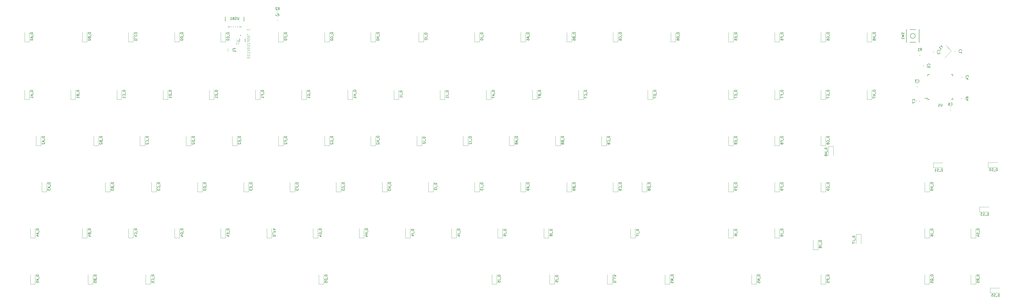
<source format=gbr>
G04 #@! TF.GenerationSoftware,KiCad,Pcbnew,5.1.2*
G04 #@! TF.CreationDate,2019-06-11T16:11:18+02:00*
G04 #@! TF.ProjectId,keyboard_layout_jopr,6b657962-6f61-4726-945f-6c61796f7574,rev?*
G04 #@! TF.SameCoordinates,Original*
G04 #@! TF.FileFunction,Legend,Bot*
G04 #@! TF.FilePolarity,Positive*
%FSLAX46Y46*%
G04 Gerber Fmt 4.6, Leading zero omitted, Abs format (unit mm)*
G04 Created by KiCad (PCBNEW 5.1.2) date 2019-06-11 16:11:18*
%MOMM*%
%LPD*%
G04 APERTURE LIST*
%ADD10C,0.200000*%
%ADD11C,0.127000*%
%ADD12C,0.120000*%
%ADD13C,0.150000*%
%ADD14C,0.050000*%
%ADD15C,1.852000*%
%ADD16R,2.007000X2.007000*%
%ADD17C,2.007000*%
%ADD18C,2.352000*%
%ADD19C,4.089800*%
%ADD20R,0.512000X1.092000*%
%ADD21C,3.150000*%
%ADD22C,0.100000*%
%ADD23C,1.077000*%
%ADD24C,1.302000*%
%ADD25O,1.802000X2.802000*%
%ADD26R,0.602000X2.352000*%
%ADD27R,0.652000X1.602000*%
%ADD28R,1.602000X0.652000*%
%ADD29R,1.202000X1.902000*%
%ADD30C,1.352000*%
%ADD31R,1.002000X1.302000*%
%ADD32R,1.302000X1.002000*%
G04 APERTURE END LIST*
D10*
X121587500Y-26560000D02*
G75*
G03X121587500Y-26560000I-100000J0D01*
G01*
D11*
X123406500Y-29255000D02*
X123406500Y-27895000D01*
X121068500Y-27895000D02*
X121068500Y-29255000D01*
D12*
X401680750Y-53462422D02*
X401680750Y-53979578D01*
X400260750Y-53462422D02*
X400260750Y-53979578D01*
X414822940Y-33026513D02*
X411994513Y-35854940D01*
X412489487Y-30693060D02*
X414822940Y-33026513D01*
D13*
X115212500Y-17589500D02*
X115212500Y-23039500D01*
X122912500Y-17589500D02*
X122912500Y-23039500D01*
X115212500Y-23039500D02*
X122912500Y-23039500D01*
X405066750Y-52479000D02*
X403791750Y-52479000D01*
X415416750Y-53054000D02*
X414741750Y-53054000D01*
X415416750Y-42704000D02*
X414741750Y-42704000D01*
X405066750Y-42704000D02*
X405741750Y-42704000D01*
X405066750Y-53054000D02*
X405741750Y-53054000D01*
X405066750Y-42704000D02*
X405066750Y-43379000D01*
X415416750Y-42704000D02*
X415416750Y-43379000D01*
X415416750Y-53054000D02*
X415416750Y-52379000D01*
X405066750Y-53054000D02*
X405066750Y-52479000D01*
X401507000Y-29365250D02*
X401507000Y-24165250D01*
X401507000Y-24165250D02*
X396307000Y-24165250D01*
X396307000Y-24165250D02*
X396307000Y-29365250D01*
X396307000Y-29365250D02*
X401507000Y-29365250D01*
X399907000Y-26765250D02*
G75*
G03X399907000Y-26765250I-1000000J0D01*
G01*
D12*
X419056750Y-52900078D02*
X419056750Y-52382922D01*
X420476750Y-52900078D02*
X420476750Y-52382922D01*
X137005828Y-20268000D02*
X136488672Y-20268000D01*
X137005828Y-18848000D02*
X136488672Y-18848000D01*
X137005828Y-17950250D02*
X136488672Y-17950250D01*
X137005828Y-16530250D02*
X136488672Y-16530250D01*
X402038078Y-34746000D02*
X401520922Y-34746000D01*
X402038078Y-33326000D02*
X401520922Y-33326000D01*
X116311000Y-33241064D02*
X116311000Y-32036936D01*
X118131000Y-33241064D02*
X118131000Y-32036936D01*
X430820000Y-132826000D02*
X434720000Y-132826000D01*
X430820000Y-130826000D02*
X434720000Y-130826000D01*
X430820000Y-132826000D02*
X430820000Y-130826000D01*
X424862500Y-110200000D02*
X424862500Y-106300000D01*
X422862500Y-110200000D02*
X422862500Y-106300000D01*
X424862500Y-110200000D02*
X422862500Y-110200000D01*
X426375000Y-99425000D02*
X430275000Y-99425000D01*
X426375000Y-97425000D02*
X430275000Y-97425000D01*
X426375000Y-99425000D02*
X426375000Y-97425000D01*
X407325000Y-81168750D02*
X407325000Y-79168750D01*
X407325000Y-79168750D02*
X411225000Y-79168750D01*
X407325000Y-81168750D02*
X411225000Y-81168750D01*
X429931000Y-81010000D02*
X433831000Y-81010000D01*
X429931000Y-79010000D02*
X433831000Y-79010000D01*
X429931000Y-81010000D02*
X429931000Y-79010000D01*
X424862500Y-129250000D02*
X424862500Y-125350000D01*
X422862500Y-129250000D02*
X422862500Y-125350000D01*
X424862500Y-129250000D02*
X422862500Y-129250000D01*
X405812500Y-110200000D02*
X405812500Y-106300000D01*
X403812500Y-110200000D02*
X403812500Y-106300000D01*
X405812500Y-110200000D02*
X403812500Y-110200000D01*
X405812500Y-91150000D02*
X405812500Y-87250000D01*
X403812500Y-91150000D02*
X403812500Y-87250000D01*
X405812500Y-91150000D02*
X403812500Y-91150000D01*
X364125000Y-72362500D02*
X366125000Y-72362500D01*
X366125000Y-72362500D02*
X366125000Y-76262500D01*
X364125000Y-72362500D02*
X364125000Y-76262500D01*
X382000000Y-53050000D02*
X380000000Y-53050000D01*
X380000000Y-53050000D02*
X380000000Y-49150000D01*
X382000000Y-53050000D02*
X382000000Y-49150000D01*
X382000000Y-29237500D02*
X382000000Y-25337500D01*
X380000000Y-29237500D02*
X380000000Y-25337500D01*
X382000000Y-29237500D02*
X380000000Y-29237500D01*
X405812500Y-129250000D02*
X405812500Y-125350000D01*
X403812500Y-129250000D02*
X403812500Y-125350000D01*
X405812500Y-129250000D02*
X403812500Y-129250000D01*
X375555000Y-108621000D02*
X375555000Y-112521000D01*
X377555000Y-108621000D02*
X377555000Y-112521000D01*
X375555000Y-108621000D02*
X377555000Y-108621000D01*
X362950000Y-91150000D02*
X362950000Y-87250000D01*
X360950000Y-91150000D02*
X360950000Y-87250000D01*
X362950000Y-91150000D02*
X360950000Y-91150000D01*
X362950000Y-72100000D02*
X360950000Y-72100000D01*
X360950000Y-72100000D02*
X360950000Y-68200000D01*
X362950000Y-72100000D02*
X362950000Y-68200000D01*
X362950000Y-53050000D02*
X360950000Y-53050000D01*
X360950000Y-53050000D02*
X360950000Y-49150000D01*
X362950000Y-53050000D02*
X362950000Y-49150000D01*
X362950000Y-29237500D02*
X362950000Y-25337500D01*
X360950000Y-29237500D02*
X360950000Y-25337500D01*
X362950000Y-29237500D02*
X360950000Y-29237500D01*
X359775000Y-114962500D02*
X359775000Y-111062500D01*
X357775000Y-114962500D02*
X357775000Y-111062500D01*
X359775000Y-114962500D02*
X357775000Y-114962500D01*
X343900000Y-91150000D02*
X343900000Y-87250000D01*
X341900000Y-91150000D02*
X341900000Y-87250000D01*
X343900000Y-91150000D02*
X341900000Y-91150000D01*
X343900000Y-72100000D02*
X341900000Y-72100000D01*
X341900000Y-72100000D02*
X341900000Y-68200000D01*
X343900000Y-72100000D02*
X343900000Y-68200000D01*
X343900000Y-53050000D02*
X341900000Y-53050000D01*
X341900000Y-53050000D02*
X341900000Y-49150000D01*
X343900000Y-53050000D02*
X343900000Y-49150000D01*
X362950000Y-129250000D02*
X362950000Y-125350000D01*
X360950000Y-129250000D02*
X360950000Y-125350000D01*
X362950000Y-129250000D02*
X360950000Y-129250000D01*
X343900000Y-110200000D02*
X343900000Y-106300000D01*
X341900000Y-110200000D02*
X341900000Y-106300000D01*
X343900000Y-110200000D02*
X341900000Y-110200000D01*
X324850000Y-91150000D02*
X324850000Y-87250000D01*
X322850000Y-91150000D02*
X322850000Y-87250000D01*
X324850000Y-91150000D02*
X322850000Y-91150000D01*
X324850000Y-72100000D02*
X322850000Y-72100000D01*
X322850000Y-72100000D02*
X322850000Y-68200000D01*
X324850000Y-72100000D02*
X324850000Y-68200000D01*
X248650000Y-110200000D02*
X248650000Y-106300000D01*
X246650000Y-110200000D02*
X246650000Y-106300000D01*
X248650000Y-110200000D02*
X246650000Y-110200000D01*
X258175000Y-91150000D02*
X258175000Y-87250000D01*
X256175000Y-91150000D02*
X256175000Y-87250000D01*
X258175000Y-91150000D02*
X256175000Y-91150000D01*
X253412500Y-72100000D02*
X251412500Y-72100000D01*
X251412500Y-72100000D02*
X251412500Y-68200000D01*
X253412500Y-72100000D02*
X253412500Y-68200000D01*
X243887500Y-53050000D02*
X241887500Y-53050000D01*
X241887500Y-53050000D02*
X241887500Y-49150000D01*
X243887500Y-53050000D02*
X243887500Y-49150000D01*
X258175000Y-29237500D02*
X258175000Y-25337500D01*
X256175000Y-29237500D02*
X256175000Y-25337500D01*
X258175000Y-29237500D02*
X256175000Y-29237500D01*
X229600000Y-110200000D02*
X229600000Y-106300000D01*
X227600000Y-110200000D02*
X227600000Y-106300000D01*
X229600000Y-110200000D02*
X227600000Y-110200000D01*
X239125000Y-91150000D02*
X237125000Y-91150000D01*
X237125000Y-91150000D02*
X237125000Y-87250000D01*
X239125000Y-91150000D02*
X239125000Y-87250000D01*
X234362500Y-72100000D02*
X232362500Y-72100000D01*
X232362500Y-72100000D02*
X232362500Y-68200000D01*
X234362500Y-72100000D02*
X234362500Y-68200000D01*
X224837500Y-53050000D02*
X222837500Y-53050000D01*
X222837500Y-53050000D02*
X222837500Y-49150000D01*
X224837500Y-53050000D02*
X224837500Y-49150000D01*
X239125000Y-29237500D02*
X239125000Y-25337500D01*
X237125000Y-29237500D02*
X237125000Y-25337500D01*
X239125000Y-29237500D02*
X237125000Y-29237500D01*
X251031250Y-129250000D02*
X249031250Y-129250000D01*
X249031250Y-129250000D02*
X249031250Y-125350000D01*
X251031250Y-129250000D02*
X251031250Y-125350000D01*
X227218750Y-129250000D02*
X225218750Y-129250000D01*
X225218750Y-129250000D02*
X225218750Y-125350000D01*
X227218750Y-129250000D02*
X227218750Y-125350000D01*
X210550000Y-110200000D02*
X210550000Y-106300000D01*
X208550000Y-110200000D02*
X208550000Y-106300000D01*
X210550000Y-110200000D02*
X208550000Y-110200000D01*
X220075000Y-91150000D02*
X220075000Y-87250000D01*
X218075000Y-91150000D02*
X218075000Y-87250000D01*
X220075000Y-91150000D02*
X218075000Y-91150000D01*
X215312500Y-72100000D02*
X215312500Y-68200000D01*
X213312500Y-72100000D02*
X213312500Y-68200000D01*
X215312500Y-72100000D02*
X213312500Y-72100000D01*
X205787500Y-53050000D02*
X205787500Y-49150000D01*
X203787500Y-53050000D02*
X203787500Y-49150000D01*
X205787500Y-53050000D02*
X203787500Y-53050000D01*
X177212500Y-29237500D02*
X177212500Y-25337500D01*
X175212500Y-29237500D02*
X175212500Y-25337500D01*
X177212500Y-29237500D02*
X175212500Y-29237500D01*
X155781250Y-129250000D02*
X153781250Y-129250000D01*
X153781250Y-129250000D02*
X153781250Y-125350000D01*
X155781250Y-129250000D02*
X155781250Y-125350000D01*
X153400000Y-110200000D02*
X153400000Y-106300000D01*
X151400000Y-110200000D02*
X151400000Y-106300000D01*
X153400000Y-110200000D02*
X151400000Y-110200000D01*
X162925000Y-91150000D02*
X162925000Y-87250000D01*
X160925000Y-91150000D02*
X160925000Y-87250000D01*
X162925000Y-91150000D02*
X160925000Y-91150000D01*
X158162500Y-72100000D02*
X158162500Y-68200000D01*
X156162500Y-72100000D02*
X156162500Y-68200000D01*
X158162500Y-72100000D02*
X156162500Y-72100000D01*
X148637500Y-53050000D02*
X148637500Y-49150000D01*
X146637500Y-53050000D02*
X146637500Y-49150000D01*
X148637500Y-53050000D02*
X146637500Y-53050000D01*
X158162500Y-29237500D02*
X158162500Y-25337500D01*
X156162500Y-29237500D02*
X156162500Y-25337500D01*
X158162500Y-29237500D02*
X156162500Y-29237500D01*
X134350000Y-110200000D02*
X134350000Y-106300000D01*
X132350000Y-110200000D02*
X132350000Y-106300000D01*
X134350000Y-110200000D02*
X132350000Y-110200000D01*
X143875000Y-91150000D02*
X143875000Y-87250000D01*
X141875000Y-91150000D02*
X141875000Y-87250000D01*
X143875000Y-91150000D02*
X141875000Y-91150000D01*
X139112500Y-72100000D02*
X139112500Y-68200000D01*
X137112500Y-72100000D02*
X137112500Y-68200000D01*
X139112500Y-72100000D02*
X137112500Y-72100000D01*
X129587500Y-53050000D02*
X129587500Y-49150000D01*
X127587500Y-53050000D02*
X127587500Y-49150000D01*
X129587500Y-53050000D02*
X127587500Y-53050000D01*
X139112500Y-29237500D02*
X139112500Y-25337500D01*
X137112500Y-29237500D02*
X137112500Y-25337500D01*
X139112500Y-29237500D02*
X137112500Y-29237500D01*
X115300000Y-110200000D02*
X115300000Y-106300000D01*
X113300000Y-110200000D02*
X113300000Y-106300000D01*
X115300000Y-110200000D02*
X113300000Y-110200000D01*
X124825000Y-91150000D02*
X124825000Y-87250000D01*
X122825000Y-91150000D02*
X122825000Y-87250000D01*
X124825000Y-91150000D02*
X122825000Y-91150000D01*
X120062500Y-72100000D02*
X120062500Y-68200000D01*
X118062500Y-72100000D02*
X118062500Y-68200000D01*
X120062500Y-72100000D02*
X118062500Y-72100000D01*
X110537500Y-53050000D02*
X110537500Y-49150000D01*
X108537500Y-53050000D02*
X108537500Y-49150000D01*
X110537500Y-53050000D02*
X108537500Y-53050000D01*
X115300000Y-29237500D02*
X115300000Y-25337500D01*
X113300000Y-29237500D02*
X113300000Y-25337500D01*
X115300000Y-29237500D02*
X113300000Y-29237500D01*
X96250000Y-110200000D02*
X96250000Y-106300000D01*
X94250000Y-110200000D02*
X94250000Y-106300000D01*
X96250000Y-110200000D02*
X94250000Y-110200000D01*
X105775000Y-91150000D02*
X105775000Y-87250000D01*
X103775000Y-91150000D02*
X103775000Y-87250000D01*
X105775000Y-91150000D02*
X103775000Y-91150000D01*
X101012500Y-72100000D02*
X101012500Y-68200000D01*
X99012500Y-72100000D02*
X99012500Y-68200000D01*
X101012500Y-72100000D02*
X99012500Y-72100000D01*
X84343750Y-129250000D02*
X84343750Y-125350000D01*
X82343750Y-129250000D02*
X82343750Y-125350000D01*
X84343750Y-129250000D02*
X82343750Y-129250000D01*
X77200000Y-110200000D02*
X77200000Y-106300000D01*
X75200000Y-110200000D02*
X75200000Y-106300000D01*
X77200000Y-110200000D02*
X75200000Y-110200000D01*
X86725000Y-91150000D02*
X86725000Y-87250000D01*
X84725000Y-91150000D02*
X84725000Y-87250000D01*
X86725000Y-91150000D02*
X84725000Y-91150000D01*
X81962500Y-72100000D02*
X81962500Y-68200000D01*
X79962500Y-72100000D02*
X79962500Y-68200000D01*
X81962500Y-72100000D02*
X79962500Y-72100000D01*
X72437500Y-53050000D02*
X72437500Y-49150000D01*
X70437500Y-53050000D02*
X70437500Y-49150000D01*
X72437500Y-53050000D02*
X70437500Y-53050000D01*
X77200000Y-29237500D02*
X77200000Y-25337500D01*
X75200000Y-29237500D02*
X75200000Y-25337500D01*
X77200000Y-29237500D02*
X75200000Y-29237500D01*
X60531250Y-129250000D02*
X60531250Y-125350000D01*
X58531250Y-129250000D02*
X58531250Y-125350000D01*
X60531250Y-129250000D02*
X58531250Y-129250000D01*
X58150000Y-110200000D02*
X58150000Y-106300000D01*
X56150000Y-110200000D02*
X56150000Y-106300000D01*
X58150000Y-110200000D02*
X56150000Y-110200000D01*
X67675000Y-91150000D02*
X67675000Y-87250000D01*
X65675000Y-91150000D02*
X65675000Y-87250000D01*
X67675000Y-91150000D02*
X65675000Y-91150000D01*
X62912500Y-72100000D02*
X62912500Y-68200000D01*
X60912500Y-72100000D02*
X60912500Y-68200000D01*
X62912500Y-72100000D02*
X60912500Y-72100000D01*
X53387500Y-53050000D02*
X53387500Y-49150000D01*
X51387500Y-53050000D02*
X51387500Y-49150000D01*
X53387500Y-53050000D02*
X51387500Y-53050000D01*
X58150000Y-29237500D02*
X58150000Y-25337500D01*
X56150000Y-29237500D02*
X56150000Y-25337500D01*
X58150000Y-29237500D02*
X56150000Y-29237500D01*
X36718750Y-129250000D02*
X36718750Y-125350000D01*
X34718750Y-129250000D02*
X34718750Y-125350000D01*
X36718750Y-129250000D02*
X34718750Y-129250000D01*
X36718750Y-110200000D02*
X36718750Y-106300000D01*
X34718750Y-110200000D02*
X34718750Y-106300000D01*
X36718750Y-110200000D02*
X34718750Y-110200000D01*
X41481250Y-91150000D02*
X41481250Y-87250000D01*
X39481250Y-91150000D02*
X39481250Y-87250000D01*
X41481250Y-91150000D02*
X39481250Y-91150000D01*
X39100000Y-72100000D02*
X39100000Y-68200000D01*
X37100000Y-72100000D02*
X37100000Y-68200000D01*
X39100000Y-72100000D02*
X37100000Y-72100000D01*
X34337500Y-53050000D02*
X34337500Y-49150000D01*
X32337500Y-53050000D02*
X32337500Y-49150000D01*
X34337500Y-53050000D02*
X32337500Y-53050000D01*
X34337500Y-29237500D02*
X34337500Y-25337500D01*
X32337500Y-29237500D02*
X32337500Y-25337500D01*
X34337500Y-29237500D02*
X32337500Y-29237500D01*
X343900000Y-29237500D02*
X343900000Y-25337500D01*
X341900000Y-29237500D02*
X341900000Y-25337500D01*
X343900000Y-29237500D02*
X341900000Y-29237500D01*
X324850000Y-53050000D02*
X322850000Y-53050000D01*
X322850000Y-53050000D02*
X322850000Y-49150000D01*
X324850000Y-53050000D02*
X324850000Y-49150000D01*
X324850000Y-29237500D02*
X324850000Y-25337500D01*
X322850000Y-29237500D02*
X322850000Y-25337500D01*
X324850000Y-29237500D02*
X322850000Y-29237500D01*
X334375000Y-129250000D02*
X334375000Y-125350000D01*
X332375000Y-129250000D02*
X332375000Y-125350000D01*
X334375000Y-129250000D02*
X332375000Y-129250000D01*
X324850000Y-110200000D02*
X324850000Y-106300000D01*
X322850000Y-110200000D02*
X322850000Y-106300000D01*
X324850000Y-110200000D02*
X322850000Y-110200000D01*
X289131250Y-91150000D02*
X289131250Y-87250000D01*
X287131250Y-91150000D02*
X287131250Y-87250000D01*
X289131250Y-91150000D02*
X287131250Y-91150000D01*
X291512500Y-53050000D02*
X289512500Y-53050000D01*
X289512500Y-53050000D02*
X289512500Y-49150000D01*
X291512500Y-53050000D02*
X291512500Y-49150000D01*
X301037500Y-29237500D02*
X301037500Y-25337500D01*
X299037500Y-29237500D02*
X299037500Y-25337500D01*
X301037500Y-29237500D02*
X299037500Y-29237500D01*
X298656250Y-129250000D02*
X298656250Y-125350000D01*
X296656250Y-129250000D02*
X296656250Y-125350000D01*
X298656250Y-129250000D02*
X296656250Y-129250000D01*
X284368750Y-110200000D02*
X284368750Y-106300000D01*
X282368750Y-110200000D02*
X282368750Y-106300000D01*
X284368750Y-110200000D02*
X282368750Y-110200000D01*
X277225000Y-91150000D02*
X277225000Y-87250000D01*
X275225000Y-91150000D02*
X275225000Y-87250000D01*
X277225000Y-91150000D02*
X275225000Y-91150000D01*
X272462500Y-72100000D02*
X270462500Y-72100000D01*
X270462500Y-72100000D02*
X270462500Y-68200000D01*
X272462500Y-72100000D02*
X272462500Y-68200000D01*
X262937500Y-53050000D02*
X260937500Y-53050000D01*
X260937500Y-53050000D02*
X260937500Y-49150000D01*
X262937500Y-53050000D02*
X262937500Y-49150000D01*
X277225000Y-29237500D02*
X277225000Y-25337500D01*
X275225000Y-29237500D02*
X275225000Y-25337500D01*
X277225000Y-29237500D02*
X275225000Y-29237500D01*
X274843750Y-129250000D02*
X274843750Y-125350000D01*
X272843750Y-129250000D02*
X272843750Y-125350000D01*
X274843750Y-129250000D02*
X272843750Y-129250000D01*
X220075000Y-29237500D02*
X220075000Y-25337500D01*
X218075000Y-29237500D02*
X218075000Y-25337500D01*
X220075000Y-29237500D02*
X218075000Y-29237500D01*
X191500000Y-110200000D02*
X191500000Y-106300000D01*
X189500000Y-110200000D02*
X189500000Y-106300000D01*
X191500000Y-110200000D02*
X189500000Y-110200000D01*
X201025000Y-91150000D02*
X201025000Y-87250000D01*
X199025000Y-91150000D02*
X199025000Y-87250000D01*
X201025000Y-91150000D02*
X199025000Y-91150000D01*
X196262500Y-72100000D02*
X196262500Y-68200000D01*
X194262500Y-72100000D02*
X194262500Y-68200000D01*
X196262500Y-72100000D02*
X194262500Y-72100000D01*
X186737500Y-53050000D02*
X186737500Y-49150000D01*
X184737500Y-53050000D02*
X184737500Y-49150000D01*
X186737500Y-53050000D02*
X184737500Y-53050000D01*
X197056250Y-29237500D02*
X197056250Y-25337500D01*
X195056250Y-29237500D02*
X195056250Y-25337500D01*
X197056250Y-29237500D02*
X195056250Y-29237500D01*
X172450000Y-110200000D02*
X172450000Y-106300000D01*
X170450000Y-110200000D02*
X170450000Y-106300000D01*
X172450000Y-110200000D02*
X170450000Y-110200000D01*
X181975000Y-91150000D02*
X181975000Y-87250000D01*
X179975000Y-91150000D02*
X179975000Y-87250000D01*
X181975000Y-91150000D02*
X179975000Y-91150000D01*
X177212500Y-72100000D02*
X177212500Y-68200000D01*
X175212500Y-72100000D02*
X175212500Y-68200000D01*
X177212500Y-72100000D02*
X175212500Y-72100000D01*
X167687500Y-53050000D02*
X167687500Y-49150000D01*
X165687500Y-53050000D02*
X165687500Y-49150000D01*
X167687500Y-53050000D02*
X165687500Y-53050000D01*
X91487500Y-53050000D02*
X91487500Y-49150000D01*
X89487500Y-53050000D02*
X89487500Y-49150000D01*
X91487500Y-53050000D02*
X89487500Y-53050000D01*
X96250000Y-29237500D02*
X96250000Y-25337500D01*
X94250000Y-29237500D02*
X94250000Y-25337500D01*
X96250000Y-29237500D02*
X94250000Y-29237500D01*
X414612828Y-57320250D02*
X414095672Y-57320250D01*
X414612828Y-55900250D02*
X414095672Y-55900250D01*
X403181750Y-39374578D02*
X403181750Y-38857422D01*
X404601750Y-39374578D02*
X404601750Y-38857422D01*
X419056750Y-44168828D02*
X419056750Y-43651672D01*
X420476750Y-44168828D02*
X420476750Y-43651672D01*
X400975328Y-47795250D02*
X400458172Y-47795250D01*
X400975328Y-46375250D02*
X400458172Y-46375250D01*
X407341000Y-33659578D02*
X407341000Y-33142422D01*
X408761000Y-33659578D02*
X408761000Y-33142422D01*
X416231000Y-33405578D02*
X416231000Y-32888422D01*
X417651000Y-33405578D02*
X417651000Y-32888422D01*
D14*
X119657880Y-28575095D02*
X120467404Y-28575095D01*
X120562642Y-28622714D01*
X120610261Y-28670333D01*
X120657880Y-28765571D01*
X120657880Y-28956047D01*
X120610261Y-29051285D01*
X120562642Y-29098904D01*
X120467404Y-29146523D01*
X119657880Y-29146523D01*
X119753119Y-29575095D02*
X119705500Y-29622714D01*
X119657880Y-29717952D01*
X119657880Y-29956047D01*
X119705500Y-30051285D01*
X119753119Y-30098904D01*
X119848357Y-30146523D01*
X119943595Y-30146523D01*
X120086452Y-30098904D01*
X120657880Y-29527476D01*
X120657880Y-30146523D01*
X125182261Y-23995809D02*
X125229880Y-24138666D01*
X125229880Y-24376761D01*
X125182261Y-24472000D01*
X125134642Y-24519619D01*
X125039404Y-24567238D01*
X124944166Y-24567238D01*
X124848928Y-24519619D01*
X124801309Y-24472000D01*
X124753690Y-24376761D01*
X124706071Y-24186285D01*
X124658452Y-24091047D01*
X124610833Y-24043428D01*
X124515595Y-23995809D01*
X124420357Y-23995809D01*
X124325119Y-24043428D01*
X124277500Y-24091047D01*
X124229880Y-24186285D01*
X124229880Y-24424380D01*
X124277500Y-24567238D01*
X124229880Y-25186285D02*
X124229880Y-25376761D01*
X124277500Y-25472000D01*
X124372738Y-25567238D01*
X124563214Y-25614857D01*
X124896547Y-25614857D01*
X125087023Y-25567238D01*
X125182261Y-25472000D01*
X125229880Y-25376761D01*
X125229880Y-25186285D01*
X125182261Y-25091047D01*
X125087023Y-24995809D01*
X124896547Y-24948190D01*
X124563214Y-24948190D01*
X124372738Y-24995809D01*
X124277500Y-25091047D01*
X124229880Y-25186285D01*
X124229880Y-25900571D02*
X124229880Y-26472000D01*
X125229880Y-26186285D02*
X124229880Y-26186285D01*
X124229880Y-27233904D02*
X124229880Y-27043428D01*
X124277500Y-26948190D01*
X124325119Y-26900571D01*
X124467976Y-26805333D01*
X124658452Y-26757714D01*
X125039404Y-26757714D01*
X125134642Y-26805333D01*
X125182261Y-26852952D01*
X125229880Y-26948190D01*
X125229880Y-27138666D01*
X125182261Y-27233904D01*
X125134642Y-27281523D01*
X125039404Y-27329142D01*
X124801309Y-27329142D01*
X124706071Y-27281523D01*
X124658452Y-27233904D01*
X124610833Y-27138666D01*
X124610833Y-26948190D01*
X124658452Y-26852952D01*
X124706071Y-26805333D01*
X124801309Y-26757714D01*
X124229880Y-28233904D02*
X124229880Y-27757714D01*
X124706071Y-27710095D01*
X124658452Y-27757714D01*
X124610833Y-27852952D01*
X124610833Y-28091047D01*
X124658452Y-28186285D01*
X124706071Y-28233904D01*
X124801309Y-28281523D01*
X125039404Y-28281523D01*
X125134642Y-28233904D01*
X125182261Y-28186285D01*
X125229880Y-28091047D01*
X125229880Y-27852952D01*
X125182261Y-27757714D01*
X125134642Y-27710095D01*
X125229880Y-28710095D02*
X124229880Y-28710095D01*
X124229880Y-29091047D01*
X124277500Y-29186285D01*
X124325119Y-29233904D01*
X124420357Y-29281523D01*
X124563214Y-29281523D01*
X124658452Y-29233904D01*
X124706071Y-29186285D01*
X124753690Y-29091047D01*
X124753690Y-28710095D01*
X124325119Y-29662476D02*
X124277500Y-29710095D01*
X124229880Y-29805333D01*
X124229880Y-30043428D01*
X124277500Y-30138666D01*
X124325119Y-30186285D01*
X124420357Y-30233904D01*
X124515595Y-30233904D01*
X124658452Y-30186285D01*
X125229880Y-29614857D01*
X125229880Y-30233904D01*
X125229880Y-31186285D02*
X125229880Y-30614857D01*
X125229880Y-30900571D02*
X124229880Y-30900571D01*
X124372738Y-30805333D01*
X124467976Y-30710095D01*
X124515595Y-30614857D01*
X124229880Y-31805333D02*
X124229880Y-31900571D01*
X124277500Y-31995809D01*
X124325119Y-32043428D01*
X124420357Y-32091047D01*
X124610833Y-32138666D01*
X124848928Y-32138666D01*
X125039404Y-32091047D01*
X125134642Y-32043428D01*
X125182261Y-31995809D01*
X125229880Y-31900571D01*
X125229880Y-31805333D01*
X125182261Y-31710095D01*
X125134642Y-31662476D01*
X125039404Y-31614857D01*
X124848928Y-31567238D01*
X124610833Y-31567238D01*
X124420357Y-31614857D01*
X124325119Y-31662476D01*
X124277500Y-31710095D01*
X124229880Y-31805333D01*
X124229880Y-32472000D02*
X125229880Y-33138666D01*
X124229880Y-33138666D02*
X125229880Y-32472000D01*
X125229880Y-34043428D02*
X125229880Y-33472000D01*
X125229880Y-33757714D02*
X124229880Y-33757714D01*
X124372738Y-33662476D01*
X124467976Y-33567238D01*
X124515595Y-33472000D01*
X125229880Y-34995809D02*
X125229880Y-34424380D01*
X125229880Y-34710095D02*
X124229880Y-34710095D01*
X124372738Y-34614857D01*
X124467976Y-34519619D01*
X124515595Y-34424380D01*
X124229880Y-35614857D02*
X124229880Y-35710095D01*
X124277500Y-35805333D01*
X124325119Y-35852952D01*
X124420357Y-35900571D01*
X124610833Y-35948190D01*
X124848928Y-35948190D01*
X125039404Y-35900571D01*
X125134642Y-35852952D01*
X125182261Y-35805333D01*
X125229880Y-35710095D01*
X125229880Y-35614857D01*
X125182261Y-35519619D01*
X125134642Y-35472000D01*
X125039404Y-35424380D01*
X124848928Y-35376761D01*
X124610833Y-35376761D01*
X124420357Y-35424380D01*
X124325119Y-35472000D01*
X124277500Y-35519619D01*
X124229880Y-35614857D01*
D13*
X399677892Y-53554333D02*
X399725511Y-53506714D01*
X399773130Y-53363857D01*
X399773130Y-53268619D01*
X399725511Y-53125761D01*
X399630273Y-53030523D01*
X399535035Y-52982904D01*
X399344559Y-52935285D01*
X399201702Y-52935285D01*
X399011226Y-52982904D01*
X398915988Y-53030523D01*
X398820750Y-53125761D01*
X398773130Y-53268619D01*
X398773130Y-53363857D01*
X398820750Y-53506714D01*
X398868369Y-53554333D01*
X398773130Y-53887666D02*
X398773130Y-54554333D01*
X399773130Y-54125761D01*
X410829469Y-31188034D02*
X411166187Y-31524752D01*
X410694782Y-30581943D02*
X410829469Y-31188034D01*
X410223378Y-31053347D01*
X410324393Y-32366545D02*
X410728454Y-31962484D01*
X410526423Y-32164515D02*
X409819317Y-31457408D01*
X409987675Y-31491080D01*
X410122362Y-31491080D01*
X410223378Y-31457408D01*
X120800595Y-19073880D02*
X120800595Y-19883404D01*
X120752976Y-19978642D01*
X120705357Y-20026261D01*
X120610119Y-20073880D01*
X120419642Y-20073880D01*
X120324404Y-20026261D01*
X120276785Y-19978642D01*
X120229166Y-19883404D01*
X120229166Y-19073880D01*
X119800595Y-20026261D02*
X119657738Y-20073880D01*
X119419642Y-20073880D01*
X119324404Y-20026261D01*
X119276785Y-19978642D01*
X119229166Y-19883404D01*
X119229166Y-19788166D01*
X119276785Y-19692928D01*
X119324404Y-19645309D01*
X119419642Y-19597690D01*
X119610119Y-19550071D01*
X119705357Y-19502452D01*
X119752976Y-19454833D01*
X119800595Y-19359595D01*
X119800595Y-19264357D01*
X119752976Y-19169119D01*
X119705357Y-19121500D01*
X119610119Y-19073880D01*
X119372023Y-19073880D01*
X119229166Y-19121500D01*
X118467261Y-19550071D02*
X118324404Y-19597690D01*
X118276785Y-19645309D01*
X118229166Y-19740547D01*
X118229166Y-19883404D01*
X118276785Y-19978642D01*
X118324404Y-20026261D01*
X118419642Y-20073880D01*
X118800595Y-20073880D01*
X118800595Y-19073880D01*
X118467261Y-19073880D01*
X118372023Y-19121500D01*
X118324404Y-19169119D01*
X118276785Y-19264357D01*
X118276785Y-19359595D01*
X118324404Y-19454833D01*
X118372023Y-19502452D01*
X118467261Y-19550071D01*
X118800595Y-19550071D01*
X117276785Y-20073880D02*
X117848214Y-20073880D01*
X117562500Y-20073880D02*
X117562500Y-19073880D01*
X117657738Y-19216738D01*
X117752976Y-19311976D01*
X117848214Y-19359595D01*
X411003654Y-54781380D02*
X411003654Y-55590904D01*
X410956035Y-55686142D01*
X410908416Y-55733761D01*
X410813178Y-55781380D01*
X410622702Y-55781380D01*
X410527464Y-55733761D01*
X410479845Y-55686142D01*
X410432226Y-55590904D01*
X410432226Y-54781380D01*
X409432226Y-55781380D02*
X410003654Y-55781380D01*
X409717940Y-55781380D02*
X409717940Y-54781380D01*
X409813178Y-54924238D01*
X409908416Y-55019476D01*
X410003654Y-55067095D01*
X395247761Y-25431916D02*
X395295380Y-25574773D01*
X395295380Y-25812869D01*
X395247761Y-25908107D01*
X395200142Y-25955726D01*
X395104904Y-26003345D01*
X395009666Y-26003345D01*
X394914428Y-25955726D01*
X394866809Y-25908107D01*
X394819190Y-25812869D01*
X394771571Y-25622392D01*
X394723952Y-25527154D01*
X394676333Y-25479535D01*
X394581095Y-25431916D01*
X394485857Y-25431916D01*
X394390619Y-25479535D01*
X394343000Y-25527154D01*
X394295380Y-25622392D01*
X394295380Y-25860488D01*
X394343000Y-26003345D01*
X394295380Y-26336678D02*
X395295380Y-26574773D01*
X394581095Y-26765250D01*
X395295380Y-26955726D01*
X394295380Y-27193821D01*
X395295380Y-28098583D02*
X395295380Y-27527154D01*
X395295380Y-27812869D02*
X394295380Y-27812869D01*
X394438238Y-27717630D01*
X394533476Y-27622392D01*
X394581095Y-27527154D01*
X421869130Y-52474833D02*
X421392940Y-52141500D01*
X421869130Y-51903404D02*
X420869130Y-51903404D01*
X420869130Y-52284357D01*
X420916750Y-52379595D01*
X420964369Y-52427214D01*
X421059607Y-52474833D01*
X421202464Y-52474833D01*
X421297702Y-52427214D01*
X421345321Y-52379595D01*
X421392940Y-52284357D01*
X421392940Y-51903404D01*
X421202464Y-53331976D02*
X421869130Y-53331976D01*
X420821511Y-53093880D02*
X421535797Y-52855785D01*
X421535797Y-53474833D01*
X136913916Y-18360380D02*
X137247250Y-17884190D01*
X137485345Y-18360380D02*
X137485345Y-17360380D01*
X137104392Y-17360380D01*
X137009154Y-17408000D01*
X136961535Y-17455619D01*
X136913916Y-17550857D01*
X136913916Y-17693714D01*
X136961535Y-17788952D01*
X137009154Y-17836571D01*
X137104392Y-17884190D01*
X137485345Y-17884190D01*
X136580583Y-17360380D02*
X135961535Y-17360380D01*
X136294869Y-17741333D01*
X136152011Y-17741333D01*
X136056773Y-17788952D01*
X136009154Y-17836571D01*
X135961535Y-17931809D01*
X135961535Y-18169904D01*
X136009154Y-18265142D01*
X136056773Y-18312761D01*
X136152011Y-18360380D01*
X136437726Y-18360380D01*
X136532964Y-18312761D01*
X136580583Y-18265142D01*
X136913916Y-16042630D02*
X137247250Y-15566440D01*
X137485345Y-16042630D02*
X137485345Y-15042630D01*
X137104392Y-15042630D01*
X137009154Y-15090250D01*
X136961535Y-15137869D01*
X136913916Y-15233107D01*
X136913916Y-15375964D01*
X136961535Y-15471202D01*
X137009154Y-15518821D01*
X137104392Y-15566440D01*
X137485345Y-15566440D01*
X136532964Y-15137869D02*
X136485345Y-15090250D01*
X136390107Y-15042630D01*
X136152011Y-15042630D01*
X136056773Y-15090250D01*
X136009154Y-15137869D01*
X135961535Y-15233107D01*
X135961535Y-15328345D01*
X136009154Y-15471202D01*
X136580583Y-16042630D01*
X135961535Y-16042630D01*
X401946166Y-32838380D02*
X402279500Y-32362190D01*
X402517595Y-32838380D02*
X402517595Y-31838380D01*
X402136642Y-31838380D01*
X402041404Y-31886000D01*
X401993785Y-31933619D01*
X401946166Y-32028857D01*
X401946166Y-32171714D01*
X401993785Y-32266952D01*
X402041404Y-32314571D01*
X402136642Y-32362190D01*
X402517595Y-32362190D01*
X400993785Y-32838380D02*
X401565214Y-32838380D01*
X401279500Y-32838380D02*
X401279500Y-31838380D01*
X401374738Y-31981238D01*
X401469976Y-32076476D01*
X401565214Y-32124095D01*
X118969571Y-32305666D02*
X118969571Y-31972333D01*
X119493380Y-31972333D02*
X118493380Y-31972333D01*
X118493380Y-32448523D01*
X119493380Y-33353285D02*
X119493380Y-32781857D01*
X119493380Y-33067571D02*
X118493380Y-33067571D01*
X118636238Y-32972333D01*
X118731476Y-32877095D01*
X118779095Y-32781857D01*
X434665238Y-134278380D02*
X434665238Y-133278380D01*
X434427142Y-133278380D01*
X434284285Y-133326000D01*
X434189047Y-133421238D01*
X434141428Y-133516476D01*
X434093809Y-133706952D01*
X434093809Y-133849809D01*
X434141428Y-134040285D01*
X434189047Y-134135523D01*
X434284285Y-134230761D01*
X434427142Y-134278380D01*
X434665238Y-134278380D01*
X433903333Y-134373619D02*
X433141428Y-134373619D01*
X432950952Y-134230761D02*
X432808095Y-134278380D01*
X432570000Y-134278380D01*
X432474761Y-134230761D01*
X432427142Y-134183142D01*
X432379523Y-134087904D01*
X432379523Y-133992666D01*
X432427142Y-133897428D01*
X432474761Y-133849809D01*
X432570000Y-133802190D01*
X432760476Y-133754571D01*
X432855714Y-133706952D01*
X432903333Y-133659333D01*
X432950952Y-133564095D01*
X432950952Y-133468857D01*
X432903333Y-133373619D01*
X432855714Y-133326000D01*
X432760476Y-133278380D01*
X432522380Y-133278380D01*
X432379523Y-133326000D01*
X431474761Y-133278380D02*
X431950952Y-133278380D01*
X431998571Y-133754571D01*
X431950952Y-133706952D01*
X431855714Y-133659333D01*
X431617619Y-133659333D01*
X431522380Y-133706952D01*
X431474761Y-133754571D01*
X431427142Y-133849809D01*
X431427142Y-134087904D01*
X431474761Y-134183142D01*
X431522380Y-134230761D01*
X431617619Y-134278380D01*
X431855714Y-134278380D01*
X431950952Y-134230761D01*
X431998571Y-134183142D01*
X426314880Y-106354761D02*
X425314880Y-106354761D01*
X425314880Y-106592857D01*
X425362500Y-106735714D01*
X425457738Y-106830952D01*
X425552976Y-106878571D01*
X425743452Y-106926190D01*
X425886309Y-106926190D01*
X426076785Y-106878571D01*
X426172023Y-106830952D01*
X426267261Y-106735714D01*
X426314880Y-106592857D01*
X426314880Y-106354761D01*
X426410119Y-107116666D02*
X426410119Y-107878571D01*
X426267261Y-108069047D02*
X426314880Y-108211904D01*
X426314880Y-108450000D01*
X426267261Y-108545238D01*
X426219642Y-108592857D01*
X426124404Y-108640476D01*
X426029166Y-108640476D01*
X425933928Y-108592857D01*
X425886309Y-108545238D01*
X425838690Y-108450000D01*
X425791071Y-108259523D01*
X425743452Y-108164285D01*
X425695833Y-108116666D01*
X425600595Y-108069047D01*
X425505357Y-108069047D01*
X425410119Y-108116666D01*
X425362500Y-108164285D01*
X425314880Y-108259523D01*
X425314880Y-108497619D01*
X425362500Y-108640476D01*
X425648214Y-109497619D02*
X426314880Y-109497619D01*
X425267261Y-109259523D02*
X425981547Y-109021428D01*
X425981547Y-109640476D01*
X430220238Y-100877380D02*
X430220238Y-99877380D01*
X429982142Y-99877380D01*
X429839285Y-99925000D01*
X429744047Y-100020238D01*
X429696428Y-100115476D01*
X429648809Y-100305952D01*
X429648809Y-100448809D01*
X429696428Y-100639285D01*
X429744047Y-100734523D01*
X429839285Y-100829761D01*
X429982142Y-100877380D01*
X430220238Y-100877380D01*
X429458333Y-100972619D02*
X428696428Y-100972619D01*
X428505952Y-100829761D02*
X428363095Y-100877380D01*
X428125000Y-100877380D01*
X428029761Y-100829761D01*
X427982142Y-100782142D01*
X427934523Y-100686904D01*
X427934523Y-100591666D01*
X427982142Y-100496428D01*
X428029761Y-100448809D01*
X428125000Y-100401190D01*
X428315476Y-100353571D01*
X428410714Y-100305952D01*
X428458333Y-100258333D01*
X428505952Y-100163095D01*
X428505952Y-100067857D01*
X428458333Y-99972619D01*
X428410714Y-99925000D01*
X428315476Y-99877380D01*
X428077380Y-99877380D01*
X427934523Y-99925000D01*
X427601190Y-99877380D02*
X426982142Y-99877380D01*
X427315476Y-100258333D01*
X427172619Y-100258333D01*
X427077380Y-100305952D01*
X427029761Y-100353571D01*
X426982142Y-100448809D01*
X426982142Y-100686904D01*
X427029761Y-100782142D01*
X427077380Y-100829761D01*
X427172619Y-100877380D01*
X427458333Y-100877380D01*
X427553571Y-100829761D01*
X427601190Y-100782142D01*
X411170238Y-82621130D02*
X411170238Y-81621130D01*
X410932142Y-81621130D01*
X410789285Y-81668750D01*
X410694047Y-81763988D01*
X410646428Y-81859226D01*
X410598809Y-82049702D01*
X410598809Y-82192559D01*
X410646428Y-82383035D01*
X410694047Y-82478273D01*
X410789285Y-82573511D01*
X410932142Y-82621130D01*
X411170238Y-82621130D01*
X410408333Y-82716369D02*
X409646428Y-82716369D01*
X409455952Y-82573511D02*
X409313095Y-82621130D01*
X409075000Y-82621130D01*
X408979761Y-82573511D01*
X408932142Y-82525892D01*
X408884523Y-82430654D01*
X408884523Y-82335416D01*
X408932142Y-82240178D01*
X408979761Y-82192559D01*
X409075000Y-82144940D01*
X409265476Y-82097321D01*
X409360714Y-82049702D01*
X409408333Y-82002083D01*
X409455952Y-81906845D01*
X409455952Y-81811607D01*
X409408333Y-81716369D01*
X409360714Y-81668750D01*
X409265476Y-81621130D01*
X409027380Y-81621130D01*
X408884523Y-81668750D01*
X407932142Y-82621130D02*
X408503571Y-82621130D01*
X408217857Y-82621130D02*
X408217857Y-81621130D01*
X408313095Y-81763988D01*
X408408333Y-81859226D01*
X408503571Y-81906845D01*
X433776238Y-82462380D02*
X433776238Y-81462380D01*
X433538142Y-81462380D01*
X433395285Y-81510000D01*
X433300047Y-81605238D01*
X433252428Y-81700476D01*
X433204809Y-81890952D01*
X433204809Y-82033809D01*
X433252428Y-82224285D01*
X433300047Y-82319523D01*
X433395285Y-82414761D01*
X433538142Y-82462380D01*
X433776238Y-82462380D01*
X433014333Y-82557619D02*
X432252428Y-82557619D01*
X432061952Y-82414761D02*
X431919095Y-82462380D01*
X431681000Y-82462380D01*
X431585761Y-82414761D01*
X431538142Y-82367142D01*
X431490523Y-82271904D01*
X431490523Y-82176666D01*
X431538142Y-82081428D01*
X431585761Y-82033809D01*
X431681000Y-81986190D01*
X431871476Y-81938571D01*
X431966714Y-81890952D01*
X432014333Y-81843333D01*
X432061952Y-81748095D01*
X432061952Y-81652857D01*
X432014333Y-81557619D01*
X431966714Y-81510000D01*
X431871476Y-81462380D01*
X431633380Y-81462380D01*
X431490523Y-81510000D01*
X430871476Y-81462380D02*
X430776238Y-81462380D01*
X430681000Y-81510000D01*
X430633380Y-81557619D01*
X430585761Y-81652857D01*
X430538142Y-81843333D01*
X430538142Y-82081428D01*
X430585761Y-82271904D01*
X430633380Y-82367142D01*
X430681000Y-82414761D01*
X430776238Y-82462380D01*
X430871476Y-82462380D01*
X430966714Y-82414761D01*
X431014333Y-82367142D01*
X431061952Y-82271904D01*
X431109571Y-82081428D01*
X431109571Y-81843333D01*
X431061952Y-81652857D01*
X431014333Y-81557619D01*
X430966714Y-81510000D01*
X430871476Y-81462380D01*
X426314880Y-125380952D02*
X425314880Y-125380952D01*
X425314880Y-125619047D01*
X425362500Y-125761904D01*
X425457738Y-125857142D01*
X425552976Y-125904761D01*
X425743452Y-125952380D01*
X425886309Y-125952380D01*
X426076785Y-125904761D01*
X426172023Y-125857142D01*
X426267261Y-125761904D01*
X426314880Y-125619047D01*
X426314880Y-125380952D01*
X426410119Y-126142857D02*
X426410119Y-126904761D01*
X426314880Y-127714285D02*
X425838690Y-127380952D01*
X426314880Y-127142857D02*
X425314880Y-127142857D01*
X425314880Y-127523809D01*
X425362500Y-127619047D01*
X425410119Y-127666666D01*
X425505357Y-127714285D01*
X425648214Y-127714285D01*
X425743452Y-127666666D01*
X425791071Y-127619047D01*
X425838690Y-127523809D01*
X425838690Y-127142857D01*
X425314880Y-128619047D02*
X425314880Y-128142857D01*
X425791071Y-128095238D01*
X425743452Y-128142857D01*
X425695833Y-128238095D01*
X425695833Y-128476190D01*
X425743452Y-128571428D01*
X425791071Y-128619047D01*
X425886309Y-128666666D01*
X426124404Y-128666666D01*
X426219642Y-128619047D01*
X426267261Y-128571428D01*
X426314880Y-128476190D01*
X426314880Y-128238095D01*
X426267261Y-128142857D01*
X426219642Y-128095238D01*
X407264880Y-106450000D02*
X406264880Y-106450000D01*
X406264880Y-106688095D01*
X406312500Y-106830952D01*
X406407738Y-106926190D01*
X406502976Y-106973809D01*
X406693452Y-107021428D01*
X406836309Y-107021428D01*
X407026785Y-106973809D01*
X407122023Y-106926190D01*
X407217261Y-106830952D01*
X407264880Y-106688095D01*
X407264880Y-106450000D01*
X407360119Y-107211904D02*
X407360119Y-107973809D01*
X406264880Y-108497619D02*
X406979166Y-108497619D01*
X407122023Y-108450000D01*
X407217261Y-108354761D01*
X407264880Y-108211904D01*
X407264880Y-108116666D01*
X406264880Y-109402380D02*
X406264880Y-109211904D01*
X406312500Y-109116666D01*
X406360119Y-109069047D01*
X406502976Y-108973809D01*
X406693452Y-108926190D01*
X407074404Y-108926190D01*
X407169642Y-108973809D01*
X407217261Y-109021428D01*
X407264880Y-109116666D01*
X407264880Y-109307142D01*
X407217261Y-109402380D01*
X407169642Y-109450000D01*
X407074404Y-109497619D01*
X406836309Y-109497619D01*
X406741071Y-109450000D01*
X406693452Y-109402380D01*
X406645833Y-109307142D01*
X406645833Y-109116666D01*
X406693452Y-109021428D01*
X406741071Y-108973809D01*
X406836309Y-108926190D01*
X407264880Y-87257142D02*
X406264880Y-87257142D01*
X406264880Y-87495238D01*
X406312500Y-87638095D01*
X406407738Y-87733333D01*
X406502976Y-87780952D01*
X406693452Y-87828571D01*
X406836309Y-87828571D01*
X407026785Y-87780952D01*
X407122023Y-87733333D01*
X407217261Y-87638095D01*
X407264880Y-87495238D01*
X407264880Y-87257142D01*
X407360119Y-88019047D02*
X407360119Y-88780952D01*
X407264880Y-89019047D02*
X406264880Y-89019047D01*
X406741071Y-89019047D02*
X406741071Y-89590476D01*
X407264880Y-89590476D02*
X406264880Y-89590476D01*
X407264880Y-90114285D02*
X407264880Y-90304761D01*
X407217261Y-90400000D01*
X407169642Y-90447619D01*
X407026785Y-90542857D01*
X406836309Y-90590476D01*
X406455357Y-90590476D01*
X406360119Y-90542857D01*
X406312500Y-90495238D01*
X406264880Y-90400000D01*
X406264880Y-90209523D01*
X406312500Y-90114285D01*
X406360119Y-90066666D01*
X406455357Y-90019047D01*
X406693452Y-90019047D01*
X406788690Y-90066666D01*
X406836309Y-90114285D01*
X406883928Y-90209523D01*
X406883928Y-90400000D01*
X406836309Y-90495238D01*
X406788690Y-90542857D01*
X406693452Y-90590476D01*
X363577380Y-72969642D02*
X362577380Y-72969642D01*
X362577380Y-73207738D01*
X362625000Y-73350595D01*
X362720238Y-73445833D01*
X362815476Y-73493452D01*
X363005952Y-73541071D01*
X363148809Y-73541071D01*
X363339285Y-73493452D01*
X363434523Y-73445833D01*
X363529761Y-73350595D01*
X363577380Y-73207738D01*
X363577380Y-72969642D01*
X363672619Y-73731547D02*
X363672619Y-74493452D01*
X363577380Y-74731547D02*
X362577380Y-74731547D01*
X363053571Y-74731547D02*
X363053571Y-75302976D01*
X363577380Y-75302976D02*
X362577380Y-75302976D01*
X363005952Y-75922023D02*
X362958333Y-75826785D01*
X362910714Y-75779166D01*
X362815476Y-75731547D01*
X362767857Y-75731547D01*
X362672619Y-75779166D01*
X362625000Y-75826785D01*
X362577380Y-75922023D01*
X362577380Y-76112500D01*
X362625000Y-76207738D01*
X362672619Y-76255357D01*
X362767857Y-76302976D01*
X362815476Y-76302976D01*
X362910714Y-76255357D01*
X362958333Y-76207738D01*
X363005952Y-76112500D01*
X363005952Y-75922023D01*
X363053571Y-75826785D01*
X363101190Y-75779166D01*
X363196428Y-75731547D01*
X363386904Y-75731547D01*
X363482142Y-75779166D01*
X363529761Y-75826785D01*
X363577380Y-75922023D01*
X363577380Y-76112500D01*
X363529761Y-76207738D01*
X363482142Y-76255357D01*
X363386904Y-76302976D01*
X363196428Y-76302976D01*
X363101190Y-76255357D01*
X363053571Y-76207738D01*
X363005952Y-76112500D01*
X383452380Y-49157142D02*
X382452380Y-49157142D01*
X382452380Y-49395238D01*
X382500000Y-49538095D01*
X382595238Y-49633333D01*
X382690476Y-49680952D01*
X382880952Y-49728571D01*
X383023809Y-49728571D01*
X383214285Y-49680952D01*
X383309523Y-49633333D01*
X383404761Y-49538095D01*
X383452380Y-49395238D01*
X383452380Y-49157142D01*
X383547619Y-49919047D02*
X383547619Y-50680952D01*
X383452380Y-50919047D02*
X382452380Y-50919047D01*
X382928571Y-50919047D02*
X382928571Y-51490476D01*
X383452380Y-51490476D02*
X382452380Y-51490476D01*
X382452380Y-51871428D02*
X382452380Y-52538095D01*
X383452380Y-52109523D01*
X383452380Y-25344642D02*
X382452380Y-25344642D01*
X382452380Y-25582738D01*
X382500000Y-25725595D01*
X382595238Y-25820833D01*
X382690476Y-25868452D01*
X382880952Y-25916071D01*
X383023809Y-25916071D01*
X383214285Y-25868452D01*
X383309523Y-25820833D01*
X383404761Y-25725595D01*
X383452380Y-25582738D01*
X383452380Y-25344642D01*
X383547619Y-26106547D02*
X383547619Y-26868452D01*
X383452380Y-27106547D02*
X382452380Y-27106547D01*
X382928571Y-27106547D02*
X382928571Y-27677976D01*
X383452380Y-27677976D02*
X382452380Y-27677976D01*
X382452380Y-28582738D02*
X382452380Y-28392261D01*
X382500000Y-28297023D01*
X382547619Y-28249404D01*
X382690476Y-28154166D01*
X382880952Y-28106547D01*
X383261904Y-28106547D01*
X383357142Y-28154166D01*
X383404761Y-28201785D01*
X383452380Y-28297023D01*
X383452380Y-28487500D01*
X383404761Y-28582738D01*
X383357142Y-28630357D01*
X383261904Y-28677976D01*
X383023809Y-28677976D01*
X382928571Y-28630357D01*
X382880952Y-28582738D01*
X382833333Y-28487500D01*
X382833333Y-28297023D01*
X382880952Y-28201785D01*
X382928571Y-28154166D01*
X383023809Y-28106547D01*
X407264880Y-125357142D02*
X406264880Y-125357142D01*
X406264880Y-125595238D01*
X406312500Y-125738095D01*
X406407738Y-125833333D01*
X406502976Y-125880952D01*
X406693452Y-125928571D01*
X406836309Y-125928571D01*
X407026785Y-125880952D01*
X407122023Y-125833333D01*
X407217261Y-125738095D01*
X407264880Y-125595238D01*
X407264880Y-125357142D01*
X407360119Y-126119047D02*
X407360119Y-126880952D01*
X407360119Y-127785714D02*
X407312500Y-127690476D01*
X407217261Y-127595238D01*
X407074404Y-127452380D01*
X407026785Y-127357142D01*
X407026785Y-127261904D01*
X407264880Y-127309523D02*
X407217261Y-127214285D01*
X407122023Y-127119047D01*
X406931547Y-127071428D01*
X406598214Y-127071428D01*
X406407738Y-127119047D01*
X406312500Y-127214285D01*
X406264880Y-127309523D01*
X406264880Y-127500000D01*
X406312500Y-127595238D01*
X406407738Y-127690476D01*
X406598214Y-127738095D01*
X406931547Y-127738095D01*
X407122023Y-127690476D01*
X407217261Y-127595238D01*
X407264880Y-127500000D01*
X407264880Y-127309523D01*
X406264880Y-128642857D02*
X406264880Y-128166666D01*
X406741071Y-128119047D01*
X406693452Y-128166666D01*
X406645833Y-128261904D01*
X406645833Y-128500000D01*
X406693452Y-128595238D01*
X406741071Y-128642857D01*
X406836309Y-128690476D01*
X407074404Y-128690476D01*
X407169642Y-128642857D01*
X407217261Y-128595238D01*
X407264880Y-128500000D01*
X407264880Y-128261904D01*
X407217261Y-128166666D01*
X407169642Y-128119047D01*
X375007380Y-109371000D02*
X374007380Y-109371000D01*
X374007380Y-109609095D01*
X374055000Y-109751952D01*
X374150238Y-109847190D01*
X374245476Y-109894809D01*
X374435952Y-109942428D01*
X374578809Y-109942428D01*
X374769285Y-109894809D01*
X374864523Y-109847190D01*
X374959761Y-109751952D01*
X375007380Y-109609095D01*
X375007380Y-109371000D01*
X375102619Y-110132904D02*
X375102619Y-110894809D01*
X374007380Y-111418619D02*
X374721666Y-111418619D01*
X374864523Y-111371000D01*
X374959761Y-111275761D01*
X375007380Y-111132904D01*
X375007380Y-111037666D01*
X374007380Y-111799571D02*
X374007380Y-112466238D01*
X375007380Y-112037666D01*
X364402380Y-87280952D02*
X363402380Y-87280952D01*
X363402380Y-87519047D01*
X363450000Y-87661904D01*
X363545238Y-87757142D01*
X363640476Y-87804761D01*
X363830952Y-87852380D01*
X363973809Y-87852380D01*
X364164285Y-87804761D01*
X364259523Y-87757142D01*
X364354761Y-87661904D01*
X364402380Y-87519047D01*
X364402380Y-87280952D01*
X364497619Y-88042857D02*
X364497619Y-88804761D01*
X363450000Y-89566666D02*
X363402380Y-89471428D01*
X363402380Y-89328571D01*
X363450000Y-89185714D01*
X363545238Y-89090476D01*
X363640476Y-89042857D01*
X363830952Y-88995238D01*
X363973809Y-88995238D01*
X364164285Y-89042857D01*
X364259523Y-89090476D01*
X364354761Y-89185714D01*
X364402380Y-89328571D01*
X364402380Y-89423809D01*
X364354761Y-89566666D01*
X364307142Y-89614285D01*
X363973809Y-89614285D01*
X363973809Y-89423809D01*
X364402380Y-90090476D02*
X364402380Y-90280952D01*
X364354761Y-90376190D01*
X364307142Y-90423809D01*
X364164285Y-90519047D01*
X363973809Y-90566666D01*
X363592857Y-90566666D01*
X363497619Y-90519047D01*
X363450000Y-90471428D01*
X363402380Y-90376190D01*
X363402380Y-90185714D01*
X363450000Y-90090476D01*
X363497619Y-90042857D01*
X363592857Y-89995238D01*
X363830952Y-89995238D01*
X363926190Y-90042857D01*
X363973809Y-90090476D01*
X364021428Y-90185714D01*
X364021428Y-90376190D01*
X363973809Y-90471428D01*
X363926190Y-90519047D01*
X363830952Y-90566666D01*
X364402380Y-68230952D02*
X363402380Y-68230952D01*
X363402380Y-68469047D01*
X363450000Y-68611904D01*
X363545238Y-68707142D01*
X363640476Y-68754761D01*
X363830952Y-68802380D01*
X363973809Y-68802380D01*
X364164285Y-68754761D01*
X364259523Y-68707142D01*
X364354761Y-68611904D01*
X364402380Y-68469047D01*
X364402380Y-68230952D01*
X364497619Y-68992857D02*
X364497619Y-69754761D01*
X363450000Y-70516666D02*
X363402380Y-70421428D01*
X363402380Y-70278571D01*
X363450000Y-70135714D01*
X363545238Y-70040476D01*
X363640476Y-69992857D01*
X363830952Y-69945238D01*
X363973809Y-69945238D01*
X364164285Y-69992857D01*
X364259523Y-70040476D01*
X364354761Y-70135714D01*
X364402380Y-70278571D01*
X364402380Y-70373809D01*
X364354761Y-70516666D01*
X364307142Y-70564285D01*
X363973809Y-70564285D01*
X363973809Y-70373809D01*
X363830952Y-71135714D02*
X363783333Y-71040476D01*
X363735714Y-70992857D01*
X363640476Y-70945238D01*
X363592857Y-70945238D01*
X363497619Y-70992857D01*
X363450000Y-71040476D01*
X363402380Y-71135714D01*
X363402380Y-71326190D01*
X363450000Y-71421428D01*
X363497619Y-71469047D01*
X363592857Y-71516666D01*
X363640476Y-71516666D01*
X363735714Y-71469047D01*
X363783333Y-71421428D01*
X363830952Y-71326190D01*
X363830952Y-71135714D01*
X363878571Y-71040476D01*
X363926190Y-70992857D01*
X364021428Y-70945238D01*
X364211904Y-70945238D01*
X364307142Y-70992857D01*
X364354761Y-71040476D01*
X364402380Y-71135714D01*
X364402380Y-71326190D01*
X364354761Y-71421428D01*
X364307142Y-71469047D01*
X364211904Y-71516666D01*
X364021428Y-71516666D01*
X363926190Y-71469047D01*
X363878571Y-71421428D01*
X363830952Y-71326190D01*
X364402380Y-49180952D02*
X363402380Y-49180952D01*
X363402380Y-49419047D01*
X363450000Y-49561904D01*
X363545238Y-49657142D01*
X363640476Y-49704761D01*
X363830952Y-49752380D01*
X363973809Y-49752380D01*
X364164285Y-49704761D01*
X364259523Y-49657142D01*
X364354761Y-49561904D01*
X364402380Y-49419047D01*
X364402380Y-49180952D01*
X364497619Y-49942857D02*
X364497619Y-50704761D01*
X363450000Y-51466666D02*
X363402380Y-51371428D01*
X363402380Y-51228571D01*
X363450000Y-51085714D01*
X363545238Y-50990476D01*
X363640476Y-50942857D01*
X363830952Y-50895238D01*
X363973809Y-50895238D01*
X364164285Y-50942857D01*
X364259523Y-50990476D01*
X364354761Y-51085714D01*
X364402380Y-51228571D01*
X364402380Y-51323809D01*
X364354761Y-51466666D01*
X364307142Y-51514285D01*
X363973809Y-51514285D01*
X363973809Y-51323809D01*
X363402380Y-51847619D02*
X363402380Y-52514285D01*
X364402380Y-52085714D01*
X364402380Y-25368452D02*
X363402380Y-25368452D01*
X363402380Y-25606547D01*
X363450000Y-25749404D01*
X363545238Y-25844642D01*
X363640476Y-25892261D01*
X363830952Y-25939880D01*
X363973809Y-25939880D01*
X364164285Y-25892261D01*
X364259523Y-25844642D01*
X364354761Y-25749404D01*
X364402380Y-25606547D01*
X364402380Y-25368452D01*
X364497619Y-26130357D02*
X364497619Y-26892261D01*
X363450000Y-27654166D02*
X363402380Y-27558928D01*
X363402380Y-27416071D01*
X363450000Y-27273214D01*
X363545238Y-27177976D01*
X363640476Y-27130357D01*
X363830952Y-27082738D01*
X363973809Y-27082738D01*
X364164285Y-27130357D01*
X364259523Y-27177976D01*
X364354761Y-27273214D01*
X364402380Y-27416071D01*
X364402380Y-27511309D01*
X364354761Y-27654166D01*
X364307142Y-27701785D01*
X363973809Y-27701785D01*
X363973809Y-27511309D01*
X363402380Y-28558928D02*
X363402380Y-28368452D01*
X363450000Y-28273214D01*
X363497619Y-28225595D01*
X363640476Y-28130357D01*
X363830952Y-28082738D01*
X364211904Y-28082738D01*
X364307142Y-28130357D01*
X364354761Y-28177976D01*
X364402380Y-28273214D01*
X364402380Y-28463690D01*
X364354761Y-28558928D01*
X364307142Y-28606547D01*
X364211904Y-28654166D01*
X363973809Y-28654166D01*
X363878571Y-28606547D01*
X363830952Y-28558928D01*
X363783333Y-28463690D01*
X363783333Y-28273214D01*
X363830952Y-28177976D01*
X363878571Y-28130357D01*
X363973809Y-28082738D01*
X361227380Y-111212500D02*
X360227380Y-111212500D01*
X360227380Y-111450595D01*
X360275000Y-111593452D01*
X360370238Y-111688690D01*
X360465476Y-111736309D01*
X360655952Y-111783928D01*
X360798809Y-111783928D01*
X360989285Y-111736309D01*
X361084523Y-111688690D01*
X361179761Y-111593452D01*
X361227380Y-111450595D01*
X361227380Y-111212500D01*
X361322619Y-111974404D02*
X361322619Y-112736309D01*
X360227380Y-113260119D02*
X360941666Y-113260119D01*
X361084523Y-113212500D01*
X361179761Y-113117261D01*
X361227380Y-112974404D01*
X361227380Y-112879166D01*
X360655952Y-113879166D02*
X360608333Y-113783928D01*
X360560714Y-113736309D01*
X360465476Y-113688690D01*
X360417857Y-113688690D01*
X360322619Y-113736309D01*
X360275000Y-113783928D01*
X360227380Y-113879166D01*
X360227380Y-114069642D01*
X360275000Y-114164880D01*
X360322619Y-114212500D01*
X360417857Y-114260119D01*
X360465476Y-114260119D01*
X360560714Y-114212500D01*
X360608333Y-114164880D01*
X360655952Y-114069642D01*
X360655952Y-113879166D01*
X360703571Y-113783928D01*
X360751190Y-113736309D01*
X360846428Y-113688690D01*
X361036904Y-113688690D01*
X361132142Y-113736309D01*
X361179761Y-113783928D01*
X361227380Y-113879166D01*
X361227380Y-114069642D01*
X361179761Y-114164880D01*
X361132142Y-114212500D01*
X361036904Y-114260119D01*
X360846428Y-114260119D01*
X360751190Y-114212500D01*
X360703571Y-114164880D01*
X360655952Y-114069642D01*
X345352380Y-87352380D02*
X344352380Y-87352380D01*
X344352380Y-87590476D01*
X344400000Y-87733333D01*
X344495238Y-87828571D01*
X344590476Y-87876190D01*
X344780952Y-87923809D01*
X344923809Y-87923809D01*
X345114285Y-87876190D01*
X345209523Y-87828571D01*
X345304761Y-87733333D01*
X345352380Y-87590476D01*
X345352380Y-87352380D01*
X345447619Y-88114285D02*
X345447619Y-88876190D01*
X344828571Y-89447619D02*
X344828571Y-89114285D01*
X345352380Y-89114285D02*
X344352380Y-89114285D01*
X344352380Y-89590476D01*
X345352380Y-90019047D02*
X345352380Y-90209523D01*
X345304761Y-90304761D01*
X345257142Y-90352380D01*
X345114285Y-90447619D01*
X344923809Y-90495238D01*
X344542857Y-90495238D01*
X344447619Y-90447619D01*
X344400000Y-90400000D01*
X344352380Y-90304761D01*
X344352380Y-90114285D01*
X344400000Y-90019047D01*
X344447619Y-89971428D01*
X344542857Y-89923809D01*
X344780952Y-89923809D01*
X344876190Y-89971428D01*
X344923809Y-90019047D01*
X344971428Y-90114285D01*
X344971428Y-90304761D01*
X344923809Y-90400000D01*
X344876190Y-90447619D01*
X344780952Y-90495238D01*
X345352380Y-68302380D02*
X344352380Y-68302380D01*
X344352380Y-68540476D01*
X344400000Y-68683333D01*
X344495238Y-68778571D01*
X344590476Y-68826190D01*
X344780952Y-68873809D01*
X344923809Y-68873809D01*
X345114285Y-68826190D01*
X345209523Y-68778571D01*
X345304761Y-68683333D01*
X345352380Y-68540476D01*
X345352380Y-68302380D01*
X345447619Y-69064285D02*
X345447619Y-69826190D01*
X344828571Y-70397619D02*
X344828571Y-70064285D01*
X345352380Y-70064285D02*
X344352380Y-70064285D01*
X344352380Y-70540476D01*
X344780952Y-71064285D02*
X344733333Y-70969047D01*
X344685714Y-70921428D01*
X344590476Y-70873809D01*
X344542857Y-70873809D01*
X344447619Y-70921428D01*
X344400000Y-70969047D01*
X344352380Y-71064285D01*
X344352380Y-71254761D01*
X344400000Y-71350000D01*
X344447619Y-71397619D01*
X344542857Y-71445238D01*
X344590476Y-71445238D01*
X344685714Y-71397619D01*
X344733333Y-71350000D01*
X344780952Y-71254761D01*
X344780952Y-71064285D01*
X344828571Y-70969047D01*
X344876190Y-70921428D01*
X344971428Y-70873809D01*
X345161904Y-70873809D01*
X345257142Y-70921428D01*
X345304761Y-70969047D01*
X345352380Y-71064285D01*
X345352380Y-71254761D01*
X345304761Y-71350000D01*
X345257142Y-71397619D01*
X345161904Y-71445238D01*
X344971428Y-71445238D01*
X344876190Y-71397619D01*
X344828571Y-71350000D01*
X344780952Y-71254761D01*
X345352380Y-49252380D02*
X344352380Y-49252380D01*
X344352380Y-49490476D01*
X344400000Y-49633333D01*
X344495238Y-49728571D01*
X344590476Y-49776190D01*
X344780952Y-49823809D01*
X344923809Y-49823809D01*
X345114285Y-49776190D01*
X345209523Y-49728571D01*
X345304761Y-49633333D01*
X345352380Y-49490476D01*
X345352380Y-49252380D01*
X345447619Y-50014285D02*
X345447619Y-50776190D01*
X344828571Y-51347619D02*
X344828571Y-51014285D01*
X345352380Y-51014285D02*
X344352380Y-51014285D01*
X344352380Y-51490476D01*
X344352380Y-51776190D02*
X344352380Y-52442857D01*
X345352380Y-52014285D01*
X364402380Y-125380952D02*
X363402380Y-125380952D01*
X363402380Y-125619047D01*
X363450000Y-125761904D01*
X363545238Y-125857142D01*
X363640476Y-125904761D01*
X363830952Y-125952380D01*
X363973809Y-125952380D01*
X364164285Y-125904761D01*
X364259523Y-125857142D01*
X364354761Y-125761904D01*
X364402380Y-125619047D01*
X364402380Y-125380952D01*
X364497619Y-126142857D02*
X364497619Y-126904761D01*
X364402380Y-127142857D02*
X363402380Y-127142857D01*
X363402380Y-127523809D01*
X363450000Y-127619047D01*
X363497619Y-127666666D01*
X363592857Y-127714285D01*
X363735714Y-127714285D01*
X363830952Y-127666666D01*
X363878571Y-127619047D01*
X363926190Y-127523809D01*
X363926190Y-127142857D01*
X363402380Y-128619047D02*
X363402380Y-128142857D01*
X363878571Y-128095238D01*
X363830952Y-128142857D01*
X363783333Y-128238095D01*
X363783333Y-128476190D01*
X363830952Y-128571428D01*
X363878571Y-128619047D01*
X363973809Y-128666666D01*
X364211904Y-128666666D01*
X364307142Y-128619047D01*
X364354761Y-128571428D01*
X364402380Y-128476190D01*
X364402380Y-128238095D01*
X364354761Y-128142857D01*
X364307142Y-128095238D01*
X345352380Y-106450000D02*
X344352380Y-106450000D01*
X344352380Y-106688095D01*
X344400000Y-106830952D01*
X344495238Y-106926190D01*
X344590476Y-106973809D01*
X344780952Y-107021428D01*
X344923809Y-107021428D01*
X345114285Y-106973809D01*
X345209523Y-106926190D01*
X345304761Y-106830952D01*
X345352380Y-106688095D01*
X345352380Y-106450000D01*
X345447619Y-107211904D02*
X345447619Y-107973809D01*
X344352380Y-108497619D02*
X345066666Y-108497619D01*
X345209523Y-108450000D01*
X345304761Y-108354761D01*
X345352380Y-108211904D01*
X345352380Y-108116666D01*
X345352380Y-109021428D02*
X345352380Y-109211904D01*
X345304761Y-109307142D01*
X345257142Y-109354761D01*
X345114285Y-109450000D01*
X344923809Y-109497619D01*
X344542857Y-109497619D01*
X344447619Y-109450000D01*
X344400000Y-109402380D01*
X344352380Y-109307142D01*
X344352380Y-109116666D01*
X344400000Y-109021428D01*
X344447619Y-108973809D01*
X344542857Y-108926190D01*
X344780952Y-108926190D01*
X344876190Y-108973809D01*
X344923809Y-109021428D01*
X344971428Y-109116666D01*
X344971428Y-109307142D01*
X344923809Y-109402380D01*
X344876190Y-109450000D01*
X344780952Y-109497619D01*
X326302380Y-87328571D02*
X325302380Y-87328571D01*
X325302380Y-87566666D01*
X325350000Y-87709523D01*
X325445238Y-87804761D01*
X325540476Y-87852380D01*
X325730952Y-87900000D01*
X325873809Y-87900000D01*
X326064285Y-87852380D01*
X326159523Y-87804761D01*
X326254761Y-87709523D01*
X326302380Y-87566666D01*
X326302380Y-87328571D01*
X326397619Y-88090476D02*
X326397619Y-88852380D01*
X325778571Y-89090476D02*
X325778571Y-89423809D01*
X326302380Y-89566666D02*
X326302380Y-89090476D01*
X325302380Y-89090476D01*
X325302380Y-89566666D01*
X326302380Y-90042857D02*
X326302380Y-90233333D01*
X326254761Y-90328571D01*
X326207142Y-90376190D01*
X326064285Y-90471428D01*
X325873809Y-90519047D01*
X325492857Y-90519047D01*
X325397619Y-90471428D01*
X325350000Y-90423809D01*
X325302380Y-90328571D01*
X325302380Y-90138095D01*
X325350000Y-90042857D01*
X325397619Y-89995238D01*
X325492857Y-89947619D01*
X325730952Y-89947619D01*
X325826190Y-89995238D01*
X325873809Y-90042857D01*
X325921428Y-90138095D01*
X325921428Y-90328571D01*
X325873809Y-90423809D01*
X325826190Y-90471428D01*
X325730952Y-90519047D01*
X326302380Y-68278571D02*
X325302380Y-68278571D01*
X325302380Y-68516666D01*
X325350000Y-68659523D01*
X325445238Y-68754761D01*
X325540476Y-68802380D01*
X325730952Y-68850000D01*
X325873809Y-68850000D01*
X326064285Y-68802380D01*
X326159523Y-68754761D01*
X326254761Y-68659523D01*
X326302380Y-68516666D01*
X326302380Y-68278571D01*
X326397619Y-69040476D02*
X326397619Y-69802380D01*
X325778571Y-70040476D02*
X325778571Y-70373809D01*
X326302380Y-70516666D02*
X326302380Y-70040476D01*
X325302380Y-70040476D01*
X325302380Y-70516666D01*
X325730952Y-71088095D02*
X325683333Y-70992857D01*
X325635714Y-70945238D01*
X325540476Y-70897619D01*
X325492857Y-70897619D01*
X325397619Y-70945238D01*
X325350000Y-70992857D01*
X325302380Y-71088095D01*
X325302380Y-71278571D01*
X325350000Y-71373809D01*
X325397619Y-71421428D01*
X325492857Y-71469047D01*
X325540476Y-71469047D01*
X325635714Y-71421428D01*
X325683333Y-71373809D01*
X325730952Y-71278571D01*
X325730952Y-71088095D01*
X325778571Y-70992857D01*
X325826190Y-70945238D01*
X325921428Y-70897619D01*
X326111904Y-70897619D01*
X326207142Y-70945238D01*
X326254761Y-70992857D01*
X326302380Y-71088095D01*
X326302380Y-71278571D01*
X326254761Y-71373809D01*
X326207142Y-71421428D01*
X326111904Y-71469047D01*
X325921428Y-71469047D01*
X325826190Y-71421428D01*
X325778571Y-71373809D01*
X325730952Y-71278571D01*
X250102380Y-106592857D02*
X249102380Y-106592857D01*
X249102380Y-106830952D01*
X249150000Y-106973809D01*
X249245238Y-107069047D01*
X249340476Y-107116666D01*
X249530952Y-107164285D01*
X249673809Y-107164285D01*
X249864285Y-107116666D01*
X249959523Y-107069047D01*
X250054761Y-106973809D01*
X250102380Y-106830952D01*
X250102380Y-106592857D01*
X250197619Y-107354761D02*
X250197619Y-108116666D01*
X250102380Y-108354761D02*
X249102380Y-108354761D01*
X249530952Y-108973809D02*
X249483333Y-108878571D01*
X249435714Y-108830952D01*
X249340476Y-108783333D01*
X249292857Y-108783333D01*
X249197619Y-108830952D01*
X249150000Y-108878571D01*
X249102380Y-108973809D01*
X249102380Y-109164285D01*
X249150000Y-109259523D01*
X249197619Y-109307142D01*
X249292857Y-109354761D01*
X249340476Y-109354761D01*
X249435714Y-109307142D01*
X249483333Y-109259523D01*
X249530952Y-109164285D01*
X249530952Y-108973809D01*
X249578571Y-108878571D01*
X249626190Y-108830952D01*
X249721428Y-108783333D01*
X249911904Y-108783333D01*
X250007142Y-108830952D01*
X250054761Y-108878571D01*
X250102380Y-108973809D01*
X250102380Y-109164285D01*
X250054761Y-109259523D01*
X250007142Y-109307142D01*
X249911904Y-109354761D01*
X249721428Y-109354761D01*
X249626190Y-109307142D01*
X249578571Y-109259523D01*
X249530952Y-109164285D01*
X259627380Y-87280952D02*
X258627380Y-87280952D01*
X258627380Y-87519047D01*
X258675000Y-87661904D01*
X258770238Y-87757142D01*
X258865476Y-87804761D01*
X259055952Y-87852380D01*
X259198809Y-87852380D01*
X259389285Y-87804761D01*
X259484523Y-87757142D01*
X259579761Y-87661904D01*
X259627380Y-87519047D01*
X259627380Y-87280952D01*
X259722619Y-88042857D02*
X259722619Y-88804761D01*
X259103571Y-89376190D02*
X259151190Y-89519047D01*
X259198809Y-89566666D01*
X259294047Y-89614285D01*
X259436904Y-89614285D01*
X259532142Y-89566666D01*
X259579761Y-89519047D01*
X259627380Y-89423809D01*
X259627380Y-89042857D01*
X258627380Y-89042857D01*
X258627380Y-89376190D01*
X258675000Y-89471428D01*
X258722619Y-89519047D01*
X258817857Y-89566666D01*
X258913095Y-89566666D01*
X259008333Y-89519047D01*
X259055952Y-89471428D01*
X259103571Y-89376190D01*
X259103571Y-89042857D01*
X259627380Y-90090476D02*
X259627380Y-90280952D01*
X259579761Y-90376190D01*
X259532142Y-90423809D01*
X259389285Y-90519047D01*
X259198809Y-90566666D01*
X258817857Y-90566666D01*
X258722619Y-90519047D01*
X258675000Y-90471428D01*
X258627380Y-90376190D01*
X258627380Y-90185714D01*
X258675000Y-90090476D01*
X258722619Y-90042857D01*
X258817857Y-89995238D01*
X259055952Y-89995238D01*
X259151190Y-90042857D01*
X259198809Y-90090476D01*
X259246428Y-90185714D01*
X259246428Y-90376190D01*
X259198809Y-90471428D01*
X259151190Y-90519047D01*
X259055952Y-90566666D01*
X254864880Y-68230952D02*
X253864880Y-68230952D01*
X253864880Y-68469047D01*
X253912500Y-68611904D01*
X254007738Y-68707142D01*
X254102976Y-68754761D01*
X254293452Y-68802380D01*
X254436309Y-68802380D01*
X254626785Y-68754761D01*
X254722023Y-68707142D01*
X254817261Y-68611904D01*
X254864880Y-68469047D01*
X254864880Y-68230952D01*
X254960119Y-68992857D02*
X254960119Y-69754761D01*
X254341071Y-70326190D02*
X254388690Y-70469047D01*
X254436309Y-70516666D01*
X254531547Y-70564285D01*
X254674404Y-70564285D01*
X254769642Y-70516666D01*
X254817261Y-70469047D01*
X254864880Y-70373809D01*
X254864880Y-69992857D01*
X253864880Y-69992857D01*
X253864880Y-70326190D01*
X253912500Y-70421428D01*
X253960119Y-70469047D01*
X254055357Y-70516666D01*
X254150595Y-70516666D01*
X254245833Y-70469047D01*
X254293452Y-70421428D01*
X254341071Y-70326190D01*
X254341071Y-69992857D01*
X254293452Y-71135714D02*
X254245833Y-71040476D01*
X254198214Y-70992857D01*
X254102976Y-70945238D01*
X254055357Y-70945238D01*
X253960119Y-70992857D01*
X253912500Y-71040476D01*
X253864880Y-71135714D01*
X253864880Y-71326190D01*
X253912500Y-71421428D01*
X253960119Y-71469047D01*
X254055357Y-71516666D01*
X254102976Y-71516666D01*
X254198214Y-71469047D01*
X254245833Y-71421428D01*
X254293452Y-71326190D01*
X254293452Y-71135714D01*
X254341071Y-71040476D01*
X254388690Y-70992857D01*
X254483928Y-70945238D01*
X254674404Y-70945238D01*
X254769642Y-70992857D01*
X254817261Y-71040476D01*
X254864880Y-71135714D01*
X254864880Y-71326190D01*
X254817261Y-71421428D01*
X254769642Y-71469047D01*
X254674404Y-71516666D01*
X254483928Y-71516666D01*
X254388690Y-71469047D01*
X254341071Y-71421428D01*
X254293452Y-71326190D01*
X245339880Y-49180952D02*
X244339880Y-49180952D01*
X244339880Y-49419047D01*
X244387500Y-49561904D01*
X244482738Y-49657142D01*
X244577976Y-49704761D01*
X244768452Y-49752380D01*
X244911309Y-49752380D01*
X245101785Y-49704761D01*
X245197023Y-49657142D01*
X245292261Y-49561904D01*
X245339880Y-49419047D01*
X245339880Y-49180952D01*
X245435119Y-49942857D02*
X245435119Y-50704761D01*
X244816071Y-51276190D02*
X244863690Y-51419047D01*
X244911309Y-51466666D01*
X245006547Y-51514285D01*
X245149404Y-51514285D01*
X245244642Y-51466666D01*
X245292261Y-51419047D01*
X245339880Y-51323809D01*
X245339880Y-50942857D01*
X244339880Y-50942857D01*
X244339880Y-51276190D01*
X244387500Y-51371428D01*
X244435119Y-51419047D01*
X244530357Y-51466666D01*
X244625595Y-51466666D01*
X244720833Y-51419047D01*
X244768452Y-51371428D01*
X244816071Y-51276190D01*
X244816071Y-50942857D01*
X244339880Y-51847619D02*
X244339880Y-52514285D01*
X245339880Y-52085714D01*
X259627380Y-25368452D02*
X258627380Y-25368452D01*
X258627380Y-25606547D01*
X258675000Y-25749404D01*
X258770238Y-25844642D01*
X258865476Y-25892261D01*
X259055952Y-25939880D01*
X259198809Y-25939880D01*
X259389285Y-25892261D01*
X259484523Y-25844642D01*
X259579761Y-25749404D01*
X259627380Y-25606547D01*
X259627380Y-25368452D01*
X259722619Y-26130357D02*
X259722619Y-26892261D01*
X259103571Y-27463690D02*
X259151190Y-27606547D01*
X259198809Y-27654166D01*
X259294047Y-27701785D01*
X259436904Y-27701785D01*
X259532142Y-27654166D01*
X259579761Y-27606547D01*
X259627380Y-27511309D01*
X259627380Y-27130357D01*
X258627380Y-27130357D01*
X258627380Y-27463690D01*
X258675000Y-27558928D01*
X258722619Y-27606547D01*
X258817857Y-27654166D01*
X258913095Y-27654166D01*
X259008333Y-27606547D01*
X259055952Y-27558928D01*
X259103571Y-27463690D01*
X259103571Y-27130357D01*
X258627380Y-28558928D02*
X258627380Y-28368452D01*
X258675000Y-28273214D01*
X258722619Y-28225595D01*
X258865476Y-28130357D01*
X259055952Y-28082738D01*
X259436904Y-28082738D01*
X259532142Y-28130357D01*
X259579761Y-28177976D01*
X259627380Y-28273214D01*
X259627380Y-28463690D01*
X259579761Y-28558928D01*
X259532142Y-28606547D01*
X259436904Y-28654166D01*
X259198809Y-28654166D01*
X259103571Y-28606547D01*
X259055952Y-28558928D01*
X259008333Y-28463690D01*
X259008333Y-28273214D01*
X259055952Y-28177976D01*
X259103571Y-28130357D01*
X259198809Y-28082738D01*
X231052380Y-106592857D02*
X230052380Y-106592857D01*
X230052380Y-106830952D01*
X230100000Y-106973809D01*
X230195238Y-107069047D01*
X230290476Y-107116666D01*
X230480952Y-107164285D01*
X230623809Y-107164285D01*
X230814285Y-107116666D01*
X230909523Y-107069047D01*
X231004761Y-106973809D01*
X231052380Y-106830952D01*
X231052380Y-106592857D01*
X231147619Y-107354761D02*
X231147619Y-108116666D01*
X231052380Y-108354761D02*
X230052380Y-108354761D01*
X231052380Y-108878571D02*
X231052380Y-109069047D01*
X231004761Y-109164285D01*
X230957142Y-109211904D01*
X230814285Y-109307142D01*
X230623809Y-109354761D01*
X230242857Y-109354761D01*
X230147619Y-109307142D01*
X230100000Y-109259523D01*
X230052380Y-109164285D01*
X230052380Y-108973809D01*
X230100000Y-108878571D01*
X230147619Y-108830952D01*
X230242857Y-108783333D01*
X230480952Y-108783333D01*
X230576190Y-108830952D01*
X230623809Y-108878571D01*
X230671428Y-108973809D01*
X230671428Y-109164285D01*
X230623809Y-109259523D01*
X230576190Y-109307142D01*
X230480952Y-109354761D01*
X240577380Y-87352380D02*
X239577380Y-87352380D01*
X239577380Y-87590476D01*
X239625000Y-87733333D01*
X239720238Y-87828571D01*
X239815476Y-87876190D01*
X240005952Y-87923809D01*
X240148809Y-87923809D01*
X240339285Y-87876190D01*
X240434523Y-87828571D01*
X240529761Y-87733333D01*
X240577380Y-87590476D01*
X240577380Y-87352380D01*
X240672619Y-88114285D02*
X240672619Y-88876190D01*
X240291666Y-89066666D02*
X240291666Y-89542857D01*
X240577380Y-88971428D02*
X239577380Y-89304761D01*
X240577380Y-89638095D01*
X240577380Y-90019047D02*
X240577380Y-90209523D01*
X240529761Y-90304761D01*
X240482142Y-90352380D01*
X240339285Y-90447619D01*
X240148809Y-90495238D01*
X239767857Y-90495238D01*
X239672619Y-90447619D01*
X239625000Y-90400000D01*
X239577380Y-90304761D01*
X239577380Y-90114285D01*
X239625000Y-90019047D01*
X239672619Y-89971428D01*
X239767857Y-89923809D01*
X240005952Y-89923809D01*
X240101190Y-89971428D01*
X240148809Y-90019047D01*
X240196428Y-90114285D01*
X240196428Y-90304761D01*
X240148809Y-90400000D01*
X240101190Y-90447619D01*
X240005952Y-90495238D01*
X235814880Y-68302380D02*
X234814880Y-68302380D01*
X234814880Y-68540476D01*
X234862500Y-68683333D01*
X234957738Y-68778571D01*
X235052976Y-68826190D01*
X235243452Y-68873809D01*
X235386309Y-68873809D01*
X235576785Y-68826190D01*
X235672023Y-68778571D01*
X235767261Y-68683333D01*
X235814880Y-68540476D01*
X235814880Y-68302380D01*
X235910119Y-69064285D02*
X235910119Y-69826190D01*
X235529166Y-70016666D02*
X235529166Y-70492857D01*
X235814880Y-69921428D02*
X234814880Y-70254761D01*
X235814880Y-70588095D01*
X235243452Y-71064285D02*
X235195833Y-70969047D01*
X235148214Y-70921428D01*
X235052976Y-70873809D01*
X235005357Y-70873809D01*
X234910119Y-70921428D01*
X234862500Y-70969047D01*
X234814880Y-71064285D01*
X234814880Y-71254761D01*
X234862500Y-71350000D01*
X234910119Y-71397619D01*
X235005357Y-71445238D01*
X235052976Y-71445238D01*
X235148214Y-71397619D01*
X235195833Y-71350000D01*
X235243452Y-71254761D01*
X235243452Y-71064285D01*
X235291071Y-70969047D01*
X235338690Y-70921428D01*
X235433928Y-70873809D01*
X235624404Y-70873809D01*
X235719642Y-70921428D01*
X235767261Y-70969047D01*
X235814880Y-71064285D01*
X235814880Y-71254761D01*
X235767261Y-71350000D01*
X235719642Y-71397619D01*
X235624404Y-71445238D01*
X235433928Y-71445238D01*
X235338690Y-71397619D01*
X235291071Y-71350000D01*
X235243452Y-71254761D01*
X226289880Y-49252380D02*
X225289880Y-49252380D01*
X225289880Y-49490476D01*
X225337500Y-49633333D01*
X225432738Y-49728571D01*
X225527976Y-49776190D01*
X225718452Y-49823809D01*
X225861309Y-49823809D01*
X226051785Y-49776190D01*
X226147023Y-49728571D01*
X226242261Y-49633333D01*
X226289880Y-49490476D01*
X226289880Y-49252380D01*
X226385119Y-50014285D02*
X226385119Y-50776190D01*
X226004166Y-50966666D02*
X226004166Y-51442857D01*
X226289880Y-50871428D02*
X225289880Y-51204761D01*
X226289880Y-51538095D01*
X225289880Y-51776190D02*
X225289880Y-52442857D01*
X226289880Y-52014285D01*
X240577380Y-25439880D02*
X239577380Y-25439880D01*
X239577380Y-25677976D01*
X239625000Y-25820833D01*
X239720238Y-25916071D01*
X239815476Y-25963690D01*
X240005952Y-26011309D01*
X240148809Y-26011309D01*
X240339285Y-25963690D01*
X240434523Y-25916071D01*
X240529761Y-25820833D01*
X240577380Y-25677976D01*
X240577380Y-25439880D01*
X240672619Y-26201785D02*
X240672619Y-26963690D01*
X240291666Y-27154166D02*
X240291666Y-27630357D01*
X240577380Y-27058928D02*
X239577380Y-27392261D01*
X240577380Y-27725595D01*
X239577380Y-28487500D02*
X239577380Y-28297023D01*
X239625000Y-28201785D01*
X239672619Y-28154166D01*
X239815476Y-28058928D01*
X240005952Y-28011309D01*
X240386904Y-28011309D01*
X240482142Y-28058928D01*
X240529761Y-28106547D01*
X240577380Y-28201785D01*
X240577380Y-28392261D01*
X240529761Y-28487500D01*
X240482142Y-28535119D01*
X240386904Y-28582738D01*
X240148809Y-28582738D01*
X240053571Y-28535119D01*
X240005952Y-28487500D01*
X239958333Y-28392261D01*
X239958333Y-28201785D01*
X240005952Y-28106547D01*
X240053571Y-28058928D01*
X240148809Y-28011309D01*
X252483630Y-125642857D02*
X251483630Y-125642857D01*
X251483630Y-125880952D01*
X251531250Y-126023809D01*
X251626488Y-126119047D01*
X251721726Y-126166666D01*
X251912202Y-126214285D01*
X252055059Y-126214285D01*
X252245535Y-126166666D01*
X252340773Y-126119047D01*
X252436011Y-126023809D01*
X252483630Y-125880952D01*
X252483630Y-125642857D01*
X252578869Y-126404761D02*
X252578869Y-127166666D01*
X252483630Y-127404761D02*
X251483630Y-127404761D01*
X251483630Y-128357142D02*
X251483630Y-127880952D01*
X251959821Y-127833333D01*
X251912202Y-127880952D01*
X251864583Y-127976190D01*
X251864583Y-128214285D01*
X251912202Y-128309523D01*
X251959821Y-128357142D01*
X252055059Y-128404761D01*
X252293154Y-128404761D01*
X252388392Y-128357142D01*
X252436011Y-128309523D01*
X252483630Y-128214285D01*
X252483630Y-127976190D01*
X252436011Y-127880952D01*
X252388392Y-127833333D01*
X228671130Y-125500000D02*
X227671130Y-125500000D01*
X227671130Y-125738095D01*
X227718750Y-125880952D01*
X227813988Y-125976190D01*
X227909226Y-126023809D01*
X228099702Y-126071428D01*
X228242559Y-126071428D01*
X228433035Y-126023809D01*
X228528273Y-125976190D01*
X228623511Y-125880952D01*
X228671130Y-125738095D01*
X228671130Y-125500000D01*
X228766369Y-126261904D02*
X228766369Y-127023809D01*
X227671130Y-127547619D02*
X228385416Y-127547619D01*
X228528273Y-127500000D01*
X228623511Y-127404761D01*
X228671130Y-127261904D01*
X228671130Y-127166666D01*
X227671130Y-128500000D02*
X227671130Y-128023809D01*
X228147321Y-127976190D01*
X228099702Y-128023809D01*
X228052083Y-128119047D01*
X228052083Y-128357142D01*
X228099702Y-128452380D01*
X228147321Y-128500000D01*
X228242559Y-128547619D01*
X228480654Y-128547619D01*
X228575892Y-128500000D01*
X228623511Y-128452380D01*
X228671130Y-128357142D01*
X228671130Y-128119047D01*
X228623511Y-128023809D01*
X228575892Y-127976190D01*
X212002380Y-106450000D02*
X211002380Y-106450000D01*
X211002380Y-106688095D01*
X211050000Y-106830952D01*
X211145238Y-106926190D01*
X211240476Y-106973809D01*
X211430952Y-107021428D01*
X211573809Y-107021428D01*
X211764285Y-106973809D01*
X211859523Y-106926190D01*
X211954761Y-106830952D01*
X212002380Y-106688095D01*
X212002380Y-106450000D01*
X212097619Y-107211904D02*
X212097619Y-107973809D01*
X211002380Y-108497619D02*
X211716666Y-108497619D01*
X211859523Y-108450000D01*
X211954761Y-108354761D01*
X212002380Y-108211904D01*
X212002380Y-108116666D01*
X211335714Y-109402380D02*
X212002380Y-109402380D01*
X210954761Y-109164285D02*
X211669047Y-108926190D01*
X211669047Y-109545238D01*
X221527380Y-87400000D02*
X220527380Y-87400000D01*
X220527380Y-87638095D01*
X220575000Y-87780952D01*
X220670238Y-87876190D01*
X220765476Y-87923809D01*
X220955952Y-87971428D01*
X221098809Y-87971428D01*
X221289285Y-87923809D01*
X221384523Y-87876190D01*
X221479761Y-87780952D01*
X221527380Y-87638095D01*
X221527380Y-87400000D01*
X221622619Y-88161904D02*
X221622619Y-88923809D01*
X220527380Y-89447619D02*
X221241666Y-89447619D01*
X221384523Y-89400000D01*
X221479761Y-89304761D01*
X221527380Y-89161904D01*
X221527380Y-89066666D01*
X220527380Y-89828571D02*
X220527380Y-90447619D01*
X220908333Y-90114285D01*
X220908333Y-90257142D01*
X220955952Y-90352380D01*
X221003571Y-90400000D01*
X221098809Y-90447619D01*
X221336904Y-90447619D01*
X221432142Y-90400000D01*
X221479761Y-90352380D01*
X221527380Y-90257142D01*
X221527380Y-89971428D01*
X221479761Y-89876190D01*
X221432142Y-89828571D01*
X216764880Y-68350000D02*
X215764880Y-68350000D01*
X215764880Y-68588095D01*
X215812500Y-68730952D01*
X215907738Y-68826190D01*
X216002976Y-68873809D01*
X216193452Y-68921428D01*
X216336309Y-68921428D01*
X216526785Y-68873809D01*
X216622023Y-68826190D01*
X216717261Y-68730952D01*
X216764880Y-68588095D01*
X216764880Y-68350000D01*
X216860119Y-69111904D02*
X216860119Y-69873809D01*
X215764880Y-70397619D02*
X216479166Y-70397619D01*
X216622023Y-70350000D01*
X216717261Y-70254761D01*
X216764880Y-70111904D01*
X216764880Y-70016666D01*
X215860119Y-70826190D02*
X215812500Y-70873809D01*
X215764880Y-70969047D01*
X215764880Y-71207142D01*
X215812500Y-71302380D01*
X215860119Y-71350000D01*
X215955357Y-71397619D01*
X216050595Y-71397619D01*
X216193452Y-71350000D01*
X216764880Y-70778571D01*
X216764880Y-71397619D01*
X207239880Y-49300000D02*
X206239880Y-49300000D01*
X206239880Y-49538095D01*
X206287500Y-49680952D01*
X206382738Y-49776190D01*
X206477976Y-49823809D01*
X206668452Y-49871428D01*
X206811309Y-49871428D01*
X207001785Y-49823809D01*
X207097023Y-49776190D01*
X207192261Y-49680952D01*
X207239880Y-49538095D01*
X207239880Y-49300000D01*
X207335119Y-50061904D02*
X207335119Y-50823809D01*
X206239880Y-51347619D02*
X206954166Y-51347619D01*
X207097023Y-51300000D01*
X207192261Y-51204761D01*
X207239880Y-51061904D01*
X207239880Y-50966666D01*
X207239880Y-52347619D02*
X207239880Y-51776190D01*
X207239880Y-52061904D02*
X206239880Y-52061904D01*
X206382738Y-51966666D01*
X206477976Y-51871428D01*
X206525595Y-51776190D01*
X178664880Y-25344642D02*
X177664880Y-25344642D01*
X177664880Y-25582738D01*
X177712500Y-25725595D01*
X177807738Y-25820833D01*
X177902976Y-25868452D01*
X178093452Y-25916071D01*
X178236309Y-25916071D01*
X178426785Y-25868452D01*
X178522023Y-25820833D01*
X178617261Y-25725595D01*
X178664880Y-25582738D01*
X178664880Y-25344642D01*
X178760119Y-26106547D02*
X178760119Y-26868452D01*
X178664880Y-27106547D02*
X177664880Y-27106547D01*
X178141071Y-27106547D02*
X178141071Y-27677976D01*
X178664880Y-27677976D02*
X177664880Y-27677976D01*
X177664880Y-28344642D02*
X177664880Y-28439880D01*
X177712500Y-28535119D01*
X177760119Y-28582738D01*
X177855357Y-28630357D01*
X178045833Y-28677976D01*
X178283928Y-28677976D01*
X178474404Y-28630357D01*
X178569642Y-28582738D01*
X178617261Y-28535119D01*
X178664880Y-28439880D01*
X178664880Y-28344642D01*
X178617261Y-28249404D01*
X178569642Y-28201785D01*
X178474404Y-28154166D01*
X178283928Y-28106547D01*
X178045833Y-28106547D01*
X177855357Y-28154166D01*
X177760119Y-28201785D01*
X177712500Y-28249404D01*
X177664880Y-28344642D01*
X157233630Y-125380952D02*
X156233630Y-125380952D01*
X156233630Y-125619047D01*
X156281250Y-125761904D01*
X156376488Y-125857142D01*
X156471726Y-125904761D01*
X156662202Y-125952380D01*
X156805059Y-125952380D01*
X156995535Y-125904761D01*
X157090773Y-125857142D01*
X157186011Y-125761904D01*
X157233630Y-125619047D01*
X157233630Y-125380952D01*
X157328869Y-126142857D02*
X157328869Y-126904761D01*
X157233630Y-127142857D02*
X156233630Y-127142857D01*
X156233630Y-127380952D01*
X156281250Y-127523809D01*
X156376488Y-127619047D01*
X156471726Y-127666666D01*
X156662202Y-127714285D01*
X156805059Y-127714285D01*
X156995535Y-127666666D01*
X157090773Y-127619047D01*
X157186011Y-127523809D01*
X157233630Y-127380952D01*
X157233630Y-127142857D01*
X156233630Y-128619047D02*
X156233630Y-128142857D01*
X156709821Y-128095238D01*
X156662202Y-128142857D01*
X156614583Y-128238095D01*
X156614583Y-128476190D01*
X156662202Y-128571428D01*
X156709821Y-128619047D01*
X156805059Y-128666666D01*
X157043154Y-128666666D01*
X157138392Y-128619047D01*
X157186011Y-128571428D01*
X157233630Y-128476190D01*
X157233630Y-128238095D01*
X157186011Y-128142857D01*
X157138392Y-128095238D01*
X154852380Y-106330952D02*
X153852380Y-106330952D01*
X153852380Y-106569047D01*
X153900000Y-106711904D01*
X153995238Y-106807142D01*
X154090476Y-106854761D01*
X154280952Y-106902380D01*
X154423809Y-106902380D01*
X154614285Y-106854761D01*
X154709523Y-106807142D01*
X154804761Y-106711904D01*
X154852380Y-106569047D01*
X154852380Y-106330952D01*
X154947619Y-107092857D02*
X154947619Y-107854761D01*
X153900000Y-108616666D02*
X153852380Y-108521428D01*
X153852380Y-108378571D01*
X153900000Y-108235714D01*
X153995238Y-108140476D01*
X154090476Y-108092857D01*
X154280952Y-108045238D01*
X154423809Y-108045238D01*
X154614285Y-108092857D01*
X154709523Y-108140476D01*
X154804761Y-108235714D01*
X154852380Y-108378571D01*
X154852380Y-108473809D01*
X154804761Y-108616666D01*
X154757142Y-108664285D01*
X154423809Y-108664285D01*
X154423809Y-108473809D01*
X154185714Y-109521428D02*
X154852380Y-109521428D01*
X153804761Y-109283333D02*
X154519047Y-109045238D01*
X154519047Y-109664285D01*
X164377380Y-87280952D02*
X163377380Y-87280952D01*
X163377380Y-87519047D01*
X163425000Y-87661904D01*
X163520238Y-87757142D01*
X163615476Y-87804761D01*
X163805952Y-87852380D01*
X163948809Y-87852380D01*
X164139285Y-87804761D01*
X164234523Y-87757142D01*
X164329761Y-87661904D01*
X164377380Y-87519047D01*
X164377380Y-87280952D01*
X164472619Y-88042857D02*
X164472619Y-88804761D01*
X163425000Y-89566666D02*
X163377380Y-89471428D01*
X163377380Y-89328571D01*
X163425000Y-89185714D01*
X163520238Y-89090476D01*
X163615476Y-89042857D01*
X163805952Y-88995238D01*
X163948809Y-88995238D01*
X164139285Y-89042857D01*
X164234523Y-89090476D01*
X164329761Y-89185714D01*
X164377380Y-89328571D01*
X164377380Y-89423809D01*
X164329761Y-89566666D01*
X164282142Y-89614285D01*
X163948809Y-89614285D01*
X163948809Y-89423809D01*
X163377380Y-89947619D02*
X163377380Y-90566666D01*
X163758333Y-90233333D01*
X163758333Y-90376190D01*
X163805952Y-90471428D01*
X163853571Y-90519047D01*
X163948809Y-90566666D01*
X164186904Y-90566666D01*
X164282142Y-90519047D01*
X164329761Y-90471428D01*
X164377380Y-90376190D01*
X164377380Y-90090476D01*
X164329761Y-89995238D01*
X164282142Y-89947619D01*
X159614880Y-68230952D02*
X158614880Y-68230952D01*
X158614880Y-68469047D01*
X158662500Y-68611904D01*
X158757738Y-68707142D01*
X158852976Y-68754761D01*
X159043452Y-68802380D01*
X159186309Y-68802380D01*
X159376785Y-68754761D01*
X159472023Y-68707142D01*
X159567261Y-68611904D01*
X159614880Y-68469047D01*
X159614880Y-68230952D01*
X159710119Y-68992857D02*
X159710119Y-69754761D01*
X158662500Y-70516666D02*
X158614880Y-70421428D01*
X158614880Y-70278571D01*
X158662500Y-70135714D01*
X158757738Y-70040476D01*
X158852976Y-69992857D01*
X159043452Y-69945238D01*
X159186309Y-69945238D01*
X159376785Y-69992857D01*
X159472023Y-70040476D01*
X159567261Y-70135714D01*
X159614880Y-70278571D01*
X159614880Y-70373809D01*
X159567261Y-70516666D01*
X159519642Y-70564285D01*
X159186309Y-70564285D01*
X159186309Y-70373809D01*
X158710119Y-70945238D02*
X158662500Y-70992857D01*
X158614880Y-71088095D01*
X158614880Y-71326190D01*
X158662500Y-71421428D01*
X158710119Y-71469047D01*
X158805357Y-71516666D01*
X158900595Y-71516666D01*
X159043452Y-71469047D01*
X159614880Y-70897619D01*
X159614880Y-71516666D01*
X150089880Y-49180952D02*
X149089880Y-49180952D01*
X149089880Y-49419047D01*
X149137500Y-49561904D01*
X149232738Y-49657142D01*
X149327976Y-49704761D01*
X149518452Y-49752380D01*
X149661309Y-49752380D01*
X149851785Y-49704761D01*
X149947023Y-49657142D01*
X150042261Y-49561904D01*
X150089880Y-49419047D01*
X150089880Y-49180952D01*
X150185119Y-49942857D02*
X150185119Y-50704761D01*
X149137500Y-51466666D02*
X149089880Y-51371428D01*
X149089880Y-51228571D01*
X149137500Y-51085714D01*
X149232738Y-50990476D01*
X149327976Y-50942857D01*
X149518452Y-50895238D01*
X149661309Y-50895238D01*
X149851785Y-50942857D01*
X149947023Y-50990476D01*
X150042261Y-51085714D01*
X150089880Y-51228571D01*
X150089880Y-51323809D01*
X150042261Y-51466666D01*
X149994642Y-51514285D01*
X149661309Y-51514285D01*
X149661309Y-51323809D01*
X150089880Y-52466666D02*
X150089880Y-51895238D01*
X150089880Y-52180952D02*
X149089880Y-52180952D01*
X149232738Y-52085714D01*
X149327976Y-51990476D01*
X149375595Y-51895238D01*
X159614880Y-25368452D02*
X158614880Y-25368452D01*
X158614880Y-25606547D01*
X158662500Y-25749404D01*
X158757738Y-25844642D01*
X158852976Y-25892261D01*
X159043452Y-25939880D01*
X159186309Y-25939880D01*
X159376785Y-25892261D01*
X159472023Y-25844642D01*
X159567261Y-25749404D01*
X159614880Y-25606547D01*
X159614880Y-25368452D01*
X159710119Y-26130357D02*
X159710119Y-26892261D01*
X158662500Y-27654166D02*
X158614880Y-27558928D01*
X158614880Y-27416071D01*
X158662500Y-27273214D01*
X158757738Y-27177976D01*
X158852976Y-27130357D01*
X159043452Y-27082738D01*
X159186309Y-27082738D01*
X159376785Y-27130357D01*
X159472023Y-27177976D01*
X159567261Y-27273214D01*
X159614880Y-27416071D01*
X159614880Y-27511309D01*
X159567261Y-27654166D01*
X159519642Y-27701785D01*
X159186309Y-27701785D01*
X159186309Y-27511309D01*
X158614880Y-28320833D02*
X158614880Y-28416071D01*
X158662500Y-28511309D01*
X158710119Y-28558928D01*
X158805357Y-28606547D01*
X158995833Y-28654166D01*
X159233928Y-28654166D01*
X159424404Y-28606547D01*
X159519642Y-28558928D01*
X159567261Y-28511309D01*
X159614880Y-28416071D01*
X159614880Y-28320833D01*
X159567261Y-28225595D01*
X159519642Y-28177976D01*
X159424404Y-28130357D01*
X159233928Y-28082738D01*
X158995833Y-28082738D01*
X158805357Y-28130357D01*
X158710119Y-28177976D01*
X158662500Y-28225595D01*
X158614880Y-28320833D01*
X134897619Y-109497619D02*
X135897619Y-109497619D01*
X135897619Y-109259523D01*
X135850000Y-109116666D01*
X135754761Y-109021428D01*
X135659523Y-108973809D01*
X135469047Y-108926190D01*
X135326190Y-108926190D01*
X135135714Y-108973809D01*
X135040476Y-109021428D01*
X134945238Y-109116666D01*
X134897619Y-109259523D01*
X134897619Y-109497619D01*
X134802380Y-108735714D02*
X134802380Y-107973809D01*
X135421428Y-107402380D02*
X135421428Y-107735714D01*
X134897619Y-107735714D02*
X135897619Y-107735714D01*
X135897619Y-107259523D01*
X135564285Y-106450000D02*
X134897619Y-106450000D01*
X135945238Y-106688095D02*
X135230952Y-106926190D01*
X135230952Y-106307142D01*
X145327380Y-87352380D02*
X144327380Y-87352380D01*
X144327380Y-87590476D01*
X144375000Y-87733333D01*
X144470238Y-87828571D01*
X144565476Y-87876190D01*
X144755952Y-87923809D01*
X144898809Y-87923809D01*
X145089285Y-87876190D01*
X145184523Y-87828571D01*
X145279761Y-87733333D01*
X145327380Y-87590476D01*
X145327380Y-87352380D01*
X145422619Y-88114285D02*
X145422619Y-88876190D01*
X144803571Y-89447619D02*
X144803571Y-89114285D01*
X145327380Y-89114285D02*
X144327380Y-89114285D01*
X144327380Y-89590476D01*
X144327380Y-89876190D02*
X144327380Y-90495238D01*
X144708333Y-90161904D01*
X144708333Y-90304761D01*
X144755952Y-90400000D01*
X144803571Y-90447619D01*
X144898809Y-90495238D01*
X145136904Y-90495238D01*
X145232142Y-90447619D01*
X145279761Y-90400000D01*
X145327380Y-90304761D01*
X145327380Y-90019047D01*
X145279761Y-89923809D01*
X145232142Y-89876190D01*
X140564880Y-68302380D02*
X139564880Y-68302380D01*
X139564880Y-68540476D01*
X139612500Y-68683333D01*
X139707738Y-68778571D01*
X139802976Y-68826190D01*
X139993452Y-68873809D01*
X140136309Y-68873809D01*
X140326785Y-68826190D01*
X140422023Y-68778571D01*
X140517261Y-68683333D01*
X140564880Y-68540476D01*
X140564880Y-68302380D01*
X140660119Y-69064285D02*
X140660119Y-69826190D01*
X140041071Y-70397619D02*
X140041071Y-70064285D01*
X140564880Y-70064285D02*
X139564880Y-70064285D01*
X139564880Y-70540476D01*
X139660119Y-70873809D02*
X139612500Y-70921428D01*
X139564880Y-71016666D01*
X139564880Y-71254761D01*
X139612500Y-71350000D01*
X139660119Y-71397619D01*
X139755357Y-71445238D01*
X139850595Y-71445238D01*
X139993452Y-71397619D01*
X140564880Y-70826190D01*
X140564880Y-71445238D01*
X131039880Y-49252380D02*
X130039880Y-49252380D01*
X130039880Y-49490476D01*
X130087500Y-49633333D01*
X130182738Y-49728571D01*
X130277976Y-49776190D01*
X130468452Y-49823809D01*
X130611309Y-49823809D01*
X130801785Y-49776190D01*
X130897023Y-49728571D01*
X130992261Y-49633333D01*
X131039880Y-49490476D01*
X131039880Y-49252380D01*
X131135119Y-50014285D02*
X131135119Y-50776190D01*
X130516071Y-51347619D02*
X130516071Y-51014285D01*
X131039880Y-51014285D02*
X130039880Y-51014285D01*
X130039880Y-51490476D01*
X131039880Y-52395238D02*
X131039880Y-51823809D01*
X131039880Y-52109523D02*
X130039880Y-52109523D01*
X130182738Y-52014285D01*
X130277976Y-51919047D01*
X130325595Y-51823809D01*
X140564880Y-25439880D02*
X139564880Y-25439880D01*
X139564880Y-25677976D01*
X139612500Y-25820833D01*
X139707738Y-25916071D01*
X139802976Y-25963690D01*
X139993452Y-26011309D01*
X140136309Y-26011309D01*
X140326785Y-25963690D01*
X140422023Y-25916071D01*
X140517261Y-25820833D01*
X140564880Y-25677976D01*
X140564880Y-25439880D01*
X140660119Y-26201785D02*
X140660119Y-26963690D01*
X140041071Y-27535119D02*
X140041071Y-27201785D01*
X140564880Y-27201785D02*
X139564880Y-27201785D01*
X139564880Y-27677976D01*
X139564880Y-28249404D02*
X139564880Y-28344642D01*
X139612500Y-28439880D01*
X139660119Y-28487500D01*
X139755357Y-28535119D01*
X139945833Y-28582738D01*
X140183928Y-28582738D01*
X140374404Y-28535119D01*
X140469642Y-28487500D01*
X140517261Y-28439880D01*
X140564880Y-28344642D01*
X140564880Y-28249404D01*
X140517261Y-28154166D01*
X140469642Y-28106547D01*
X140374404Y-28058928D01*
X140183928Y-28011309D01*
X139945833Y-28011309D01*
X139755357Y-28058928D01*
X139660119Y-28106547D01*
X139612500Y-28154166D01*
X139564880Y-28249404D01*
X116752380Y-106378571D02*
X115752380Y-106378571D01*
X115752380Y-106616666D01*
X115800000Y-106759523D01*
X115895238Y-106854761D01*
X115990476Y-106902380D01*
X116180952Y-106950000D01*
X116323809Y-106950000D01*
X116514285Y-106902380D01*
X116609523Y-106854761D01*
X116704761Y-106759523D01*
X116752380Y-106616666D01*
X116752380Y-106378571D01*
X116847619Y-107140476D02*
X116847619Y-107902380D01*
X116228571Y-108140476D02*
X116228571Y-108473809D01*
X116752380Y-108616666D02*
X116752380Y-108140476D01*
X115752380Y-108140476D01*
X115752380Y-108616666D01*
X116085714Y-109473809D02*
X116752380Y-109473809D01*
X115704761Y-109235714D02*
X116419047Y-108997619D01*
X116419047Y-109616666D01*
X126277380Y-87328571D02*
X125277380Y-87328571D01*
X125277380Y-87566666D01*
X125325000Y-87709523D01*
X125420238Y-87804761D01*
X125515476Y-87852380D01*
X125705952Y-87900000D01*
X125848809Y-87900000D01*
X126039285Y-87852380D01*
X126134523Y-87804761D01*
X126229761Y-87709523D01*
X126277380Y-87566666D01*
X126277380Y-87328571D01*
X126372619Y-88090476D02*
X126372619Y-88852380D01*
X125753571Y-89090476D02*
X125753571Y-89423809D01*
X126277380Y-89566666D02*
X126277380Y-89090476D01*
X125277380Y-89090476D01*
X125277380Y-89566666D01*
X125277380Y-89900000D02*
X125277380Y-90519047D01*
X125658333Y-90185714D01*
X125658333Y-90328571D01*
X125705952Y-90423809D01*
X125753571Y-90471428D01*
X125848809Y-90519047D01*
X126086904Y-90519047D01*
X126182142Y-90471428D01*
X126229761Y-90423809D01*
X126277380Y-90328571D01*
X126277380Y-90042857D01*
X126229761Y-89947619D01*
X126182142Y-89900000D01*
X121514880Y-68278571D02*
X120514880Y-68278571D01*
X120514880Y-68516666D01*
X120562500Y-68659523D01*
X120657738Y-68754761D01*
X120752976Y-68802380D01*
X120943452Y-68850000D01*
X121086309Y-68850000D01*
X121276785Y-68802380D01*
X121372023Y-68754761D01*
X121467261Y-68659523D01*
X121514880Y-68516666D01*
X121514880Y-68278571D01*
X121610119Y-69040476D02*
X121610119Y-69802380D01*
X120991071Y-70040476D02*
X120991071Y-70373809D01*
X121514880Y-70516666D02*
X121514880Y-70040476D01*
X120514880Y-70040476D01*
X120514880Y-70516666D01*
X120610119Y-70897619D02*
X120562500Y-70945238D01*
X120514880Y-71040476D01*
X120514880Y-71278571D01*
X120562500Y-71373809D01*
X120610119Y-71421428D01*
X120705357Y-71469047D01*
X120800595Y-71469047D01*
X120943452Y-71421428D01*
X121514880Y-70850000D01*
X121514880Y-71469047D01*
X111989880Y-49228571D02*
X110989880Y-49228571D01*
X110989880Y-49466666D01*
X111037500Y-49609523D01*
X111132738Y-49704761D01*
X111227976Y-49752380D01*
X111418452Y-49800000D01*
X111561309Y-49800000D01*
X111751785Y-49752380D01*
X111847023Y-49704761D01*
X111942261Y-49609523D01*
X111989880Y-49466666D01*
X111989880Y-49228571D01*
X112085119Y-49990476D02*
X112085119Y-50752380D01*
X111466071Y-50990476D02*
X111466071Y-51323809D01*
X111989880Y-51466666D02*
X111989880Y-50990476D01*
X110989880Y-50990476D01*
X110989880Y-51466666D01*
X111989880Y-52419047D02*
X111989880Y-51847619D01*
X111989880Y-52133333D02*
X110989880Y-52133333D01*
X111132738Y-52038095D01*
X111227976Y-51942857D01*
X111275595Y-51847619D01*
X116752380Y-25416071D02*
X115752380Y-25416071D01*
X115752380Y-25654166D01*
X115800000Y-25797023D01*
X115895238Y-25892261D01*
X115990476Y-25939880D01*
X116180952Y-25987500D01*
X116323809Y-25987500D01*
X116514285Y-25939880D01*
X116609523Y-25892261D01*
X116704761Y-25797023D01*
X116752380Y-25654166D01*
X116752380Y-25416071D01*
X116847619Y-26177976D02*
X116847619Y-26939880D01*
X116228571Y-27177976D02*
X116228571Y-27511309D01*
X116752380Y-27654166D02*
X116752380Y-27177976D01*
X115752380Y-27177976D01*
X115752380Y-27654166D01*
X115752380Y-28273214D02*
X115752380Y-28368452D01*
X115800000Y-28463690D01*
X115847619Y-28511309D01*
X115942857Y-28558928D01*
X116133333Y-28606547D01*
X116371428Y-28606547D01*
X116561904Y-28558928D01*
X116657142Y-28511309D01*
X116704761Y-28463690D01*
X116752380Y-28368452D01*
X116752380Y-28273214D01*
X116704761Y-28177976D01*
X116657142Y-28130357D01*
X116561904Y-28082738D01*
X116371428Y-28035119D01*
X116133333Y-28035119D01*
X115942857Y-28082738D01*
X115847619Y-28130357D01*
X115800000Y-28177976D01*
X115752380Y-28273214D01*
X97702380Y-106330952D02*
X96702380Y-106330952D01*
X96702380Y-106569047D01*
X96750000Y-106711904D01*
X96845238Y-106807142D01*
X96940476Y-106854761D01*
X97130952Y-106902380D01*
X97273809Y-106902380D01*
X97464285Y-106854761D01*
X97559523Y-106807142D01*
X97654761Y-106711904D01*
X97702380Y-106569047D01*
X97702380Y-106330952D01*
X97797619Y-107092857D02*
X97797619Y-107854761D01*
X97702380Y-108092857D02*
X96702380Y-108092857D01*
X96702380Y-108330952D01*
X96750000Y-108473809D01*
X96845238Y-108569047D01*
X96940476Y-108616666D01*
X97130952Y-108664285D01*
X97273809Y-108664285D01*
X97464285Y-108616666D01*
X97559523Y-108569047D01*
X97654761Y-108473809D01*
X97702380Y-108330952D01*
X97702380Y-108092857D01*
X97035714Y-109521428D02*
X97702380Y-109521428D01*
X96654761Y-109283333D02*
X97369047Y-109045238D01*
X97369047Y-109664285D01*
X107227380Y-87280952D02*
X106227380Y-87280952D01*
X106227380Y-87519047D01*
X106275000Y-87661904D01*
X106370238Y-87757142D01*
X106465476Y-87804761D01*
X106655952Y-87852380D01*
X106798809Y-87852380D01*
X106989285Y-87804761D01*
X107084523Y-87757142D01*
X107179761Y-87661904D01*
X107227380Y-87519047D01*
X107227380Y-87280952D01*
X107322619Y-88042857D02*
X107322619Y-88804761D01*
X107227380Y-89042857D02*
X106227380Y-89042857D01*
X106227380Y-89280952D01*
X106275000Y-89423809D01*
X106370238Y-89519047D01*
X106465476Y-89566666D01*
X106655952Y-89614285D01*
X106798809Y-89614285D01*
X106989285Y-89566666D01*
X107084523Y-89519047D01*
X107179761Y-89423809D01*
X107227380Y-89280952D01*
X107227380Y-89042857D01*
X106227380Y-89947619D02*
X106227380Y-90566666D01*
X106608333Y-90233333D01*
X106608333Y-90376190D01*
X106655952Y-90471428D01*
X106703571Y-90519047D01*
X106798809Y-90566666D01*
X107036904Y-90566666D01*
X107132142Y-90519047D01*
X107179761Y-90471428D01*
X107227380Y-90376190D01*
X107227380Y-90090476D01*
X107179761Y-89995238D01*
X107132142Y-89947619D01*
X102464880Y-68230952D02*
X101464880Y-68230952D01*
X101464880Y-68469047D01*
X101512500Y-68611904D01*
X101607738Y-68707142D01*
X101702976Y-68754761D01*
X101893452Y-68802380D01*
X102036309Y-68802380D01*
X102226785Y-68754761D01*
X102322023Y-68707142D01*
X102417261Y-68611904D01*
X102464880Y-68469047D01*
X102464880Y-68230952D01*
X102560119Y-68992857D02*
X102560119Y-69754761D01*
X102464880Y-69992857D02*
X101464880Y-69992857D01*
X101464880Y-70230952D01*
X101512500Y-70373809D01*
X101607738Y-70469047D01*
X101702976Y-70516666D01*
X101893452Y-70564285D01*
X102036309Y-70564285D01*
X102226785Y-70516666D01*
X102322023Y-70469047D01*
X102417261Y-70373809D01*
X102464880Y-70230952D01*
X102464880Y-69992857D01*
X101560119Y-70945238D02*
X101512500Y-70992857D01*
X101464880Y-71088095D01*
X101464880Y-71326190D01*
X101512500Y-71421428D01*
X101560119Y-71469047D01*
X101655357Y-71516666D01*
X101750595Y-71516666D01*
X101893452Y-71469047D01*
X102464880Y-70897619D01*
X102464880Y-71516666D01*
X85796130Y-125380952D02*
X84796130Y-125380952D01*
X84796130Y-125619047D01*
X84843750Y-125761904D01*
X84938988Y-125857142D01*
X85034226Y-125904761D01*
X85224702Y-125952380D01*
X85367559Y-125952380D01*
X85558035Y-125904761D01*
X85653273Y-125857142D01*
X85748511Y-125761904D01*
X85796130Y-125619047D01*
X85796130Y-125380952D01*
X85891369Y-126142857D02*
X85891369Y-126904761D01*
X85700892Y-127714285D02*
X85748511Y-127666666D01*
X85796130Y-127523809D01*
X85796130Y-127428571D01*
X85748511Y-127285714D01*
X85653273Y-127190476D01*
X85558035Y-127142857D01*
X85367559Y-127095238D01*
X85224702Y-127095238D01*
X85034226Y-127142857D01*
X84938988Y-127190476D01*
X84843750Y-127285714D01*
X84796130Y-127428571D01*
X84796130Y-127523809D01*
X84843750Y-127666666D01*
X84891369Y-127714285D01*
X84796130Y-128619047D02*
X84796130Y-128142857D01*
X85272321Y-128095238D01*
X85224702Y-128142857D01*
X85177083Y-128238095D01*
X85177083Y-128476190D01*
X85224702Y-128571428D01*
X85272321Y-128619047D01*
X85367559Y-128666666D01*
X85605654Y-128666666D01*
X85700892Y-128619047D01*
X85748511Y-128571428D01*
X85796130Y-128476190D01*
X85796130Y-128238095D01*
X85748511Y-128142857D01*
X85700892Y-128095238D01*
X78652380Y-106330952D02*
X77652380Y-106330952D01*
X77652380Y-106569047D01*
X77700000Y-106711904D01*
X77795238Y-106807142D01*
X77890476Y-106854761D01*
X78080952Y-106902380D01*
X78223809Y-106902380D01*
X78414285Y-106854761D01*
X78509523Y-106807142D01*
X78604761Y-106711904D01*
X78652380Y-106569047D01*
X78652380Y-106330952D01*
X78747619Y-107092857D02*
X78747619Y-107854761D01*
X78557142Y-108664285D02*
X78604761Y-108616666D01*
X78652380Y-108473809D01*
X78652380Y-108378571D01*
X78604761Y-108235714D01*
X78509523Y-108140476D01*
X78414285Y-108092857D01*
X78223809Y-108045238D01*
X78080952Y-108045238D01*
X77890476Y-108092857D01*
X77795238Y-108140476D01*
X77700000Y-108235714D01*
X77652380Y-108378571D01*
X77652380Y-108473809D01*
X77700000Y-108616666D01*
X77747619Y-108664285D01*
X77985714Y-109521428D02*
X78652380Y-109521428D01*
X77604761Y-109283333D02*
X78319047Y-109045238D01*
X78319047Y-109664285D01*
X88177380Y-87280952D02*
X87177380Y-87280952D01*
X87177380Y-87519047D01*
X87225000Y-87661904D01*
X87320238Y-87757142D01*
X87415476Y-87804761D01*
X87605952Y-87852380D01*
X87748809Y-87852380D01*
X87939285Y-87804761D01*
X88034523Y-87757142D01*
X88129761Y-87661904D01*
X88177380Y-87519047D01*
X88177380Y-87280952D01*
X88272619Y-88042857D02*
X88272619Y-88804761D01*
X88082142Y-89614285D02*
X88129761Y-89566666D01*
X88177380Y-89423809D01*
X88177380Y-89328571D01*
X88129761Y-89185714D01*
X88034523Y-89090476D01*
X87939285Y-89042857D01*
X87748809Y-88995238D01*
X87605952Y-88995238D01*
X87415476Y-89042857D01*
X87320238Y-89090476D01*
X87225000Y-89185714D01*
X87177380Y-89328571D01*
X87177380Y-89423809D01*
X87225000Y-89566666D01*
X87272619Y-89614285D01*
X87177380Y-89947619D02*
X87177380Y-90566666D01*
X87558333Y-90233333D01*
X87558333Y-90376190D01*
X87605952Y-90471428D01*
X87653571Y-90519047D01*
X87748809Y-90566666D01*
X87986904Y-90566666D01*
X88082142Y-90519047D01*
X88129761Y-90471428D01*
X88177380Y-90376190D01*
X88177380Y-90090476D01*
X88129761Y-89995238D01*
X88082142Y-89947619D01*
X83414880Y-68230952D02*
X82414880Y-68230952D01*
X82414880Y-68469047D01*
X82462500Y-68611904D01*
X82557738Y-68707142D01*
X82652976Y-68754761D01*
X82843452Y-68802380D01*
X82986309Y-68802380D01*
X83176785Y-68754761D01*
X83272023Y-68707142D01*
X83367261Y-68611904D01*
X83414880Y-68469047D01*
X83414880Y-68230952D01*
X83510119Y-68992857D02*
X83510119Y-69754761D01*
X83319642Y-70564285D02*
X83367261Y-70516666D01*
X83414880Y-70373809D01*
X83414880Y-70278571D01*
X83367261Y-70135714D01*
X83272023Y-70040476D01*
X83176785Y-69992857D01*
X82986309Y-69945238D01*
X82843452Y-69945238D01*
X82652976Y-69992857D01*
X82557738Y-70040476D01*
X82462500Y-70135714D01*
X82414880Y-70278571D01*
X82414880Y-70373809D01*
X82462500Y-70516666D01*
X82510119Y-70564285D01*
X82510119Y-70945238D02*
X82462500Y-70992857D01*
X82414880Y-71088095D01*
X82414880Y-71326190D01*
X82462500Y-71421428D01*
X82510119Y-71469047D01*
X82605357Y-71516666D01*
X82700595Y-71516666D01*
X82843452Y-71469047D01*
X83414880Y-70897619D01*
X83414880Y-71516666D01*
X73889880Y-49180952D02*
X72889880Y-49180952D01*
X72889880Y-49419047D01*
X72937500Y-49561904D01*
X73032738Y-49657142D01*
X73127976Y-49704761D01*
X73318452Y-49752380D01*
X73461309Y-49752380D01*
X73651785Y-49704761D01*
X73747023Y-49657142D01*
X73842261Y-49561904D01*
X73889880Y-49419047D01*
X73889880Y-49180952D01*
X73985119Y-49942857D02*
X73985119Y-50704761D01*
X73794642Y-51514285D02*
X73842261Y-51466666D01*
X73889880Y-51323809D01*
X73889880Y-51228571D01*
X73842261Y-51085714D01*
X73747023Y-50990476D01*
X73651785Y-50942857D01*
X73461309Y-50895238D01*
X73318452Y-50895238D01*
X73127976Y-50942857D01*
X73032738Y-50990476D01*
X72937500Y-51085714D01*
X72889880Y-51228571D01*
X72889880Y-51323809D01*
X72937500Y-51466666D01*
X72985119Y-51514285D01*
X73889880Y-52466666D02*
X73889880Y-51895238D01*
X73889880Y-52180952D02*
X72889880Y-52180952D01*
X73032738Y-52085714D01*
X73127976Y-51990476D01*
X73175595Y-51895238D01*
X77747619Y-28606547D02*
X78747619Y-28606547D01*
X78747619Y-28368452D01*
X78700000Y-28225595D01*
X78604761Y-28130357D01*
X78509523Y-28082738D01*
X78319047Y-28035119D01*
X78176190Y-28035119D01*
X77985714Y-28082738D01*
X77890476Y-28130357D01*
X77795238Y-28225595D01*
X77747619Y-28368452D01*
X77747619Y-28606547D01*
X77652380Y-27844642D02*
X77652380Y-27082738D01*
X77842857Y-26273214D02*
X77795238Y-26320833D01*
X77747619Y-26463690D01*
X77747619Y-26558928D01*
X77795238Y-26701785D01*
X77890476Y-26797023D01*
X77985714Y-26844642D01*
X78176190Y-26892261D01*
X78319047Y-26892261D01*
X78509523Y-26844642D01*
X78604761Y-26797023D01*
X78700000Y-26701785D01*
X78747619Y-26558928D01*
X78747619Y-26463690D01*
X78700000Y-26320833D01*
X78652380Y-26273214D01*
X78747619Y-25654166D02*
X78747619Y-25558928D01*
X78700000Y-25463690D01*
X78652380Y-25416071D01*
X78557142Y-25368452D01*
X78366666Y-25320833D01*
X78128571Y-25320833D01*
X77938095Y-25368452D01*
X77842857Y-25416071D01*
X77795238Y-25463690D01*
X77747619Y-25558928D01*
X77747619Y-25654166D01*
X77795238Y-25749404D01*
X77842857Y-25797023D01*
X77938095Y-25844642D01*
X78128571Y-25892261D01*
X78366666Y-25892261D01*
X78557142Y-25844642D01*
X78652380Y-25797023D01*
X78700000Y-25749404D01*
X78747619Y-25654166D01*
X61983630Y-125380952D02*
X60983630Y-125380952D01*
X60983630Y-125619047D01*
X61031250Y-125761904D01*
X61126488Y-125857142D01*
X61221726Y-125904761D01*
X61412202Y-125952380D01*
X61555059Y-125952380D01*
X61745535Y-125904761D01*
X61840773Y-125857142D01*
X61936011Y-125761904D01*
X61983630Y-125619047D01*
X61983630Y-125380952D01*
X62078869Y-126142857D02*
X62078869Y-126904761D01*
X61459821Y-127476190D02*
X61507440Y-127619047D01*
X61555059Y-127666666D01*
X61650297Y-127714285D01*
X61793154Y-127714285D01*
X61888392Y-127666666D01*
X61936011Y-127619047D01*
X61983630Y-127523809D01*
X61983630Y-127142857D01*
X60983630Y-127142857D01*
X60983630Y-127476190D01*
X61031250Y-127571428D01*
X61078869Y-127619047D01*
X61174107Y-127666666D01*
X61269345Y-127666666D01*
X61364583Y-127619047D01*
X61412202Y-127571428D01*
X61459821Y-127476190D01*
X61459821Y-127142857D01*
X60983630Y-128619047D02*
X60983630Y-128142857D01*
X61459821Y-128095238D01*
X61412202Y-128142857D01*
X61364583Y-128238095D01*
X61364583Y-128476190D01*
X61412202Y-128571428D01*
X61459821Y-128619047D01*
X61555059Y-128666666D01*
X61793154Y-128666666D01*
X61888392Y-128619047D01*
X61936011Y-128571428D01*
X61983630Y-128476190D01*
X61983630Y-128238095D01*
X61936011Y-128142857D01*
X61888392Y-128095238D01*
X59602380Y-106330952D02*
X58602380Y-106330952D01*
X58602380Y-106569047D01*
X58650000Y-106711904D01*
X58745238Y-106807142D01*
X58840476Y-106854761D01*
X59030952Y-106902380D01*
X59173809Y-106902380D01*
X59364285Y-106854761D01*
X59459523Y-106807142D01*
X59554761Y-106711904D01*
X59602380Y-106569047D01*
X59602380Y-106330952D01*
X59697619Y-107092857D02*
X59697619Y-107854761D01*
X59078571Y-108426190D02*
X59126190Y-108569047D01*
X59173809Y-108616666D01*
X59269047Y-108664285D01*
X59411904Y-108664285D01*
X59507142Y-108616666D01*
X59554761Y-108569047D01*
X59602380Y-108473809D01*
X59602380Y-108092857D01*
X58602380Y-108092857D01*
X58602380Y-108426190D01*
X58650000Y-108521428D01*
X58697619Y-108569047D01*
X58792857Y-108616666D01*
X58888095Y-108616666D01*
X58983333Y-108569047D01*
X59030952Y-108521428D01*
X59078571Y-108426190D01*
X59078571Y-108092857D01*
X58935714Y-109521428D02*
X59602380Y-109521428D01*
X58554761Y-109283333D02*
X59269047Y-109045238D01*
X59269047Y-109664285D01*
X69127380Y-87280952D02*
X68127380Y-87280952D01*
X68127380Y-87519047D01*
X68175000Y-87661904D01*
X68270238Y-87757142D01*
X68365476Y-87804761D01*
X68555952Y-87852380D01*
X68698809Y-87852380D01*
X68889285Y-87804761D01*
X68984523Y-87757142D01*
X69079761Y-87661904D01*
X69127380Y-87519047D01*
X69127380Y-87280952D01*
X69222619Y-88042857D02*
X69222619Y-88804761D01*
X68603571Y-89376190D02*
X68651190Y-89519047D01*
X68698809Y-89566666D01*
X68794047Y-89614285D01*
X68936904Y-89614285D01*
X69032142Y-89566666D01*
X69079761Y-89519047D01*
X69127380Y-89423809D01*
X69127380Y-89042857D01*
X68127380Y-89042857D01*
X68127380Y-89376190D01*
X68175000Y-89471428D01*
X68222619Y-89519047D01*
X68317857Y-89566666D01*
X68413095Y-89566666D01*
X68508333Y-89519047D01*
X68555952Y-89471428D01*
X68603571Y-89376190D01*
X68603571Y-89042857D01*
X68127380Y-89947619D02*
X68127380Y-90566666D01*
X68508333Y-90233333D01*
X68508333Y-90376190D01*
X68555952Y-90471428D01*
X68603571Y-90519047D01*
X68698809Y-90566666D01*
X68936904Y-90566666D01*
X69032142Y-90519047D01*
X69079761Y-90471428D01*
X69127380Y-90376190D01*
X69127380Y-90090476D01*
X69079761Y-89995238D01*
X69032142Y-89947619D01*
X64364880Y-68230952D02*
X63364880Y-68230952D01*
X63364880Y-68469047D01*
X63412500Y-68611904D01*
X63507738Y-68707142D01*
X63602976Y-68754761D01*
X63793452Y-68802380D01*
X63936309Y-68802380D01*
X64126785Y-68754761D01*
X64222023Y-68707142D01*
X64317261Y-68611904D01*
X64364880Y-68469047D01*
X64364880Y-68230952D01*
X64460119Y-68992857D02*
X64460119Y-69754761D01*
X63841071Y-70326190D02*
X63888690Y-70469047D01*
X63936309Y-70516666D01*
X64031547Y-70564285D01*
X64174404Y-70564285D01*
X64269642Y-70516666D01*
X64317261Y-70469047D01*
X64364880Y-70373809D01*
X64364880Y-69992857D01*
X63364880Y-69992857D01*
X63364880Y-70326190D01*
X63412500Y-70421428D01*
X63460119Y-70469047D01*
X63555357Y-70516666D01*
X63650595Y-70516666D01*
X63745833Y-70469047D01*
X63793452Y-70421428D01*
X63841071Y-70326190D01*
X63841071Y-69992857D01*
X63460119Y-70945238D02*
X63412500Y-70992857D01*
X63364880Y-71088095D01*
X63364880Y-71326190D01*
X63412500Y-71421428D01*
X63460119Y-71469047D01*
X63555357Y-71516666D01*
X63650595Y-71516666D01*
X63793452Y-71469047D01*
X64364880Y-70897619D01*
X64364880Y-71516666D01*
X54839880Y-49180952D02*
X53839880Y-49180952D01*
X53839880Y-49419047D01*
X53887500Y-49561904D01*
X53982738Y-49657142D01*
X54077976Y-49704761D01*
X54268452Y-49752380D01*
X54411309Y-49752380D01*
X54601785Y-49704761D01*
X54697023Y-49657142D01*
X54792261Y-49561904D01*
X54839880Y-49419047D01*
X54839880Y-49180952D01*
X54935119Y-49942857D02*
X54935119Y-50704761D01*
X54316071Y-51276190D02*
X54363690Y-51419047D01*
X54411309Y-51466666D01*
X54506547Y-51514285D01*
X54649404Y-51514285D01*
X54744642Y-51466666D01*
X54792261Y-51419047D01*
X54839880Y-51323809D01*
X54839880Y-50942857D01*
X53839880Y-50942857D01*
X53839880Y-51276190D01*
X53887500Y-51371428D01*
X53935119Y-51419047D01*
X54030357Y-51466666D01*
X54125595Y-51466666D01*
X54220833Y-51419047D01*
X54268452Y-51371428D01*
X54316071Y-51276190D01*
X54316071Y-50942857D01*
X54839880Y-52466666D02*
X54839880Y-51895238D01*
X54839880Y-52180952D02*
X53839880Y-52180952D01*
X53982738Y-52085714D01*
X54077976Y-51990476D01*
X54125595Y-51895238D01*
X59602380Y-25368452D02*
X58602380Y-25368452D01*
X58602380Y-25606547D01*
X58650000Y-25749404D01*
X58745238Y-25844642D01*
X58840476Y-25892261D01*
X59030952Y-25939880D01*
X59173809Y-25939880D01*
X59364285Y-25892261D01*
X59459523Y-25844642D01*
X59554761Y-25749404D01*
X59602380Y-25606547D01*
X59602380Y-25368452D01*
X59697619Y-26130357D02*
X59697619Y-26892261D01*
X59078571Y-27463690D02*
X59126190Y-27606547D01*
X59173809Y-27654166D01*
X59269047Y-27701785D01*
X59411904Y-27701785D01*
X59507142Y-27654166D01*
X59554761Y-27606547D01*
X59602380Y-27511309D01*
X59602380Y-27130357D01*
X58602380Y-27130357D01*
X58602380Y-27463690D01*
X58650000Y-27558928D01*
X58697619Y-27606547D01*
X58792857Y-27654166D01*
X58888095Y-27654166D01*
X58983333Y-27606547D01*
X59030952Y-27558928D01*
X59078571Y-27463690D01*
X59078571Y-27130357D01*
X58602380Y-28320833D02*
X58602380Y-28416071D01*
X58650000Y-28511309D01*
X58697619Y-28558928D01*
X58792857Y-28606547D01*
X58983333Y-28654166D01*
X59221428Y-28654166D01*
X59411904Y-28606547D01*
X59507142Y-28558928D01*
X59554761Y-28511309D01*
X59602380Y-28416071D01*
X59602380Y-28320833D01*
X59554761Y-28225595D01*
X59507142Y-28177976D01*
X59411904Y-28130357D01*
X59221428Y-28082738D01*
X58983333Y-28082738D01*
X58792857Y-28130357D01*
X58697619Y-28177976D01*
X58650000Y-28225595D01*
X58602380Y-28320833D01*
X38171130Y-125452380D02*
X37171130Y-125452380D01*
X37171130Y-125690476D01*
X37218750Y-125833333D01*
X37313988Y-125928571D01*
X37409226Y-125976190D01*
X37599702Y-126023809D01*
X37742559Y-126023809D01*
X37933035Y-125976190D01*
X38028273Y-125928571D01*
X38123511Y-125833333D01*
X38171130Y-125690476D01*
X38171130Y-125452380D01*
X38266369Y-126214285D02*
X38266369Y-126976190D01*
X37885416Y-127166666D02*
X37885416Y-127642857D01*
X38171130Y-127071428D02*
X37171130Y-127404761D01*
X38171130Y-127738095D01*
X37171130Y-128547619D02*
X37171130Y-128071428D01*
X37647321Y-128023809D01*
X37599702Y-128071428D01*
X37552083Y-128166666D01*
X37552083Y-128404761D01*
X37599702Y-128500000D01*
X37647321Y-128547619D01*
X37742559Y-128595238D01*
X37980654Y-128595238D01*
X38075892Y-128547619D01*
X38123511Y-128500000D01*
X38171130Y-128404761D01*
X38171130Y-128166666D01*
X38123511Y-128071428D01*
X38075892Y-128023809D01*
X38171130Y-106402380D02*
X37171130Y-106402380D01*
X37171130Y-106640476D01*
X37218750Y-106783333D01*
X37313988Y-106878571D01*
X37409226Y-106926190D01*
X37599702Y-106973809D01*
X37742559Y-106973809D01*
X37933035Y-106926190D01*
X38028273Y-106878571D01*
X38123511Y-106783333D01*
X38171130Y-106640476D01*
X38171130Y-106402380D01*
X38266369Y-107164285D02*
X38266369Y-107926190D01*
X37885416Y-108116666D02*
X37885416Y-108592857D01*
X38171130Y-108021428D02*
X37171130Y-108354761D01*
X38171130Y-108688095D01*
X37504464Y-109450000D02*
X38171130Y-109450000D01*
X37123511Y-109211904D02*
X37837797Y-108973809D01*
X37837797Y-109592857D01*
X42933630Y-87352380D02*
X41933630Y-87352380D01*
X41933630Y-87590476D01*
X41981250Y-87733333D01*
X42076488Y-87828571D01*
X42171726Y-87876190D01*
X42362202Y-87923809D01*
X42505059Y-87923809D01*
X42695535Y-87876190D01*
X42790773Y-87828571D01*
X42886011Y-87733333D01*
X42933630Y-87590476D01*
X42933630Y-87352380D01*
X43028869Y-88114285D02*
X43028869Y-88876190D01*
X42647916Y-89066666D02*
X42647916Y-89542857D01*
X42933630Y-88971428D02*
X41933630Y-89304761D01*
X42933630Y-89638095D01*
X41933630Y-89876190D02*
X41933630Y-90495238D01*
X42314583Y-90161904D01*
X42314583Y-90304761D01*
X42362202Y-90400000D01*
X42409821Y-90447619D01*
X42505059Y-90495238D01*
X42743154Y-90495238D01*
X42838392Y-90447619D01*
X42886011Y-90400000D01*
X42933630Y-90304761D01*
X42933630Y-90019047D01*
X42886011Y-89923809D01*
X42838392Y-89876190D01*
X40552380Y-68302380D02*
X39552380Y-68302380D01*
X39552380Y-68540476D01*
X39600000Y-68683333D01*
X39695238Y-68778571D01*
X39790476Y-68826190D01*
X39980952Y-68873809D01*
X40123809Y-68873809D01*
X40314285Y-68826190D01*
X40409523Y-68778571D01*
X40504761Y-68683333D01*
X40552380Y-68540476D01*
X40552380Y-68302380D01*
X40647619Y-69064285D02*
X40647619Y-69826190D01*
X40266666Y-70016666D02*
X40266666Y-70492857D01*
X40552380Y-69921428D02*
X39552380Y-70254761D01*
X40552380Y-70588095D01*
X39647619Y-70873809D02*
X39600000Y-70921428D01*
X39552380Y-71016666D01*
X39552380Y-71254761D01*
X39600000Y-71350000D01*
X39647619Y-71397619D01*
X39742857Y-71445238D01*
X39838095Y-71445238D01*
X39980952Y-71397619D01*
X40552380Y-70826190D01*
X40552380Y-71445238D01*
X35789880Y-49252380D02*
X34789880Y-49252380D01*
X34789880Y-49490476D01*
X34837500Y-49633333D01*
X34932738Y-49728571D01*
X35027976Y-49776190D01*
X35218452Y-49823809D01*
X35361309Y-49823809D01*
X35551785Y-49776190D01*
X35647023Y-49728571D01*
X35742261Y-49633333D01*
X35789880Y-49490476D01*
X35789880Y-49252380D01*
X35885119Y-50014285D02*
X35885119Y-50776190D01*
X35504166Y-50966666D02*
X35504166Y-51442857D01*
X35789880Y-50871428D02*
X34789880Y-51204761D01*
X35789880Y-51538095D01*
X35789880Y-52395238D02*
X35789880Y-51823809D01*
X35789880Y-52109523D02*
X34789880Y-52109523D01*
X34932738Y-52014285D01*
X35027976Y-51919047D01*
X35075595Y-51823809D01*
X35789880Y-25439880D02*
X34789880Y-25439880D01*
X34789880Y-25677976D01*
X34837500Y-25820833D01*
X34932738Y-25916071D01*
X35027976Y-25963690D01*
X35218452Y-26011309D01*
X35361309Y-26011309D01*
X35551785Y-25963690D01*
X35647023Y-25916071D01*
X35742261Y-25820833D01*
X35789880Y-25677976D01*
X35789880Y-25439880D01*
X35885119Y-26201785D02*
X35885119Y-26963690D01*
X35504166Y-27154166D02*
X35504166Y-27630357D01*
X35789880Y-27058928D02*
X34789880Y-27392261D01*
X35789880Y-27725595D01*
X34789880Y-28249404D02*
X34789880Y-28344642D01*
X34837500Y-28439880D01*
X34885119Y-28487500D01*
X34980357Y-28535119D01*
X35170833Y-28582738D01*
X35408928Y-28582738D01*
X35599404Y-28535119D01*
X35694642Y-28487500D01*
X35742261Y-28439880D01*
X35789880Y-28344642D01*
X35789880Y-28249404D01*
X35742261Y-28154166D01*
X35694642Y-28106547D01*
X35599404Y-28058928D01*
X35408928Y-28011309D01*
X35170833Y-28011309D01*
X34980357Y-28058928D01*
X34885119Y-28106547D01*
X34837500Y-28154166D01*
X34789880Y-28249404D01*
X345352380Y-25439880D02*
X344352380Y-25439880D01*
X344352380Y-25677976D01*
X344400000Y-25820833D01*
X344495238Y-25916071D01*
X344590476Y-25963690D01*
X344780952Y-26011309D01*
X344923809Y-26011309D01*
X345114285Y-25963690D01*
X345209523Y-25916071D01*
X345304761Y-25820833D01*
X345352380Y-25677976D01*
X345352380Y-25439880D01*
X345447619Y-26201785D02*
X345447619Y-26963690D01*
X344828571Y-27535119D02*
X344828571Y-27201785D01*
X345352380Y-27201785D02*
X344352380Y-27201785D01*
X344352380Y-27677976D01*
X344352380Y-28487500D02*
X344352380Y-28297023D01*
X344400000Y-28201785D01*
X344447619Y-28154166D01*
X344590476Y-28058928D01*
X344780952Y-28011309D01*
X345161904Y-28011309D01*
X345257142Y-28058928D01*
X345304761Y-28106547D01*
X345352380Y-28201785D01*
X345352380Y-28392261D01*
X345304761Y-28487500D01*
X345257142Y-28535119D01*
X345161904Y-28582738D01*
X344923809Y-28582738D01*
X344828571Y-28535119D01*
X344780952Y-28487500D01*
X344733333Y-28392261D01*
X344733333Y-28201785D01*
X344780952Y-28106547D01*
X344828571Y-28058928D01*
X344923809Y-28011309D01*
X326302380Y-49228571D02*
X325302380Y-49228571D01*
X325302380Y-49466666D01*
X325350000Y-49609523D01*
X325445238Y-49704761D01*
X325540476Y-49752380D01*
X325730952Y-49800000D01*
X325873809Y-49800000D01*
X326064285Y-49752380D01*
X326159523Y-49704761D01*
X326254761Y-49609523D01*
X326302380Y-49466666D01*
X326302380Y-49228571D01*
X326397619Y-49990476D02*
X326397619Y-50752380D01*
X325778571Y-50990476D02*
X325778571Y-51323809D01*
X326302380Y-51466666D02*
X326302380Y-50990476D01*
X325302380Y-50990476D01*
X325302380Y-51466666D01*
X325302380Y-51800000D02*
X325302380Y-52466666D01*
X326302380Y-52038095D01*
X326302380Y-25416071D02*
X325302380Y-25416071D01*
X325302380Y-25654166D01*
X325350000Y-25797023D01*
X325445238Y-25892261D01*
X325540476Y-25939880D01*
X325730952Y-25987500D01*
X325873809Y-25987500D01*
X326064285Y-25939880D01*
X326159523Y-25892261D01*
X326254761Y-25797023D01*
X326302380Y-25654166D01*
X326302380Y-25416071D01*
X326397619Y-26177976D02*
X326397619Y-26939880D01*
X325778571Y-27177976D02*
X325778571Y-27511309D01*
X326302380Y-27654166D02*
X326302380Y-27177976D01*
X325302380Y-27177976D01*
X325302380Y-27654166D01*
X325302380Y-28511309D02*
X325302380Y-28320833D01*
X325350000Y-28225595D01*
X325397619Y-28177976D01*
X325540476Y-28082738D01*
X325730952Y-28035119D01*
X326111904Y-28035119D01*
X326207142Y-28082738D01*
X326254761Y-28130357D01*
X326302380Y-28225595D01*
X326302380Y-28416071D01*
X326254761Y-28511309D01*
X326207142Y-28558928D01*
X326111904Y-28606547D01*
X325873809Y-28606547D01*
X325778571Y-28558928D01*
X325730952Y-28511309D01*
X325683333Y-28416071D01*
X325683333Y-28225595D01*
X325730952Y-28130357D01*
X325778571Y-28082738D01*
X325873809Y-28035119D01*
X335827380Y-125357142D02*
X334827380Y-125357142D01*
X334827380Y-125595238D01*
X334875000Y-125738095D01*
X334970238Y-125833333D01*
X335065476Y-125880952D01*
X335255952Y-125928571D01*
X335398809Y-125928571D01*
X335589285Y-125880952D01*
X335684523Y-125833333D01*
X335779761Y-125738095D01*
X335827380Y-125595238D01*
X335827380Y-125357142D01*
X335922619Y-126119047D02*
X335922619Y-126880952D01*
X335827380Y-127119047D02*
X334827380Y-127119047D01*
X335827380Y-127690476D01*
X334827380Y-127690476D01*
X334827380Y-128642857D02*
X334827380Y-128166666D01*
X335303571Y-128119047D01*
X335255952Y-128166666D01*
X335208333Y-128261904D01*
X335208333Y-128500000D01*
X335255952Y-128595238D01*
X335303571Y-128642857D01*
X335398809Y-128690476D01*
X335636904Y-128690476D01*
X335732142Y-128642857D01*
X335779761Y-128595238D01*
X335827380Y-128500000D01*
X335827380Y-128261904D01*
X335779761Y-128166666D01*
X335732142Y-128119047D01*
X326302380Y-106592857D02*
X325302380Y-106592857D01*
X325302380Y-106830952D01*
X325350000Y-106973809D01*
X325445238Y-107069047D01*
X325540476Y-107116666D01*
X325730952Y-107164285D01*
X325873809Y-107164285D01*
X326064285Y-107116666D01*
X326159523Y-107069047D01*
X326254761Y-106973809D01*
X326302380Y-106830952D01*
X326302380Y-106592857D01*
X326397619Y-107354761D02*
X326397619Y-108116666D01*
X326302380Y-108354761D02*
X325302380Y-108354761D01*
X325302380Y-109259523D02*
X325302380Y-109069047D01*
X325350000Y-108973809D01*
X325397619Y-108926190D01*
X325540476Y-108830952D01*
X325730952Y-108783333D01*
X326111904Y-108783333D01*
X326207142Y-108830952D01*
X326254761Y-108878571D01*
X326302380Y-108973809D01*
X326302380Y-109164285D01*
X326254761Y-109259523D01*
X326207142Y-109307142D01*
X326111904Y-109354761D01*
X325873809Y-109354761D01*
X325778571Y-109307142D01*
X325730952Y-109259523D01*
X325683333Y-109164285D01*
X325683333Y-108973809D01*
X325730952Y-108878571D01*
X325778571Y-108830952D01*
X325873809Y-108783333D01*
X290583630Y-87280952D02*
X289583630Y-87280952D01*
X289583630Y-87519047D01*
X289631250Y-87661904D01*
X289726488Y-87757142D01*
X289821726Y-87804761D01*
X290012202Y-87852380D01*
X290155059Y-87852380D01*
X290345535Y-87804761D01*
X290440773Y-87757142D01*
X290536011Y-87661904D01*
X290583630Y-87519047D01*
X290583630Y-87280952D01*
X290678869Y-88042857D02*
X290678869Y-88804761D01*
X290583630Y-89042857D02*
X289583630Y-89042857D01*
X289583630Y-89280952D01*
X289631250Y-89423809D01*
X289726488Y-89519047D01*
X289821726Y-89566666D01*
X290012202Y-89614285D01*
X290155059Y-89614285D01*
X290345535Y-89566666D01*
X290440773Y-89519047D01*
X290536011Y-89423809D01*
X290583630Y-89280952D01*
X290583630Y-89042857D01*
X290012202Y-90185714D02*
X289964583Y-90090476D01*
X289916964Y-90042857D01*
X289821726Y-89995238D01*
X289774107Y-89995238D01*
X289678869Y-90042857D01*
X289631250Y-90090476D01*
X289583630Y-90185714D01*
X289583630Y-90376190D01*
X289631250Y-90471428D01*
X289678869Y-90519047D01*
X289774107Y-90566666D01*
X289821726Y-90566666D01*
X289916964Y-90519047D01*
X289964583Y-90471428D01*
X290012202Y-90376190D01*
X290012202Y-90185714D01*
X290059821Y-90090476D01*
X290107440Y-90042857D01*
X290202678Y-89995238D01*
X290393154Y-89995238D01*
X290488392Y-90042857D01*
X290536011Y-90090476D01*
X290583630Y-90185714D01*
X290583630Y-90376190D01*
X290536011Y-90471428D01*
X290488392Y-90519047D01*
X290393154Y-90566666D01*
X290202678Y-90566666D01*
X290107440Y-90519047D01*
X290059821Y-90471428D01*
X290012202Y-90376190D01*
X292964880Y-49180952D02*
X291964880Y-49180952D01*
X291964880Y-49419047D01*
X292012500Y-49561904D01*
X292107738Y-49657142D01*
X292202976Y-49704761D01*
X292393452Y-49752380D01*
X292536309Y-49752380D01*
X292726785Y-49704761D01*
X292822023Y-49657142D01*
X292917261Y-49561904D01*
X292964880Y-49419047D01*
X292964880Y-49180952D01*
X293060119Y-49942857D02*
X293060119Y-50704761D01*
X292964880Y-50942857D02*
X291964880Y-50942857D01*
X291964880Y-51180952D01*
X292012500Y-51323809D01*
X292107738Y-51419047D01*
X292202976Y-51466666D01*
X292393452Y-51514285D01*
X292536309Y-51514285D01*
X292726785Y-51466666D01*
X292822023Y-51419047D01*
X292917261Y-51323809D01*
X292964880Y-51180952D01*
X292964880Y-50942857D01*
X291964880Y-51847619D02*
X291964880Y-52514285D01*
X292964880Y-52085714D01*
X302489880Y-25368452D02*
X301489880Y-25368452D01*
X301489880Y-25606547D01*
X301537500Y-25749404D01*
X301632738Y-25844642D01*
X301727976Y-25892261D01*
X301918452Y-25939880D01*
X302061309Y-25939880D01*
X302251785Y-25892261D01*
X302347023Y-25844642D01*
X302442261Y-25749404D01*
X302489880Y-25606547D01*
X302489880Y-25368452D01*
X302585119Y-26130357D02*
X302585119Y-26892261D01*
X302489880Y-27130357D02*
X301489880Y-27130357D01*
X301489880Y-27368452D01*
X301537500Y-27511309D01*
X301632738Y-27606547D01*
X301727976Y-27654166D01*
X301918452Y-27701785D01*
X302061309Y-27701785D01*
X302251785Y-27654166D01*
X302347023Y-27606547D01*
X302442261Y-27511309D01*
X302489880Y-27368452D01*
X302489880Y-27130357D01*
X301489880Y-28558928D02*
X301489880Y-28368452D01*
X301537500Y-28273214D01*
X301585119Y-28225595D01*
X301727976Y-28130357D01*
X301918452Y-28082738D01*
X302299404Y-28082738D01*
X302394642Y-28130357D01*
X302442261Y-28177976D01*
X302489880Y-28273214D01*
X302489880Y-28463690D01*
X302442261Y-28558928D01*
X302394642Y-28606547D01*
X302299404Y-28654166D01*
X302061309Y-28654166D01*
X301966071Y-28606547D01*
X301918452Y-28558928D01*
X301870833Y-28463690D01*
X301870833Y-28273214D01*
X301918452Y-28177976D01*
X301966071Y-28130357D01*
X302061309Y-28082738D01*
X300108630Y-125309523D02*
X299108630Y-125309523D01*
X299108630Y-125547619D01*
X299156250Y-125690476D01*
X299251488Y-125785714D01*
X299346726Y-125833333D01*
X299537202Y-125880952D01*
X299680059Y-125880952D01*
X299870535Y-125833333D01*
X299965773Y-125785714D01*
X300061011Y-125690476D01*
X300108630Y-125547619D01*
X300108630Y-125309523D01*
X300203869Y-126071428D02*
X300203869Y-126833333D01*
X300108630Y-127071428D02*
X299108630Y-127071428D01*
X299822916Y-127404761D01*
X299108630Y-127738095D01*
X300108630Y-127738095D01*
X299108630Y-128690476D02*
X299108630Y-128214285D01*
X299584821Y-128166666D01*
X299537202Y-128214285D01*
X299489583Y-128309523D01*
X299489583Y-128547619D01*
X299537202Y-128642857D01*
X299584821Y-128690476D01*
X299680059Y-128738095D01*
X299918154Y-128738095D01*
X300013392Y-128690476D01*
X300061011Y-128642857D01*
X300108630Y-128547619D01*
X300108630Y-128309523D01*
X300061011Y-128214285D01*
X300013392Y-128166666D01*
X285821130Y-106592857D02*
X284821130Y-106592857D01*
X284821130Y-106830952D01*
X284868750Y-106973809D01*
X284963988Y-107069047D01*
X285059226Y-107116666D01*
X285249702Y-107164285D01*
X285392559Y-107164285D01*
X285583035Y-107116666D01*
X285678273Y-107069047D01*
X285773511Y-106973809D01*
X285821130Y-106830952D01*
X285821130Y-106592857D01*
X285916369Y-107354761D02*
X285916369Y-108116666D01*
X285821130Y-108354761D02*
X284821130Y-108354761D01*
X284821130Y-108735714D02*
X284821130Y-109402380D01*
X285821130Y-108973809D01*
X278677380Y-87280952D02*
X277677380Y-87280952D01*
X277677380Y-87519047D01*
X277725000Y-87661904D01*
X277820238Y-87757142D01*
X277915476Y-87804761D01*
X278105952Y-87852380D01*
X278248809Y-87852380D01*
X278439285Y-87804761D01*
X278534523Y-87757142D01*
X278629761Y-87661904D01*
X278677380Y-87519047D01*
X278677380Y-87280952D01*
X278772619Y-88042857D02*
X278772619Y-88804761D01*
X278582142Y-89614285D02*
X278629761Y-89566666D01*
X278677380Y-89423809D01*
X278677380Y-89328571D01*
X278629761Y-89185714D01*
X278534523Y-89090476D01*
X278439285Y-89042857D01*
X278248809Y-88995238D01*
X278105952Y-88995238D01*
X277915476Y-89042857D01*
X277820238Y-89090476D01*
X277725000Y-89185714D01*
X277677380Y-89328571D01*
X277677380Y-89423809D01*
X277725000Y-89566666D01*
X277772619Y-89614285D01*
X278677380Y-90090476D02*
X278677380Y-90280952D01*
X278629761Y-90376190D01*
X278582142Y-90423809D01*
X278439285Y-90519047D01*
X278248809Y-90566666D01*
X277867857Y-90566666D01*
X277772619Y-90519047D01*
X277725000Y-90471428D01*
X277677380Y-90376190D01*
X277677380Y-90185714D01*
X277725000Y-90090476D01*
X277772619Y-90042857D01*
X277867857Y-89995238D01*
X278105952Y-89995238D01*
X278201190Y-90042857D01*
X278248809Y-90090476D01*
X278296428Y-90185714D01*
X278296428Y-90376190D01*
X278248809Y-90471428D01*
X278201190Y-90519047D01*
X278105952Y-90566666D01*
X273914880Y-68230952D02*
X272914880Y-68230952D01*
X272914880Y-68469047D01*
X272962500Y-68611904D01*
X273057738Y-68707142D01*
X273152976Y-68754761D01*
X273343452Y-68802380D01*
X273486309Y-68802380D01*
X273676785Y-68754761D01*
X273772023Y-68707142D01*
X273867261Y-68611904D01*
X273914880Y-68469047D01*
X273914880Y-68230952D01*
X274010119Y-68992857D02*
X274010119Y-69754761D01*
X273819642Y-70564285D02*
X273867261Y-70516666D01*
X273914880Y-70373809D01*
X273914880Y-70278571D01*
X273867261Y-70135714D01*
X273772023Y-70040476D01*
X273676785Y-69992857D01*
X273486309Y-69945238D01*
X273343452Y-69945238D01*
X273152976Y-69992857D01*
X273057738Y-70040476D01*
X272962500Y-70135714D01*
X272914880Y-70278571D01*
X272914880Y-70373809D01*
X272962500Y-70516666D01*
X273010119Y-70564285D01*
X273343452Y-71135714D02*
X273295833Y-71040476D01*
X273248214Y-70992857D01*
X273152976Y-70945238D01*
X273105357Y-70945238D01*
X273010119Y-70992857D01*
X272962500Y-71040476D01*
X272914880Y-71135714D01*
X272914880Y-71326190D01*
X272962500Y-71421428D01*
X273010119Y-71469047D01*
X273105357Y-71516666D01*
X273152976Y-71516666D01*
X273248214Y-71469047D01*
X273295833Y-71421428D01*
X273343452Y-71326190D01*
X273343452Y-71135714D01*
X273391071Y-71040476D01*
X273438690Y-70992857D01*
X273533928Y-70945238D01*
X273724404Y-70945238D01*
X273819642Y-70992857D01*
X273867261Y-71040476D01*
X273914880Y-71135714D01*
X273914880Y-71326190D01*
X273867261Y-71421428D01*
X273819642Y-71469047D01*
X273724404Y-71516666D01*
X273533928Y-71516666D01*
X273438690Y-71469047D01*
X273391071Y-71421428D01*
X273343452Y-71326190D01*
X264389880Y-49180952D02*
X263389880Y-49180952D01*
X263389880Y-49419047D01*
X263437500Y-49561904D01*
X263532738Y-49657142D01*
X263627976Y-49704761D01*
X263818452Y-49752380D01*
X263961309Y-49752380D01*
X264151785Y-49704761D01*
X264247023Y-49657142D01*
X264342261Y-49561904D01*
X264389880Y-49419047D01*
X264389880Y-49180952D01*
X264485119Y-49942857D02*
X264485119Y-50704761D01*
X264294642Y-51514285D02*
X264342261Y-51466666D01*
X264389880Y-51323809D01*
X264389880Y-51228571D01*
X264342261Y-51085714D01*
X264247023Y-50990476D01*
X264151785Y-50942857D01*
X263961309Y-50895238D01*
X263818452Y-50895238D01*
X263627976Y-50942857D01*
X263532738Y-50990476D01*
X263437500Y-51085714D01*
X263389880Y-51228571D01*
X263389880Y-51323809D01*
X263437500Y-51466666D01*
X263485119Y-51514285D01*
X263389880Y-51847619D02*
X263389880Y-52514285D01*
X264389880Y-52085714D01*
X278677380Y-25368452D02*
X277677380Y-25368452D01*
X277677380Y-25606547D01*
X277725000Y-25749404D01*
X277820238Y-25844642D01*
X277915476Y-25892261D01*
X278105952Y-25939880D01*
X278248809Y-25939880D01*
X278439285Y-25892261D01*
X278534523Y-25844642D01*
X278629761Y-25749404D01*
X278677380Y-25606547D01*
X278677380Y-25368452D01*
X278772619Y-26130357D02*
X278772619Y-26892261D01*
X278582142Y-27701785D02*
X278629761Y-27654166D01*
X278677380Y-27511309D01*
X278677380Y-27416071D01*
X278629761Y-27273214D01*
X278534523Y-27177976D01*
X278439285Y-27130357D01*
X278248809Y-27082738D01*
X278105952Y-27082738D01*
X277915476Y-27130357D01*
X277820238Y-27177976D01*
X277725000Y-27273214D01*
X277677380Y-27416071D01*
X277677380Y-27511309D01*
X277725000Y-27654166D01*
X277772619Y-27701785D01*
X277677380Y-28558928D02*
X277677380Y-28368452D01*
X277725000Y-28273214D01*
X277772619Y-28225595D01*
X277915476Y-28130357D01*
X278105952Y-28082738D01*
X278486904Y-28082738D01*
X278582142Y-28130357D01*
X278629761Y-28177976D01*
X278677380Y-28273214D01*
X278677380Y-28463690D01*
X278629761Y-28558928D01*
X278582142Y-28606547D01*
X278486904Y-28654166D01*
X278248809Y-28654166D01*
X278153571Y-28606547D01*
X278105952Y-28558928D01*
X278058333Y-28463690D01*
X278058333Y-28273214D01*
X278105952Y-28177976D01*
X278153571Y-28130357D01*
X278248809Y-28082738D01*
X275391369Y-128523809D02*
X276391369Y-128523809D01*
X276391369Y-128285714D01*
X276343750Y-128142857D01*
X276248511Y-128047619D01*
X276153273Y-128000000D01*
X275962797Y-127952380D01*
X275819940Y-127952380D01*
X275629464Y-128000000D01*
X275534226Y-128047619D01*
X275438988Y-128142857D01*
X275391369Y-128285714D01*
X275391369Y-128523809D01*
X275296130Y-127761904D02*
X275296130Y-127000000D01*
X275391369Y-126285714D02*
X275391369Y-126761904D01*
X276391369Y-126761904D01*
X276391369Y-125476190D02*
X276391369Y-125952380D01*
X275915178Y-126000000D01*
X275962797Y-125952380D01*
X276010416Y-125857142D01*
X276010416Y-125619047D01*
X275962797Y-125523809D01*
X275915178Y-125476190D01*
X275819940Y-125428571D01*
X275581845Y-125428571D01*
X275486607Y-125476190D01*
X275438988Y-125523809D01*
X275391369Y-125619047D01*
X275391369Y-125857142D01*
X275438988Y-125952380D01*
X275486607Y-126000000D01*
X221527380Y-25487500D02*
X220527380Y-25487500D01*
X220527380Y-25725595D01*
X220575000Y-25868452D01*
X220670238Y-25963690D01*
X220765476Y-26011309D01*
X220955952Y-26058928D01*
X221098809Y-26058928D01*
X221289285Y-26011309D01*
X221384523Y-25963690D01*
X221479761Y-25868452D01*
X221527380Y-25725595D01*
X221527380Y-25487500D01*
X221622619Y-26249404D02*
X221622619Y-27011309D01*
X220527380Y-27535119D02*
X221241666Y-27535119D01*
X221384523Y-27487500D01*
X221479761Y-27392261D01*
X221527380Y-27249404D01*
X221527380Y-27154166D01*
X220527380Y-28201785D02*
X220527380Y-28297023D01*
X220575000Y-28392261D01*
X220622619Y-28439880D01*
X220717857Y-28487500D01*
X220908333Y-28535119D01*
X221146428Y-28535119D01*
X221336904Y-28487500D01*
X221432142Y-28439880D01*
X221479761Y-28392261D01*
X221527380Y-28297023D01*
X221527380Y-28201785D01*
X221479761Y-28106547D01*
X221432142Y-28058928D01*
X221336904Y-28011309D01*
X221146428Y-27963690D01*
X220908333Y-27963690D01*
X220717857Y-28011309D01*
X220622619Y-28058928D01*
X220575000Y-28106547D01*
X220527380Y-28201785D01*
X192952380Y-106592857D02*
X191952380Y-106592857D01*
X191952380Y-106830952D01*
X192000000Y-106973809D01*
X192095238Y-107069047D01*
X192190476Y-107116666D01*
X192380952Y-107164285D01*
X192523809Y-107164285D01*
X192714285Y-107116666D01*
X192809523Y-107069047D01*
X192904761Y-106973809D01*
X192952380Y-106830952D01*
X192952380Y-106592857D01*
X193047619Y-107354761D02*
X193047619Y-108116666D01*
X192952380Y-108354761D02*
X191952380Y-108354761D01*
X192285714Y-109259523D02*
X192952380Y-109259523D01*
X191904761Y-109021428D02*
X192619047Y-108783333D01*
X192619047Y-109402380D01*
X202477380Y-87542857D02*
X201477380Y-87542857D01*
X201477380Y-87780952D01*
X201525000Y-87923809D01*
X201620238Y-88019047D01*
X201715476Y-88066666D01*
X201905952Y-88114285D01*
X202048809Y-88114285D01*
X202239285Y-88066666D01*
X202334523Y-88019047D01*
X202429761Y-87923809D01*
X202477380Y-87780952D01*
X202477380Y-87542857D01*
X202572619Y-88304761D02*
X202572619Y-89066666D01*
X202477380Y-89304761D02*
X201477380Y-89304761D01*
X201477380Y-89685714D02*
X201477380Y-90304761D01*
X201858333Y-89971428D01*
X201858333Y-90114285D01*
X201905952Y-90209523D01*
X201953571Y-90257142D01*
X202048809Y-90304761D01*
X202286904Y-90304761D01*
X202382142Y-90257142D01*
X202429761Y-90209523D01*
X202477380Y-90114285D01*
X202477380Y-89828571D01*
X202429761Y-89733333D01*
X202382142Y-89685714D01*
X197714880Y-68492857D02*
X196714880Y-68492857D01*
X196714880Y-68730952D01*
X196762500Y-68873809D01*
X196857738Y-68969047D01*
X196952976Y-69016666D01*
X197143452Y-69064285D01*
X197286309Y-69064285D01*
X197476785Y-69016666D01*
X197572023Y-68969047D01*
X197667261Y-68873809D01*
X197714880Y-68730952D01*
X197714880Y-68492857D01*
X197810119Y-69254761D02*
X197810119Y-70016666D01*
X197714880Y-70254761D02*
X196714880Y-70254761D01*
X196810119Y-70683333D02*
X196762500Y-70730952D01*
X196714880Y-70826190D01*
X196714880Y-71064285D01*
X196762500Y-71159523D01*
X196810119Y-71207142D01*
X196905357Y-71254761D01*
X197000595Y-71254761D01*
X197143452Y-71207142D01*
X197714880Y-70635714D01*
X197714880Y-71254761D01*
X188189880Y-49442857D02*
X187189880Y-49442857D01*
X187189880Y-49680952D01*
X187237500Y-49823809D01*
X187332738Y-49919047D01*
X187427976Y-49966666D01*
X187618452Y-50014285D01*
X187761309Y-50014285D01*
X187951785Y-49966666D01*
X188047023Y-49919047D01*
X188142261Y-49823809D01*
X188189880Y-49680952D01*
X188189880Y-49442857D01*
X188285119Y-50204761D02*
X188285119Y-50966666D01*
X188189880Y-51204761D02*
X187189880Y-51204761D01*
X188189880Y-52204761D02*
X188189880Y-51633333D01*
X188189880Y-51919047D02*
X187189880Y-51919047D01*
X187332738Y-51823809D01*
X187427976Y-51728571D01*
X187475595Y-51633333D01*
X198508630Y-25630357D02*
X197508630Y-25630357D01*
X197508630Y-25868452D01*
X197556250Y-26011309D01*
X197651488Y-26106547D01*
X197746726Y-26154166D01*
X197937202Y-26201785D01*
X198080059Y-26201785D01*
X198270535Y-26154166D01*
X198365773Y-26106547D01*
X198461011Y-26011309D01*
X198508630Y-25868452D01*
X198508630Y-25630357D01*
X198603869Y-26392261D02*
X198603869Y-27154166D01*
X198508630Y-27392261D02*
X197508630Y-27392261D01*
X197508630Y-28058928D02*
X197508630Y-28154166D01*
X197556250Y-28249404D01*
X197603869Y-28297023D01*
X197699107Y-28344642D01*
X197889583Y-28392261D01*
X198127678Y-28392261D01*
X198318154Y-28344642D01*
X198413392Y-28297023D01*
X198461011Y-28249404D01*
X198508630Y-28154166D01*
X198508630Y-28058928D01*
X198461011Y-27963690D01*
X198413392Y-27916071D01*
X198318154Y-27868452D01*
X198127678Y-27820833D01*
X197889583Y-27820833D01*
X197699107Y-27868452D01*
X197603869Y-27916071D01*
X197556250Y-27963690D01*
X197508630Y-28058928D01*
X173902380Y-106307142D02*
X172902380Y-106307142D01*
X172902380Y-106545238D01*
X172950000Y-106688095D01*
X173045238Y-106783333D01*
X173140476Y-106830952D01*
X173330952Y-106878571D01*
X173473809Y-106878571D01*
X173664285Y-106830952D01*
X173759523Y-106783333D01*
X173854761Y-106688095D01*
X173902380Y-106545238D01*
X173902380Y-106307142D01*
X173997619Y-107069047D02*
X173997619Y-107830952D01*
X173902380Y-108069047D02*
X172902380Y-108069047D01*
X173378571Y-108069047D02*
X173378571Y-108640476D01*
X173902380Y-108640476D02*
X172902380Y-108640476D01*
X173235714Y-109545238D02*
X173902380Y-109545238D01*
X172854761Y-109307142D02*
X173569047Y-109069047D01*
X173569047Y-109688095D01*
X183427380Y-87257142D02*
X182427380Y-87257142D01*
X182427380Y-87495238D01*
X182475000Y-87638095D01*
X182570238Y-87733333D01*
X182665476Y-87780952D01*
X182855952Y-87828571D01*
X182998809Y-87828571D01*
X183189285Y-87780952D01*
X183284523Y-87733333D01*
X183379761Y-87638095D01*
X183427380Y-87495238D01*
X183427380Y-87257142D01*
X183522619Y-88019047D02*
X183522619Y-88780952D01*
X183427380Y-89019047D02*
X182427380Y-89019047D01*
X182903571Y-89019047D02*
X182903571Y-89590476D01*
X183427380Y-89590476D02*
X182427380Y-89590476D01*
X182427380Y-89971428D02*
X182427380Y-90590476D01*
X182808333Y-90257142D01*
X182808333Y-90400000D01*
X182855952Y-90495238D01*
X182903571Y-90542857D01*
X182998809Y-90590476D01*
X183236904Y-90590476D01*
X183332142Y-90542857D01*
X183379761Y-90495238D01*
X183427380Y-90400000D01*
X183427380Y-90114285D01*
X183379761Y-90019047D01*
X183332142Y-89971428D01*
X178664880Y-68207142D02*
X177664880Y-68207142D01*
X177664880Y-68445238D01*
X177712500Y-68588095D01*
X177807738Y-68683333D01*
X177902976Y-68730952D01*
X178093452Y-68778571D01*
X178236309Y-68778571D01*
X178426785Y-68730952D01*
X178522023Y-68683333D01*
X178617261Y-68588095D01*
X178664880Y-68445238D01*
X178664880Y-68207142D01*
X178760119Y-68969047D02*
X178760119Y-69730952D01*
X178664880Y-69969047D02*
X177664880Y-69969047D01*
X178141071Y-69969047D02*
X178141071Y-70540476D01*
X178664880Y-70540476D02*
X177664880Y-70540476D01*
X177760119Y-70969047D02*
X177712500Y-71016666D01*
X177664880Y-71111904D01*
X177664880Y-71350000D01*
X177712500Y-71445238D01*
X177760119Y-71492857D01*
X177855357Y-71540476D01*
X177950595Y-71540476D01*
X178093452Y-71492857D01*
X178664880Y-70921428D01*
X178664880Y-71540476D01*
X169139880Y-49157142D02*
X168139880Y-49157142D01*
X168139880Y-49395238D01*
X168187500Y-49538095D01*
X168282738Y-49633333D01*
X168377976Y-49680952D01*
X168568452Y-49728571D01*
X168711309Y-49728571D01*
X168901785Y-49680952D01*
X168997023Y-49633333D01*
X169092261Y-49538095D01*
X169139880Y-49395238D01*
X169139880Y-49157142D01*
X169235119Y-49919047D02*
X169235119Y-50680952D01*
X169139880Y-50919047D02*
X168139880Y-50919047D01*
X168616071Y-50919047D02*
X168616071Y-51490476D01*
X169139880Y-51490476D02*
X168139880Y-51490476D01*
X169139880Y-52490476D02*
X169139880Y-51919047D01*
X169139880Y-52204761D02*
X168139880Y-52204761D01*
X168282738Y-52109523D01*
X168377976Y-52014285D01*
X168425595Y-51919047D01*
X92939880Y-49180952D02*
X91939880Y-49180952D01*
X91939880Y-49419047D01*
X91987500Y-49561904D01*
X92082738Y-49657142D01*
X92177976Y-49704761D01*
X92368452Y-49752380D01*
X92511309Y-49752380D01*
X92701785Y-49704761D01*
X92797023Y-49657142D01*
X92892261Y-49561904D01*
X92939880Y-49419047D01*
X92939880Y-49180952D01*
X93035119Y-49942857D02*
X93035119Y-50704761D01*
X92939880Y-50942857D02*
X91939880Y-50942857D01*
X91939880Y-51180952D01*
X91987500Y-51323809D01*
X92082738Y-51419047D01*
X92177976Y-51466666D01*
X92368452Y-51514285D01*
X92511309Y-51514285D01*
X92701785Y-51466666D01*
X92797023Y-51419047D01*
X92892261Y-51323809D01*
X92939880Y-51180952D01*
X92939880Y-50942857D01*
X92939880Y-52466666D02*
X92939880Y-51895238D01*
X92939880Y-52180952D02*
X91939880Y-52180952D01*
X92082738Y-52085714D01*
X92177976Y-51990476D01*
X92225595Y-51895238D01*
X97702380Y-25368452D02*
X96702380Y-25368452D01*
X96702380Y-25606547D01*
X96750000Y-25749404D01*
X96845238Y-25844642D01*
X96940476Y-25892261D01*
X97130952Y-25939880D01*
X97273809Y-25939880D01*
X97464285Y-25892261D01*
X97559523Y-25844642D01*
X97654761Y-25749404D01*
X97702380Y-25606547D01*
X97702380Y-25368452D01*
X97797619Y-26130357D02*
X97797619Y-26892261D01*
X97702380Y-27130357D02*
X96702380Y-27130357D01*
X96702380Y-27368452D01*
X96750000Y-27511309D01*
X96845238Y-27606547D01*
X96940476Y-27654166D01*
X97130952Y-27701785D01*
X97273809Y-27701785D01*
X97464285Y-27654166D01*
X97559523Y-27606547D01*
X97654761Y-27511309D01*
X97702380Y-27368452D01*
X97702380Y-27130357D01*
X96702380Y-28320833D02*
X96702380Y-28416071D01*
X96750000Y-28511309D01*
X96797619Y-28558928D01*
X96892857Y-28606547D01*
X97083333Y-28654166D01*
X97321428Y-28654166D01*
X97511904Y-28606547D01*
X97607142Y-28558928D01*
X97654761Y-28511309D01*
X97702380Y-28416071D01*
X97702380Y-28320833D01*
X97654761Y-28225595D01*
X97607142Y-28177976D01*
X97511904Y-28130357D01*
X97321428Y-28082738D01*
X97083333Y-28082738D01*
X96892857Y-28130357D01*
X96797619Y-28177976D01*
X96750000Y-28225595D01*
X96702380Y-28320833D01*
X414520916Y-55317392D02*
X414568535Y-55365011D01*
X414711392Y-55412630D01*
X414806630Y-55412630D01*
X414949488Y-55365011D01*
X415044726Y-55269773D01*
X415092345Y-55174535D01*
X415139964Y-54984059D01*
X415139964Y-54841202D01*
X415092345Y-54650726D01*
X415044726Y-54555488D01*
X414949488Y-54460250D01*
X414806630Y-54412630D01*
X414711392Y-54412630D01*
X414568535Y-54460250D01*
X414520916Y-54507869D01*
X413663773Y-54412630D02*
X413854250Y-54412630D01*
X413949488Y-54460250D01*
X413997107Y-54507869D01*
X414092345Y-54650726D01*
X414139964Y-54841202D01*
X414139964Y-55222154D01*
X414092345Y-55317392D01*
X414044726Y-55365011D01*
X413949488Y-55412630D01*
X413759011Y-55412630D01*
X413663773Y-55365011D01*
X413616154Y-55317392D01*
X413568535Y-55222154D01*
X413568535Y-54984059D01*
X413616154Y-54888821D01*
X413663773Y-54841202D01*
X413759011Y-54793583D01*
X413949488Y-54793583D01*
X414044726Y-54841202D01*
X414092345Y-54888821D01*
X414139964Y-54984059D01*
X405898892Y-38949333D02*
X405946511Y-38901714D01*
X405994130Y-38758857D01*
X405994130Y-38663619D01*
X405946511Y-38520761D01*
X405851273Y-38425523D01*
X405756035Y-38377904D01*
X405565559Y-38330285D01*
X405422702Y-38330285D01*
X405232226Y-38377904D01*
X405136988Y-38425523D01*
X405041750Y-38520761D01*
X404994130Y-38663619D01*
X404994130Y-38758857D01*
X405041750Y-38901714D01*
X405089369Y-38949333D01*
X404994130Y-39854095D02*
X404994130Y-39377904D01*
X405470321Y-39330285D01*
X405422702Y-39377904D01*
X405375083Y-39473142D01*
X405375083Y-39711238D01*
X405422702Y-39806476D01*
X405470321Y-39854095D01*
X405565559Y-39901714D01*
X405803654Y-39901714D01*
X405898892Y-39854095D01*
X405946511Y-39806476D01*
X405994130Y-39711238D01*
X405994130Y-39473142D01*
X405946511Y-39377904D01*
X405898892Y-39330285D01*
X421773892Y-43743583D02*
X421821511Y-43695964D01*
X421869130Y-43553107D01*
X421869130Y-43457869D01*
X421821511Y-43315011D01*
X421726273Y-43219773D01*
X421631035Y-43172154D01*
X421440559Y-43124535D01*
X421297702Y-43124535D01*
X421107226Y-43172154D01*
X421011988Y-43219773D01*
X420916750Y-43315011D01*
X420869130Y-43457869D01*
X420869130Y-43553107D01*
X420916750Y-43695964D01*
X420964369Y-43743583D01*
X421202464Y-44600726D02*
X421869130Y-44600726D01*
X420821511Y-44362630D02*
X421535797Y-44124535D01*
X421535797Y-44743583D01*
X400883416Y-45792392D02*
X400931035Y-45840011D01*
X401073892Y-45887630D01*
X401169130Y-45887630D01*
X401311988Y-45840011D01*
X401407226Y-45744773D01*
X401454845Y-45649535D01*
X401502464Y-45459059D01*
X401502464Y-45316202D01*
X401454845Y-45125726D01*
X401407226Y-45030488D01*
X401311988Y-44935250D01*
X401169130Y-44887630D01*
X401073892Y-44887630D01*
X400931035Y-44935250D01*
X400883416Y-44982869D01*
X400550083Y-44887630D02*
X399931035Y-44887630D01*
X400264369Y-45268583D01*
X400121511Y-45268583D01*
X400026273Y-45316202D01*
X399978654Y-45363821D01*
X399931035Y-45459059D01*
X399931035Y-45697154D01*
X399978654Y-45792392D01*
X400026273Y-45840011D01*
X400121511Y-45887630D01*
X400407226Y-45887630D01*
X400502464Y-45840011D01*
X400550083Y-45792392D01*
X410058142Y-33234333D02*
X410105761Y-33186714D01*
X410153380Y-33043857D01*
X410153380Y-32948619D01*
X410105761Y-32805761D01*
X410010523Y-32710523D01*
X409915285Y-32662904D01*
X409724809Y-32615285D01*
X409581952Y-32615285D01*
X409391476Y-32662904D01*
X409296238Y-32710523D01*
X409201000Y-32805761D01*
X409153380Y-32948619D01*
X409153380Y-33043857D01*
X409201000Y-33186714D01*
X409248619Y-33234333D01*
X409248619Y-33615285D02*
X409201000Y-33662904D01*
X409153380Y-33758142D01*
X409153380Y-33996238D01*
X409201000Y-34091476D01*
X409248619Y-34139095D01*
X409343857Y-34186714D01*
X409439095Y-34186714D01*
X409581952Y-34139095D01*
X410153380Y-33567666D01*
X410153380Y-34186714D01*
X418948142Y-32980333D02*
X418995761Y-32932714D01*
X419043380Y-32789857D01*
X419043380Y-32694619D01*
X418995761Y-32551761D01*
X418900523Y-32456523D01*
X418805285Y-32408904D01*
X418614809Y-32361285D01*
X418471952Y-32361285D01*
X418281476Y-32408904D01*
X418186238Y-32456523D01*
X418091000Y-32551761D01*
X418043380Y-32694619D01*
X418043380Y-32789857D01*
X418091000Y-32932714D01*
X418138619Y-32980333D01*
X419043380Y-33932714D02*
X419043380Y-33361285D01*
X419043380Y-33647000D02*
X418043380Y-33647000D01*
X418186238Y-33551761D01*
X418281476Y-33456523D01*
X418329095Y-33361285D01*
%LPC*%
D15*
X359092500Y-25400000D03*
X348932500Y-25400000D03*
D16*
X352742500Y-30480000D03*
D17*
X355282500Y-30480000D03*
D18*
X350202500Y-22860000D03*
D19*
X354012500Y-25400000D03*
D18*
X356552500Y-20320000D03*
D15*
X340042500Y-25400000D03*
X329882500Y-25400000D03*
D16*
X333692500Y-30480000D03*
D17*
X336232500Y-30480000D03*
D18*
X331152500Y-22860000D03*
D19*
X334962500Y-25400000D03*
D18*
X337502500Y-20320000D03*
D15*
X320992500Y-25400000D03*
X310832500Y-25400000D03*
D16*
X314642500Y-30480000D03*
D17*
X317182500Y-30480000D03*
D18*
X312102500Y-22860000D03*
D19*
X315912500Y-25400000D03*
D18*
X318452500Y-20320000D03*
D20*
X121587500Y-29545000D03*
X122237500Y-29545000D03*
X122887500Y-29545000D03*
X122887500Y-27605000D03*
X122237500Y-27605000D03*
X121587500Y-27605000D03*
D18*
X220821250Y-120332500D03*
D19*
X218281250Y-125412500D03*
D18*
X214471250Y-122872500D03*
D15*
X213201250Y-125412500D03*
X223361250Y-125412500D03*
D18*
X149383750Y-120332500D03*
D19*
X146843750Y-125412500D03*
D18*
X143033750Y-122872500D03*
D15*
X141763750Y-125412500D03*
X151923750Y-125412500D03*
D21*
X96843850Y-118427500D03*
X196843650Y-118427500D03*
D19*
X96843850Y-133667500D03*
X196843650Y-133667500D03*
D18*
X270827500Y-82232500D03*
D19*
X268287500Y-87312500D03*
D18*
X264477500Y-84772500D03*
D15*
X263207500Y-87312500D03*
X273367500Y-87312500D03*
D18*
X277971250Y-101282500D03*
D19*
X275431250Y-106362500D03*
D18*
X271621250Y-103822500D03*
D15*
X270351250Y-106362500D03*
X280511250Y-106362500D03*
D21*
X263525000Y-99377500D03*
X287337500Y-99377500D03*
D19*
X263525000Y-114617500D03*
X287337500Y-114617500D03*
D18*
X367982500Y-113347500D03*
D19*
X373062500Y-115887500D03*
D18*
X370522500Y-119697500D03*
D15*
X373062500Y-120967500D03*
X373062500Y-110807500D03*
D21*
X366077500Y-127793750D03*
X366077500Y-103981250D03*
D19*
X381317500Y-127793750D03*
X381317500Y-103981250D03*
D18*
X268446250Y-120332500D03*
D19*
X265906250Y-125412500D03*
D18*
X262096250Y-122872500D03*
D15*
X260826250Y-125412500D03*
X270986250Y-125412500D03*
D19*
X297973750Y-65849500D03*
X297973750Y-89725500D03*
D21*
X282733750Y-65849500D03*
X282733750Y-89725500D03*
D15*
X294798750Y-77787500D03*
X284638750Y-77787500D03*
D18*
X285908750Y-75247500D03*
D19*
X289718750Y-77787500D03*
D18*
X292258750Y-72707500D03*
X437515000Y-120332500D03*
D19*
X434975000Y-125412500D03*
D18*
X431165000Y-122872500D03*
D15*
X429895000Y-125412500D03*
X440055000Y-125412500D03*
D18*
X418465000Y-101282500D03*
D19*
X415925000Y-106362500D03*
D18*
X412115000Y-103822500D03*
D15*
X410845000Y-106362500D03*
X421005000Y-106362500D03*
D18*
X437515000Y-101282500D03*
D19*
X434975000Y-106362500D03*
D18*
X431165000Y-103822500D03*
D15*
X429895000Y-106362500D03*
X440055000Y-106362500D03*
D18*
X418465000Y-82232500D03*
D19*
X415925000Y-87312500D03*
D18*
X412115000Y-84772500D03*
D15*
X410845000Y-87312500D03*
X421005000Y-87312500D03*
D18*
X437515000Y-82232500D03*
D19*
X434975000Y-87312500D03*
D18*
X431165000Y-84772500D03*
D15*
X429895000Y-87312500D03*
X440055000Y-87312500D03*
D18*
X418465000Y-120332500D03*
D19*
X415925000Y-125412500D03*
D18*
X412115000Y-122872500D03*
D15*
X410845000Y-125412500D03*
X421005000Y-125412500D03*
D18*
X399415000Y-101282500D03*
D19*
X396875000Y-106362500D03*
D18*
X393065000Y-103822500D03*
D15*
X391795000Y-106362500D03*
X401955000Y-106362500D03*
D18*
X399415000Y-82232500D03*
D19*
X396875000Y-87312500D03*
D18*
X393065000Y-84772500D03*
D15*
X391795000Y-87312500D03*
X401955000Y-87312500D03*
D18*
X367982500Y-75247500D03*
D19*
X373062500Y-77787500D03*
D18*
X370522500Y-81597500D03*
D15*
X373062500Y-82867500D03*
X373062500Y-72707500D03*
D21*
X366077500Y-89693750D03*
X366077500Y-65881250D03*
D19*
X381317500Y-89693750D03*
X381317500Y-65881250D03*
D18*
X375602500Y-44132500D03*
D19*
X373062500Y-49212500D03*
D18*
X369252500Y-46672500D03*
D15*
X367982500Y-49212500D03*
X378142500Y-49212500D03*
D18*
X375602500Y-20320000D03*
D19*
X373062500Y-25400000D03*
D18*
X369252500Y-22860000D03*
D15*
X367982500Y-25400000D03*
X378142500Y-25400000D03*
D18*
X399415000Y-120332500D03*
D19*
X396875000Y-125412500D03*
D18*
X393065000Y-122872500D03*
D15*
X391795000Y-125412500D03*
X401955000Y-125412500D03*
D18*
X356552500Y-82232500D03*
D19*
X354012500Y-87312500D03*
D18*
X350202500Y-84772500D03*
D15*
X348932500Y-87312500D03*
X359092500Y-87312500D03*
D18*
X356552500Y-63182500D03*
D19*
X354012500Y-68262500D03*
D18*
X350202500Y-65722500D03*
D15*
X348932500Y-68262500D03*
X359092500Y-68262500D03*
D18*
X356552500Y-44132500D03*
D19*
X354012500Y-49212500D03*
D18*
X350202500Y-46672500D03*
D15*
X348932500Y-49212500D03*
X359092500Y-49212500D03*
D18*
X356552500Y-120332500D03*
D19*
X354012500Y-125412500D03*
D18*
X350202500Y-122872500D03*
D15*
X348932500Y-125412500D03*
X359092500Y-125412500D03*
D18*
X356552500Y-101282500D03*
D19*
X354012500Y-106362500D03*
D18*
X350202500Y-103822500D03*
D15*
X348932500Y-106362500D03*
X359092500Y-106362500D03*
D18*
X337502500Y-82232500D03*
D19*
X334962500Y-87312500D03*
D18*
X331152500Y-84772500D03*
D15*
X329882500Y-87312500D03*
X340042500Y-87312500D03*
D18*
X337502500Y-63182500D03*
D19*
X334962500Y-68262500D03*
D18*
X331152500Y-65722500D03*
D15*
X329882500Y-68262500D03*
X340042500Y-68262500D03*
D18*
X337502500Y-44132500D03*
D19*
X334962500Y-49212500D03*
D18*
X331152500Y-46672500D03*
D15*
X329882500Y-49212500D03*
X340042500Y-49212500D03*
D18*
X337502500Y-101282500D03*
D19*
X334962500Y-106362500D03*
D18*
X331152500Y-103822500D03*
D15*
X329882500Y-106362500D03*
X340042500Y-106362500D03*
D18*
X318452500Y-82232500D03*
D19*
X315912500Y-87312500D03*
D18*
X312102500Y-84772500D03*
D15*
X310832500Y-87312500D03*
X320992500Y-87312500D03*
D18*
X318452500Y-63182500D03*
D19*
X315912500Y-68262500D03*
D18*
X312102500Y-65722500D03*
D15*
X310832500Y-68262500D03*
X320992500Y-68262500D03*
D18*
X318452500Y-44132500D03*
D19*
X315912500Y-49212500D03*
D18*
X312102500Y-46672500D03*
D15*
X310832500Y-49212500D03*
X320992500Y-49212500D03*
D18*
X327977500Y-120332500D03*
D19*
X325437500Y-125412500D03*
D18*
X321627500Y-122872500D03*
D15*
X320357500Y-125412500D03*
X330517500Y-125412500D03*
D21*
X313531250Y-118427500D03*
X337343750Y-118427500D03*
D19*
X313531250Y-133667500D03*
X337343750Y-133667500D03*
D18*
X318452500Y-101282500D03*
D19*
X315912500Y-106362500D03*
D18*
X312102500Y-103822500D03*
D15*
X310832500Y-106362500D03*
X320992500Y-106362500D03*
D18*
X285115000Y-44132500D03*
D19*
X282575000Y-49212500D03*
D18*
X278765000Y-46672500D03*
D15*
X277495000Y-49212500D03*
X287655000Y-49212500D03*
D21*
X270668750Y-42227500D03*
X294481250Y-42227500D03*
D19*
X270668750Y-57467500D03*
X294481250Y-57467500D03*
D18*
X294640000Y-20320000D03*
D19*
X292100000Y-25400000D03*
D18*
X288290000Y-22860000D03*
D15*
X287020000Y-25400000D03*
X297180000Y-25400000D03*
D18*
X292258750Y-120332500D03*
D19*
X289718750Y-125412500D03*
D18*
X285908750Y-122872500D03*
D15*
X284638750Y-125412500D03*
X294798750Y-125412500D03*
D18*
X266065000Y-63182500D03*
D19*
X263525000Y-68262500D03*
D18*
X259715000Y-65722500D03*
D15*
X258445000Y-68262500D03*
X268605000Y-68262500D03*
D18*
X256540000Y-44132500D03*
D19*
X254000000Y-49212500D03*
D18*
X250190000Y-46672500D03*
D15*
X248920000Y-49212500D03*
X259080000Y-49212500D03*
D18*
X270827500Y-20320000D03*
D19*
X268287500Y-25400000D03*
D18*
X264477500Y-22860000D03*
D15*
X263207500Y-25400000D03*
X273367500Y-25400000D03*
D18*
X242252500Y-101282500D03*
D19*
X239712500Y-106362500D03*
D18*
X235902500Y-103822500D03*
D15*
X234632500Y-106362500D03*
X244792500Y-106362500D03*
D18*
X251777500Y-82232500D03*
D19*
X249237500Y-87312500D03*
D18*
X245427500Y-84772500D03*
D15*
X244157500Y-87312500D03*
X254317500Y-87312500D03*
D18*
X247015000Y-63182500D03*
D19*
X244475000Y-68262500D03*
D18*
X240665000Y-65722500D03*
D15*
X239395000Y-68262500D03*
X249555000Y-68262500D03*
D18*
X237490000Y-44132500D03*
D19*
X234950000Y-49212500D03*
D18*
X231140000Y-46672500D03*
D15*
X229870000Y-49212500D03*
X240030000Y-49212500D03*
D18*
X251777500Y-20320000D03*
D19*
X249237500Y-25400000D03*
D18*
X245427500Y-22860000D03*
D15*
X244157500Y-25400000D03*
X254317500Y-25400000D03*
D18*
X244633750Y-120332500D03*
D19*
X242093750Y-125412500D03*
D18*
X238283750Y-122872500D03*
D15*
X237013750Y-125412500D03*
X247173750Y-125412500D03*
D18*
X223202500Y-101282500D03*
D19*
X220662500Y-106362500D03*
D18*
X216852500Y-103822500D03*
D15*
X215582500Y-106362500D03*
X225742500Y-106362500D03*
D18*
X232727500Y-82232500D03*
D19*
X230187500Y-87312500D03*
D18*
X226377500Y-84772500D03*
D15*
X225107500Y-87312500D03*
X235267500Y-87312500D03*
D18*
X227965000Y-63182500D03*
D19*
X225425000Y-68262500D03*
D18*
X221615000Y-65722500D03*
D15*
X220345000Y-68262500D03*
X230505000Y-68262500D03*
D18*
X218440000Y-44132500D03*
D19*
X215900000Y-49212500D03*
D18*
X212090000Y-46672500D03*
D15*
X210820000Y-49212500D03*
X220980000Y-49212500D03*
D18*
X232727500Y-20320000D03*
D19*
X230187500Y-25400000D03*
D18*
X226377500Y-22860000D03*
D15*
X225107500Y-25400000D03*
X235267500Y-25400000D03*
D18*
X204152500Y-101282500D03*
D19*
X201612500Y-106362500D03*
D18*
X197802500Y-103822500D03*
D15*
X196532500Y-106362500D03*
X206692500Y-106362500D03*
D18*
X213677500Y-82232500D03*
D19*
X211137500Y-87312500D03*
D18*
X207327500Y-84772500D03*
D15*
X206057500Y-87312500D03*
X216217500Y-87312500D03*
D18*
X208915000Y-63182500D03*
D19*
X206375000Y-68262500D03*
D18*
X202565000Y-65722500D03*
D15*
X201295000Y-68262500D03*
X211455000Y-68262500D03*
D18*
X199390000Y-44132500D03*
D19*
X196850000Y-49212500D03*
D18*
X193040000Y-46672500D03*
D15*
X191770000Y-49212500D03*
X201930000Y-49212500D03*
D18*
X213677500Y-20320000D03*
D19*
X211137500Y-25400000D03*
D18*
X207327500Y-22860000D03*
D15*
X206057500Y-25400000D03*
X216217500Y-25400000D03*
D18*
X185102500Y-101282500D03*
D19*
X182562500Y-106362500D03*
D18*
X178752500Y-103822500D03*
D15*
X177482500Y-106362500D03*
X187642500Y-106362500D03*
D18*
X194627500Y-82232500D03*
D19*
X192087500Y-87312500D03*
D18*
X188277500Y-84772500D03*
D15*
X187007500Y-87312500D03*
X197167500Y-87312500D03*
D18*
X189865000Y-63182500D03*
D19*
X187325000Y-68262500D03*
D18*
X183515000Y-65722500D03*
D15*
X182245000Y-68262500D03*
X192405000Y-68262500D03*
D18*
X180340000Y-44132500D03*
D19*
X177800000Y-49212500D03*
D18*
X173990000Y-46672500D03*
D15*
X172720000Y-49212500D03*
X182880000Y-49212500D03*
D18*
X189865000Y-20320000D03*
D19*
X187325000Y-25400000D03*
D18*
X183515000Y-22860000D03*
D15*
X182245000Y-25400000D03*
X192405000Y-25400000D03*
D18*
X166052500Y-101282500D03*
D19*
X163512500Y-106362500D03*
D18*
X159702500Y-103822500D03*
D15*
X158432500Y-106362500D03*
X168592500Y-106362500D03*
D18*
X175577500Y-82232500D03*
D19*
X173037500Y-87312500D03*
D18*
X169227500Y-84772500D03*
D15*
X167957500Y-87312500D03*
X178117500Y-87312500D03*
D18*
X170815000Y-63182500D03*
D19*
X168275000Y-68262500D03*
D18*
X164465000Y-65722500D03*
D15*
X163195000Y-68262500D03*
X173355000Y-68262500D03*
D18*
X161290000Y-44132500D03*
D19*
X158750000Y-49212500D03*
D18*
X154940000Y-46672500D03*
D15*
X153670000Y-49212500D03*
X163830000Y-49212500D03*
D18*
X170815000Y-20320000D03*
D19*
X168275000Y-25400000D03*
D18*
X164465000Y-22860000D03*
D15*
X163195000Y-25400000D03*
X173355000Y-25400000D03*
D18*
X147002500Y-101282500D03*
D19*
X144462500Y-106362500D03*
D18*
X140652500Y-103822500D03*
D15*
X139382500Y-106362500D03*
X149542500Y-106362500D03*
D18*
X156527500Y-82232500D03*
D19*
X153987500Y-87312500D03*
D18*
X150177500Y-84772500D03*
D15*
X148907500Y-87312500D03*
X159067500Y-87312500D03*
D18*
X151765000Y-63182500D03*
D19*
X149225000Y-68262500D03*
D18*
X145415000Y-65722500D03*
D15*
X144145000Y-68262500D03*
X154305000Y-68262500D03*
D18*
X142240000Y-44132500D03*
D19*
X139700000Y-49212500D03*
D18*
X135890000Y-46672500D03*
D15*
X134620000Y-49212500D03*
X144780000Y-49212500D03*
D18*
X151765000Y-20320000D03*
D19*
X149225000Y-25400000D03*
D18*
X145415000Y-22860000D03*
D15*
X144145000Y-25400000D03*
X154305000Y-25400000D03*
D18*
X127952500Y-101282500D03*
D19*
X125412500Y-106362500D03*
D18*
X121602500Y-103822500D03*
D15*
X120332500Y-106362500D03*
X130492500Y-106362500D03*
D18*
X137477500Y-82232500D03*
D19*
X134937500Y-87312500D03*
D18*
X131127500Y-84772500D03*
D15*
X129857500Y-87312500D03*
X140017500Y-87312500D03*
D18*
X132715000Y-63182500D03*
D19*
X130175000Y-68262500D03*
D18*
X126365000Y-65722500D03*
D15*
X125095000Y-68262500D03*
X135255000Y-68262500D03*
D18*
X123190000Y-44132500D03*
D19*
X120650000Y-49212500D03*
D18*
X116840000Y-46672500D03*
D15*
X115570000Y-49212500D03*
X125730000Y-49212500D03*
D18*
X132715000Y-20320000D03*
D19*
X130175000Y-25400000D03*
D18*
X126365000Y-22860000D03*
D15*
X125095000Y-25400000D03*
X135255000Y-25400000D03*
D18*
X108902500Y-101282500D03*
D19*
X106362500Y-106362500D03*
D18*
X102552500Y-103822500D03*
D15*
X101282500Y-106362500D03*
X111442500Y-106362500D03*
D18*
X118427500Y-82232500D03*
D19*
X115887500Y-87312500D03*
D18*
X112077500Y-84772500D03*
D15*
X110807500Y-87312500D03*
X120967500Y-87312500D03*
D18*
X113665000Y-63182500D03*
D19*
X111125000Y-68262500D03*
D18*
X107315000Y-65722500D03*
D15*
X106045000Y-68262500D03*
X116205000Y-68262500D03*
D18*
X104140000Y-44132500D03*
D19*
X101600000Y-49212500D03*
D18*
X97790000Y-46672500D03*
D15*
X96520000Y-49212500D03*
X106680000Y-49212500D03*
D18*
X108902500Y-20320000D03*
D19*
X106362500Y-25400000D03*
D18*
X102552500Y-22860000D03*
D15*
X101282500Y-25400000D03*
X111442500Y-25400000D03*
D18*
X89852500Y-101282500D03*
D19*
X87312500Y-106362500D03*
D18*
X83502500Y-103822500D03*
D15*
X82232500Y-106362500D03*
X92392500Y-106362500D03*
D18*
X99377500Y-82232500D03*
D19*
X96837500Y-87312500D03*
D18*
X93027500Y-84772500D03*
D15*
X91757500Y-87312500D03*
X101917500Y-87312500D03*
D18*
X94615000Y-63182500D03*
D19*
X92075000Y-68262500D03*
D18*
X88265000Y-65722500D03*
D15*
X86995000Y-68262500D03*
X97155000Y-68262500D03*
D18*
X85090000Y-44132500D03*
D19*
X82550000Y-49212500D03*
D18*
X78740000Y-46672500D03*
D15*
X77470000Y-49212500D03*
X87630000Y-49212500D03*
D18*
X89852500Y-20320000D03*
D19*
X87312500Y-25400000D03*
D18*
X83502500Y-22860000D03*
D15*
X82232500Y-25400000D03*
X92392500Y-25400000D03*
D18*
X77946250Y-120332500D03*
D19*
X75406250Y-125412500D03*
D18*
X71596250Y-122872500D03*
D15*
X70326250Y-125412500D03*
X80486250Y-125412500D03*
D18*
X70802500Y-101282500D03*
D19*
X68262500Y-106362500D03*
D18*
X64452500Y-103822500D03*
D15*
X63182500Y-106362500D03*
X73342500Y-106362500D03*
D18*
X80327500Y-82232500D03*
D19*
X77787500Y-87312500D03*
D18*
X73977500Y-84772500D03*
D15*
X72707500Y-87312500D03*
X82867500Y-87312500D03*
D18*
X75565000Y-63182500D03*
D19*
X73025000Y-68262500D03*
D18*
X69215000Y-65722500D03*
D15*
X67945000Y-68262500D03*
X78105000Y-68262500D03*
X68580000Y-49212500D03*
X58420000Y-49212500D03*
D18*
X59690000Y-46672500D03*
D19*
X63500000Y-49212500D03*
D18*
X66040000Y-44132500D03*
X70802500Y-20320000D03*
D19*
X68262500Y-25400000D03*
D18*
X64452500Y-22860000D03*
D15*
X63182500Y-25400000D03*
X73342500Y-25400000D03*
D18*
X54133750Y-120332500D03*
D19*
X51593750Y-125412500D03*
D18*
X47783750Y-122872500D03*
D15*
X46513750Y-125412500D03*
X56673750Y-125412500D03*
D18*
X51752500Y-101282500D03*
D19*
X49212500Y-106362500D03*
D18*
X45402500Y-103822500D03*
D15*
X44132500Y-106362500D03*
X54292500Y-106362500D03*
D18*
X61277500Y-82232500D03*
D19*
X58737500Y-87312500D03*
D18*
X54927500Y-84772500D03*
D15*
X53657500Y-87312500D03*
X63817500Y-87312500D03*
D18*
X56515000Y-63182500D03*
D19*
X53975000Y-68262500D03*
D18*
X50165000Y-65722500D03*
D15*
X48895000Y-68262500D03*
X59055000Y-68262500D03*
D18*
X46990000Y-44132500D03*
D19*
X44450000Y-49212500D03*
D18*
X40640000Y-46672500D03*
D15*
X39370000Y-49212500D03*
X49530000Y-49212500D03*
D18*
X51752500Y-20320000D03*
D19*
X49212500Y-25400000D03*
D18*
X45402500Y-22860000D03*
D15*
X44132500Y-25400000D03*
X54292500Y-25400000D03*
D18*
X30321250Y-120332500D03*
D19*
X27781250Y-125412500D03*
D18*
X23971250Y-122872500D03*
D15*
X22701250Y-125412500D03*
X32861250Y-125412500D03*
D18*
X30321250Y-101282500D03*
D19*
X27781250Y-106362500D03*
D18*
X23971250Y-103822500D03*
D15*
X22701250Y-106362500D03*
X32861250Y-106362500D03*
D18*
X35083750Y-82232500D03*
D19*
X32543750Y-87312500D03*
D18*
X28733750Y-84772500D03*
D15*
X27463750Y-87312500D03*
X37623750Y-87312500D03*
D18*
X32702500Y-63182500D03*
D19*
X30162500Y-68262500D03*
D18*
X26352500Y-65722500D03*
D15*
X25082500Y-68262500D03*
X35242500Y-68262500D03*
D18*
X27940000Y-44132500D03*
D19*
X25400000Y-49212500D03*
D18*
X21590000Y-46672500D03*
D15*
X20320000Y-49212500D03*
X30480000Y-49212500D03*
D18*
X27940000Y-20320000D03*
D19*
X25400000Y-25400000D03*
D18*
X21590000Y-22860000D03*
D15*
X20320000Y-25400000D03*
X30480000Y-25400000D03*
D22*
G36*
X401478891Y-54121297D02*
G01*
X401505028Y-54125174D01*
X401530659Y-54131594D01*
X401555538Y-54140495D01*
X401579424Y-54151793D01*
X401602087Y-54165377D01*
X401623310Y-54181117D01*
X401642889Y-54198861D01*
X401660633Y-54218440D01*
X401676373Y-54239663D01*
X401689957Y-54262326D01*
X401701255Y-54286212D01*
X401710156Y-54311091D01*
X401716576Y-54336722D01*
X401720453Y-54362859D01*
X401721750Y-54389250D01*
X401721750Y-54927750D01*
X401720453Y-54954141D01*
X401716576Y-54980278D01*
X401710156Y-55005909D01*
X401701255Y-55030788D01*
X401689957Y-55054674D01*
X401676373Y-55077337D01*
X401660633Y-55098560D01*
X401642889Y-55118139D01*
X401623310Y-55135883D01*
X401602087Y-55151623D01*
X401579424Y-55165207D01*
X401555538Y-55176505D01*
X401530659Y-55185406D01*
X401505028Y-55191826D01*
X401478891Y-55195703D01*
X401452500Y-55197000D01*
X400489000Y-55197000D01*
X400462609Y-55195703D01*
X400436472Y-55191826D01*
X400410841Y-55185406D01*
X400385962Y-55176505D01*
X400362076Y-55165207D01*
X400339413Y-55151623D01*
X400318190Y-55135883D01*
X400298611Y-55118139D01*
X400280867Y-55098560D01*
X400265127Y-55077337D01*
X400251543Y-55054674D01*
X400240245Y-55030788D01*
X400231344Y-55005909D01*
X400224924Y-54980278D01*
X400221047Y-54954141D01*
X400219750Y-54927750D01*
X400219750Y-54389250D01*
X400221047Y-54362859D01*
X400224924Y-54336722D01*
X400231344Y-54311091D01*
X400240245Y-54286212D01*
X400251543Y-54262326D01*
X400265127Y-54239663D01*
X400280867Y-54218440D01*
X400298611Y-54198861D01*
X400318190Y-54181117D01*
X400339413Y-54165377D01*
X400362076Y-54151793D01*
X400385962Y-54140495D01*
X400410841Y-54131594D01*
X400436472Y-54125174D01*
X400462609Y-54121297D01*
X400489000Y-54120000D01*
X401452500Y-54120000D01*
X401478891Y-54121297D01*
X401478891Y-54121297D01*
G37*
D23*
X400970750Y-54658500D03*
D22*
G36*
X401478891Y-52246297D02*
G01*
X401505028Y-52250174D01*
X401530659Y-52256594D01*
X401555538Y-52265495D01*
X401579424Y-52276793D01*
X401602087Y-52290377D01*
X401623310Y-52306117D01*
X401642889Y-52323861D01*
X401660633Y-52343440D01*
X401676373Y-52364663D01*
X401689957Y-52387326D01*
X401701255Y-52411212D01*
X401710156Y-52436091D01*
X401716576Y-52461722D01*
X401720453Y-52487859D01*
X401721750Y-52514250D01*
X401721750Y-53052750D01*
X401720453Y-53079141D01*
X401716576Y-53105278D01*
X401710156Y-53130909D01*
X401701255Y-53155788D01*
X401689957Y-53179674D01*
X401676373Y-53202337D01*
X401660633Y-53223560D01*
X401642889Y-53243139D01*
X401623310Y-53260883D01*
X401602087Y-53276623D01*
X401579424Y-53290207D01*
X401555538Y-53301505D01*
X401530659Y-53310406D01*
X401505028Y-53316826D01*
X401478891Y-53320703D01*
X401452500Y-53322000D01*
X400489000Y-53322000D01*
X400462609Y-53320703D01*
X400436472Y-53316826D01*
X400410841Y-53310406D01*
X400385962Y-53301505D01*
X400362076Y-53290207D01*
X400339413Y-53276623D01*
X400318190Y-53260883D01*
X400298611Y-53243139D01*
X400280867Y-53223560D01*
X400265127Y-53202337D01*
X400251543Y-53179674D01*
X400240245Y-53155788D01*
X400231344Y-53130909D01*
X400224924Y-53105278D01*
X400221047Y-53079141D01*
X400219750Y-53052750D01*
X400219750Y-52514250D01*
X400221047Y-52487859D01*
X400224924Y-52461722D01*
X400231344Y-52436091D01*
X400240245Y-52411212D01*
X400251543Y-52387326D01*
X400265127Y-52364663D01*
X400280867Y-52343440D01*
X400298611Y-52323861D01*
X400318190Y-52306117D01*
X400339413Y-52290377D01*
X400362076Y-52276793D01*
X400385962Y-52265495D01*
X400410841Y-52256594D01*
X400436472Y-52250174D01*
X400462609Y-52246297D01*
X400489000Y-52245000D01*
X401452500Y-52245000D01*
X401478891Y-52246297D01*
X401478891Y-52246297D01*
G37*
D23*
X400970750Y-52783500D03*
D24*
X412418777Y-31895142D03*
D22*
G36*
X412489488Y-30903778D02*
G01*
X413410141Y-31824431D01*
X412348066Y-32886506D01*
X411427413Y-31965853D01*
X412489488Y-30903778D01*
X412489488Y-30903778D01*
G37*
D24*
X410863142Y-33450777D03*
D22*
G36*
X410933853Y-32459413D02*
G01*
X411854506Y-33380066D01*
X410792431Y-34442141D01*
X409871778Y-33521488D01*
X410933853Y-32459413D01*
X410933853Y-32459413D01*
G37*
D24*
X412065223Y-34652858D03*
D22*
G36*
X412135934Y-33661494D02*
G01*
X413056587Y-34582147D01*
X411994512Y-35644222D01*
X411073859Y-34723569D01*
X412135934Y-33661494D01*
X412135934Y-33661494D01*
G37*
D24*
X413620858Y-33097223D03*
D22*
G36*
X413691569Y-32105859D02*
G01*
X414612222Y-33026512D01*
X413550147Y-34088587D01*
X412629494Y-33167934D01*
X413691569Y-32105859D01*
X413691569Y-32105859D01*
G37*
D25*
X115412500Y-17589500D03*
X122712500Y-17589500D03*
X122712500Y-22089500D03*
X115412500Y-22089500D03*
D26*
X117462500Y-22089500D03*
X118262500Y-22089500D03*
X119062500Y-22089500D03*
X119862500Y-22089500D03*
X120662500Y-22089500D03*
D27*
X406241750Y-53579000D03*
X407041750Y-53579000D03*
X407841750Y-53579000D03*
X408641750Y-53579000D03*
X409441750Y-53579000D03*
X410241750Y-53579000D03*
X411041750Y-53579000D03*
X411841750Y-53579000D03*
X412641750Y-53579000D03*
X413441750Y-53579000D03*
X414241750Y-53579000D03*
D28*
X415941750Y-51879000D03*
X415941750Y-51079000D03*
X415941750Y-50279000D03*
X415941750Y-49479000D03*
X415941750Y-48679000D03*
X415941750Y-47879000D03*
X415941750Y-47079000D03*
X415941750Y-46279000D03*
X415941750Y-45479000D03*
X415941750Y-44679000D03*
X415941750Y-43879000D03*
D27*
X414241750Y-42179000D03*
X413441750Y-42179000D03*
X412641750Y-42179000D03*
X411841750Y-42179000D03*
X411041750Y-42179000D03*
X410241750Y-42179000D03*
X409441750Y-42179000D03*
X408641750Y-42179000D03*
X407841750Y-42179000D03*
X407041750Y-42179000D03*
X406241750Y-42179000D03*
D28*
X404541750Y-43879000D03*
X404541750Y-44679000D03*
X404541750Y-45479000D03*
X404541750Y-46279000D03*
X404541750Y-47079000D03*
X404541750Y-47879000D03*
X404541750Y-48679000D03*
X404541750Y-49479000D03*
X404541750Y-50279000D03*
X404541750Y-51079000D03*
X404541750Y-51879000D03*
D29*
X397057000Y-29865250D03*
X400757000Y-23665250D03*
X400757000Y-29865250D03*
X397057000Y-23665250D03*
D22*
G36*
X420274891Y-51166797D02*
G01*
X420301028Y-51170674D01*
X420326659Y-51177094D01*
X420351538Y-51185995D01*
X420375424Y-51197293D01*
X420398087Y-51210877D01*
X420419310Y-51226617D01*
X420438889Y-51244361D01*
X420456633Y-51263940D01*
X420472373Y-51285163D01*
X420485957Y-51307826D01*
X420497255Y-51331712D01*
X420506156Y-51356591D01*
X420512576Y-51382222D01*
X420516453Y-51408359D01*
X420517750Y-51434750D01*
X420517750Y-51973250D01*
X420516453Y-51999641D01*
X420512576Y-52025778D01*
X420506156Y-52051409D01*
X420497255Y-52076288D01*
X420485957Y-52100174D01*
X420472373Y-52122837D01*
X420456633Y-52144060D01*
X420438889Y-52163639D01*
X420419310Y-52181383D01*
X420398087Y-52197123D01*
X420375424Y-52210707D01*
X420351538Y-52222005D01*
X420326659Y-52230906D01*
X420301028Y-52237326D01*
X420274891Y-52241203D01*
X420248500Y-52242500D01*
X419285000Y-52242500D01*
X419258609Y-52241203D01*
X419232472Y-52237326D01*
X419206841Y-52230906D01*
X419181962Y-52222005D01*
X419158076Y-52210707D01*
X419135413Y-52197123D01*
X419114190Y-52181383D01*
X419094611Y-52163639D01*
X419076867Y-52144060D01*
X419061127Y-52122837D01*
X419047543Y-52100174D01*
X419036245Y-52076288D01*
X419027344Y-52051409D01*
X419020924Y-52025778D01*
X419017047Y-51999641D01*
X419015750Y-51973250D01*
X419015750Y-51434750D01*
X419017047Y-51408359D01*
X419020924Y-51382222D01*
X419027344Y-51356591D01*
X419036245Y-51331712D01*
X419047543Y-51307826D01*
X419061127Y-51285163D01*
X419076867Y-51263940D01*
X419094611Y-51244361D01*
X419114190Y-51226617D01*
X419135413Y-51210877D01*
X419158076Y-51197293D01*
X419181962Y-51185995D01*
X419206841Y-51177094D01*
X419232472Y-51170674D01*
X419258609Y-51166797D01*
X419285000Y-51165500D01*
X420248500Y-51165500D01*
X420274891Y-51166797D01*
X420274891Y-51166797D01*
G37*
D23*
X419766750Y-51704000D03*
D22*
G36*
X420274891Y-53041797D02*
G01*
X420301028Y-53045674D01*
X420326659Y-53052094D01*
X420351538Y-53060995D01*
X420375424Y-53072293D01*
X420398087Y-53085877D01*
X420419310Y-53101617D01*
X420438889Y-53119361D01*
X420456633Y-53138940D01*
X420472373Y-53160163D01*
X420485957Y-53182826D01*
X420497255Y-53206712D01*
X420506156Y-53231591D01*
X420512576Y-53257222D01*
X420516453Y-53283359D01*
X420517750Y-53309750D01*
X420517750Y-53848250D01*
X420516453Y-53874641D01*
X420512576Y-53900778D01*
X420506156Y-53926409D01*
X420497255Y-53951288D01*
X420485957Y-53975174D01*
X420472373Y-53997837D01*
X420456633Y-54019060D01*
X420438889Y-54038639D01*
X420419310Y-54056383D01*
X420398087Y-54072123D01*
X420375424Y-54085707D01*
X420351538Y-54097005D01*
X420326659Y-54105906D01*
X420301028Y-54112326D01*
X420274891Y-54116203D01*
X420248500Y-54117500D01*
X419285000Y-54117500D01*
X419258609Y-54116203D01*
X419232472Y-54112326D01*
X419206841Y-54105906D01*
X419181962Y-54097005D01*
X419158076Y-54085707D01*
X419135413Y-54072123D01*
X419114190Y-54056383D01*
X419094611Y-54038639D01*
X419076867Y-54019060D01*
X419061127Y-53997837D01*
X419047543Y-53975174D01*
X419036245Y-53951288D01*
X419027344Y-53926409D01*
X419020924Y-53900778D01*
X419017047Y-53874641D01*
X419015750Y-53848250D01*
X419015750Y-53309750D01*
X419017047Y-53283359D01*
X419020924Y-53257222D01*
X419027344Y-53231591D01*
X419036245Y-53206712D01*
X419047543Y-53182826D01*
X419061127Y-53160163D01*
X419076867Y-53138940D01*
X419094611Y-53119361D01*
X419114190Y-53101617D01*
X419135413Y-53085877D01*
X419158076Y-53072293D01*
X419181962Y-53060995D01*
X419206841Y-53052094D01*
X419232472Y-53045674D01*
X419258609Y-53041797D01*
X419285000Y-53040500D01*
X420248500Y-53040500D01*
X420274891Y-53041797D01*
X420274891Y-53041797D01*
G37*
D23*
X419766750Y-53579000D03*
D22*
G36*
X136105391Y-18808297D02*
G01*
X136131528Y-18812174D01*
X136157159Y-18818594D01*
X136182038Y-18827495D01*
X136205924Y-18838793D01*
X136228587Y-18852377D01*
X136249810Y-18868117D01*
X136269389Y-18885861D01*
X136287133Y-18905440D01*
X136302873Y-18926663D01*
X136316457Y-18949326D01*
X136327755Y-18973212D01*
X136336656Y-18998091D01*
X136343076Y-19023722D01*
X136346953Y-19049859D01*
X136348250Y-19076250D01*
X136348250Y-20039750D01*
X136346953Y-20066141D01*
X136343076Y-20092278D01*
X136336656Y-20117909D01*
X136327755Y-20142788D01*
X136316457Y-20166674D01*
X136302873Y-20189337D01*
X136287133Y-20210560D01*
X136269389Y-20230139D01*
X136249810Y-20247883D01*
X136228587Y-20263623D01*
X136205924Y-20277207D01*
X136182038Y-20288505D01*
X136157159Y-20297406D01*
X136131528Y-20303826D01*
X136105391Y-20307703D01*
X136079000Y-20309000D01*
X135540500Y-20309000D01*
X135514109Y-20307703D01*
X135487972Y-20303826D01*
X135462341Y-20297406D01*
X135437462Y-20288505D01*
X135413576Y-20277207D01*
X135390913Y-20263623D01*
X135369690Y-20247883D01*
X135350111Y-20230139D01*
X135332367Y-20210560D01*
X135316627Y-20189337D01*
X135303043Y-20166674D01*
X135291745Y-20142788D01*
X135282844Y-20117909D01*
X135276424Y-20092278D01*
X135272547Y-20066141D01*
X135271250Y-20039750D01*
X135271250Y-19076250D01*
X135272547Y-19049859D01*
X135276424Y-19023722D01*
X135282844Y-18998091D01*
X135291745Y-18973212D01*
X135303043Y-18949326D01*
X135316627Y-18926663D01*
X135332367Y-18905440D01*
X135350111Y-18885861D01*
X135369690Y-18868117D01*
X135390913Y-18852377D01*
X135413576Y-18838793D01*
X135437462Y-18827495D01*
X135462341Y-18818594D01*
X135487972Y-18812174D01*
X135514109Y-18808297D01*
X135540500Y-18807000D01*
X136079000Y-18807000D01*
X136105391Y-18808297D01*
X136105391Y-18808297D01*
G37*
D23*
X135809750Y-19558000D03*
D22*
G36*
X137980391Y-18808297D02*
G01*
X138006528Y-18812174D01*
X138032159Y-18818594D01*
X138057038Y-18827495D01*
X138080924Y-18838793D01*
X138103587Y-18852377D01*
X138124810Y-18868117D01*
X138144389Y-18885861D01*
X138162133Y-18905440D01*
X138177873Y-18926663D01*
X138191457Y-18949326D01*
X138202755Y-18973212D01*
X138211656Y-18998091D01*
X138218076Y-19023722D01*
X138221953Y-19049859D01*
X138223250Y-19076250D01*
X138223250Y-20039750D01*
X138221953Y-20066141D01*
X138218076Y-20092278D01*
X138211656Y-20117909D01*
X138202755Y-20142788D01*
X138191457Y-20166674D01*
X138177873Y-20189337D01*
X138162133Y-20210560D01*
X138144389Y-20230139D01*
X138124810Y-20247883D01*
X138103587Y-20263623D01*
X138080924Y-20277207D01*
X138057038Y-20288505D01*
X138032159Y-20297406D01*
X138006528Y-20303826D01*
X137980391Y-20307703D01*
X137954000Y-20309000D01*
X137415500Y-20309000D01*
X137389109Y-20307703D01*
X137362972Y-20303826D01*
X137337341Y-20297406D01*
X137312462Y-20288505D01*
X137288576Y-20277207D01*
X137265913Y-20263623D01*
X137244690Y-20247883D01*
X137225111Y-20230139D01*
X137207367Y-20210560D01*
X137191627Y-20189337D01*
X137178043Y-20166674D01*
X137166745Y-20142788D01*
X137157844Y-20117909D01*
X137151424Y-20092278D01*
X137147547Y-20066141D01*
X137146250Y-20039750D01*
X137146250Y-19076250D01*
X137147547Y-19049859D01*
X137151424Y-19023722D01*
X137157844Y-18998091D01*
X137166745Y-18973212D01*
X137178043Y-18949326D01*
X137191627Y-18926663D01*
X137207367Y-18905440D01*
X137225111Y-18885861D01*
X137244690Y-18868117D01*
X137265913Y-18852377D01*
X137288576Y-18838793D01*
X137312462Y-18827495D01*
X137337341Y-18818594D01*
X137362972Y-18812174D01*
X137389109Y-18808297D01*
X137415500Y-18807000D01*
X137954000Y-18807000D01*
X137980391Y-18808297D01*
X137980391Y-18808297D01*
G37*
D23*
X137684750Y-19558000D03*
D22*
G36*
X136105391Y-16490547D02*
G01*
X136131528Y-16494424D01*
X136157159Y-16500844D01*
X136182038Y-16509745D01*
X136205924Y-16521043D01*
X136228587Y-16534627D01*
X136249810Y-16550367D01*
X136269389Y-16568111D01*
X136287133Y-16587690D01*
X136302873Y-16608913D01*
X136316457Y-16631576D01*
X136327755Y-16655462D01*
X136336656Y-16680341D01*
X136343076Y-16705972D01*
X136346953Y-16732109D01*
X136348250Y-16758500D01*
X136348250Y-17722000D01*
X136346953Y-17748391D01*
X136343076Y-17774528D01*
X136336656Y-17800159D01*
X136327755Y-17825038D01*
X136316457Y-17848924D01*
X136302873Y-17871587D01*
X136287133Y-17892810D01*
X136269389Y-17912389D01*
X136249810Y-17930133D01*
X136228587Y-17945873D01*
X136205924Y-17959457D01*
X136182038Y-17970755D01*
X136157159Y-17979656D01*
X136131528Y-17986076D01*
X136105391Y-17989953D01*
X136079000Y-17991250D01*
X135540500Y-17991250D01*
X135514109Y-17989953D01*
X135487972Y-17986076D01*
X135462341Y-17979656D01*
X135437462Y-17970755D01*
X135413576Y-17959457D01*
X135390913Y-17945873D01*
X135369690Y-17930133D01*
X135350111Y-17912389D01*
X135332367Y-17892810D01*
X135316627Y-17871587D01*
X135303043Y-17848924D01*
X135291745Y-17825038D01*
X135282844Y-17800159D01*
X135276424Y-17774528D01*
X135272547Y-17748391D01*
X135271250Y-17722000D01*
X135271250Y-16758500D01*
X135272547Y-16732109D01*
X135276424Y-16705972D01*
X135282844Y-16680341D01*
X135291745Y-16655462D01*
X135303043Y-16631576D01*
X135316627Y-16608913D01*
X135332367Y-16587690D01*
X135350111Y-16568111D01*
X135369690Y-16550367D01*
X135390913Y-16534627D01*
X135413576Y-16521043D01*
X135437462Y-16509745D01*
X135462341Y-16500844D01*
X135487972Y-16494424D01*
X135514109Y-16490547D01*
X135540500Y-16489250D01*
X136079000Y-16489250D01*
X136105391Y-16490547D01*
X136105391Y-16490547D01*
G37*
D23*
X135809750Y-17240250D03*
D22*
G36*
X137980391Y-16490547D02*
G01*
X138006528Y-16494424D01*
X138032159Y-16500844D01*
X138057038Y-16509745D01*
X138080924Y-16521043D01*
X138103587Y-16534627D01*
X138124810Y-16550367D01*
X138144389Y-16568111D01*
X138162133Y-16587690D01*
X138177873Y-16608913D01*
X138191457Y-16631576D01*
X138202755Y-16655462D01*
X138211656Y-16680341D01*
X138218076Y-16705972D01*
X138221953Y-16732109D01*
X138223250Y-16758500D01*
X138223250Y-17722000D01*
X138221953Y-17748391D01*
X138218076Y-17774528D01*
X138211656Y-17800159D01*
X138202755Y-17825038D01*
X138191457Y-17848924D01*
X138177873Y-17871587D01*
X138162133Y-17892810D01*
X138144389Y-17912389D01*
X138124810Y-17930133D01*
X138103587Y-17945873D01*
X138080924Y-17959457D01*
X138057038Y-17970755D01*
X138032159Y-17979656D01*
X138006528Y-17986076D01*
X137980391Y-17989953D01*
X137954000Y-17991250D01*
X137415500Y-17991250D01*
X137389109Y-17989953D01*
X137362972Y-17986076D01*
X137337341Y-17979656D01*
X137312462Y-17970755D01*
X137288576Y-17959457D01*
X137265913Y-17945873D01*
X137244690Y-17930133D01*
X137225111Y-17912389D01*
X137207367Y-17892810D01*
X137191627Y-17871587D01*
X137178043Y-17848924D01*
X137166745Y-17825038D01*
X137157844Y-17800159D01*
X137151424Y-17774528D01*
X137147547Y-17748391D01*
X137146250Y-17722000D01*
X137146250Y-16758500D01*
X137147547Y-16732109D01*
X137151424Y-16705972D01*
X137157844Y-16680341D01*
X137166745Y-16655462D01*
X137178043Y-16631576D01*
X137191627Y-16608913D01*
X137207367Y-16587690D01*
X137225111Y-16568111D01*
X137244690Y-16550367D01*
X137265913Y-16534627D01*
X137288576Y-16521043D01*
X137312462Y-16509745D01*
X137337341Y-16500844D01*
X137362972Y-16494424D01*
X137389109Y-16490547D01*
X137415500Y-16489250D01*
X137954000Y-16489250D01*
X137980391Y-16490547D01*
X137980391Y-16490547D01*
G37*
D23*
X137684750Y-17240250D03*
D22*
G36*
X401137641Y-33286297D02*
G01*
X401163778Y-33290174D01*
X401189409Y-33296594D01*
X401214288Y-33305495D01*
X401238174Y-33316793D01*
X401260837Y-33330377D01*
X401282060Y-33346117D01*
X401301639Y-33363861D01*
X401319383Y-33383440D01*
X401335123Y-33404663D01*
X401348707Y-33427326D01*
X401360005Y-33451212D01*
X401368906Y-33476091D01*
X401375326Y-33501722D01*
X401379203Y-33527859D01*
X401380500Y-33554250D01*
X401380500Y-34517750D01*
X401379203Y-34544141D01*
X401375326Y-34570278D01*
X401368906Y-34595909D01*
X401360005Y-34620788D01*
X401348707Y-34644674D01*
X401335123Y-34667337D01*
X401319383Y-34688560D01*
X401301639Y-34708139D01*
X401282060Y-34725883D01*
X401260837Y-34741623D01*
X401238174Y-34755207D01*
X401214288Y-34766505D01*
X401189409Y-34775406D01*
X401163778Y-34781826D01*
X401137641Y-34785703D01*
X401111250Y-34787000D01*
X400572750Y-34787000D01*
X400546359Y-34785703D01*
X400520222Y-34781826D01*
X400494591Y-34775406D01*
X400469712Y-34766505D01*
X400445826Y-34755207D01*
X400423163Y-34741623D01*
X400401940Y-34725883D01*
X400382361Y-34708139D01*
X400364617Y-34688560D01*
X400348877Y-34667337D01*
X400335293Y-34644674D01*
X400323995Y-34620788D01*
X400315094Y-34595909D01*
X400308674Y-34570278D01*
X400304797Y-34544141D01*
X400303500Y-34517750D01*
X400303500Y-33554250D01*
X400304797Y-33527859D01*
X400308674Y-33501722D01*
X400315094Y-33476091D01*
X400323995Y-33451212D01*
X400335293Y-33427326D01*
X400348877Y-33404663D01*
X400364617Y-33383440D01*
X400382361Y-33363861D01*
X400401940Y-33346117D01*
X400423163Y-33330377D01*
X400445826Y-33316793D01*
X400469712Y-33305495D01*
X400494591Y-33296594D01*
X400520222Y-33290174D01*
X400546359Y-33286297D01*
X400572750Y-33285000D01*
X401111250Y-33285000D01*
X401137641Y-33286297D01*
X401137641Y-33286297D01*
G37*
D23*
X400842000Y-34036000D03*
D22*
G36*
X403012641Y-33286297D02*
G01*
X403038778Y-33290174D01*
X403064409Y-33296594D01*
X403089288Y-33305495D01*
X403113174Y-33316793D01*
X403135837Y-33330377D01*
X403157060Y-33346117D01*
X403176639Y-33363861D01*
X403194383Y-33383440D01*
X403210123Y-33404663D01*
X403223707Y-33427326D01*
X403235005Y-33451212D01*
X403243906Y-33476091D01*
X403250326Y-33501722D01*
X403254203Y-33527859D01*
X403255500Y-33554250D01*
X403255500Y-34517750D01*
X403254203Y-34544141D01*
X403250326Y-34570278D01*
X403243906Y-34595909D01*
X403235005Y-34620788D01*
X403223707Y-34644674D01*
X403210123Y-34667337D01*
X403194383Y-34688560D01*
X403176639Y-34708139D01*
X403157060Y-34725883D01*
X403135837Y-34741623D01*
X403113174Y-34755207D01*
X403089288Y-34766505D01*
X403064409Y-34775406D01*
X403038778Y-34781826D01*
X403012641Y-34785703D01*
X402986250Y-34787000D01*
X402447750Y-34787000D01*
X402421359Y-34785703D01*
X402395222Y-34781826D01*
X402369591Y-34775406D01*
X402344712Y-34766505D01*
X402320826Y-34755207D01*
X402298163Y-34741623D01*
X402276940Y-34725883D01*
X402257361Y-34708139D01*
X402239617Y-34688560D01*
X402223877Y-34667337D01*
X402210293Y-34644674D01*
X402198995Y-34620788D01*
X402190094Y-34595909D01*
X402183674Y-34570278D01*
X402179797Y-34544141D01*
X402178500Y-34517750D01*
X402178500Y-33554250D01*
X402179797Y-33527859D01*
X402183674Y-33501722D01*
X402190094Y-33476091D01*
X402198995Y-33451212D01*
X402210293Y-33427326D01*
X402223877Y-33404663D01*
X402239617Y-33383440D01*
X402257361Y-33363861D01*
X402276940Y-33346117D01*
X402298163Y-33330377D01*
X402320826Y-33316793D01*
X402344712Y-33305495D01*
X402369591Y-33296594D01*
X402395222Y-33290174D01*
X402421359Y-33286297D01*
X402447750Y-33285000D01*
X402986250Y-33285000D01*
X403012641Y-33286297D01*
X403012641Y-33286297D01*
G37*
D23*
X402717000Y-34036000D03*
D22*
G36*
X117903104Y-30564302D02*
G01*
X117929352Y-30568196D01*
X117955093Y-30574643D01*
X117980078Y-30583583D01*
X118004066Y-30594928D01*
X118026826Y-30608571D01*
X118048140Y-30624378D01*
X118067802Y-30642198D01*
X118085622Y-30661860D01*
X118101429Y-30683174D01*
X118115072Y-30705934D01*
X118126417Y-30729922D01*
X118135357Y-30754907D01*
X118141804Y-30780648D01*
X118145698Y-30806896D01*
X118147000Y-30833400D01*
X118147000Y-31644600D01*
X118145698Y-31671104D01*
X118141804Y-31697352D01*
X118135357Y-31723093D01*
X118126417Y-31748078D01*
X118115072Y-31772066D01*
X118101429Y-31794826D01*
X118085622Y-31816140D01*
X118067802Y-31835802D01*
X118048140Y-31853622D01*
X118026826Y-31869429D01*
X118004066Y-31883072D01*
X117980078Y-31894417D01*
X117955093Y-31903357D01*
X117929352Y-31909804D01*
X117903104Y-31913698D01*
X117876600Y-31915000D01*
X116565400Y-31915000D01*
X116538896Y-31913698D01*
X116512648Y-31909804D01*
X116486907Y-31903357D01*
X116461922Y-31894417D01*
X116437934Y-31883072D01*
X116415174Y-31869429D01*
X116393860Y-31853622D01*
X116374198Y-31835802D01*
X116356378Y-31816140D01*
X116340571Y-31794826D01*
X116326928Y-31772066D01*
X116315583Y-31748078D01*
X116306643Y-31723093D01*
X116300196Y-31697352D01*
X116296302Y-31671104D01*
X116295000Y-31644600D01*
X116295000Y-30833400D01*
X116296302Y-30806896D01*
X116300196Y-30780648D01*
X116306643Y-30754907D01*
X116315583Y-30729922D01*
X116326928Y-30705934D01*
X116340571Y-30683174D01*
X116356378Y-30661860D01*
X116374198Y-30642198D01*
X116393860Y-30624378D01*
X116415174Y-30608571D01*
X116437934Y-30594928D01*
X116461922Y-30583583D01*
X116486907Y-30574643D01*
X116512648Y-30568196D01*
X116538896Y-30564302D01*
X116565400Y-30563000D01*
X117876600Y-30563000D01*
X117903104Y-30564302D01*
X117903104Y-30564302D01*
G37*
D30*
X117221000Y-31239000D03*
D22*
G36*
X117903104Y-33364302D02*
G01*
X117929352Y-33368196D01*
X117955093Y-33374643D01*
X117980078Y-33383583D01*
X118004066Y-33394928D01*
X118026826Y-33408571D01*
X118048140Y-33424378D01*
X118067802Y-33442198D01*
X118085622Y-33461860D01*
X118101429Y-33483174D01*
X118115072Y-33505934D01*
X118126417Y-33529922D01*
X118135357Y-33554907D01*
X118141804Y-33580648D01*
X118145698Y-33606896D01*
X118147000Y-33633400D01*
X118147000Y-34444600D01*
X118145698Y-34471104D01*
X118141804Y-34497352D01*
X118135357Y-34523093D01*
X118126417Y-34548078D01*
X118115072Y-34572066D01*
X118101429Y-34594826D01*
X118085622Y-34616140D01*
X118067802Y-34635802D01*
X118048140Y-34653622D01*
X118026826Y-34669429D01*
X118004066Y-34683072D01*
X117980078Y-34694417D01*
X117955093Y-34703357D01*
X117929352Y-34709804D01*
X117903104Y-34713698D01*
X117876600Y-34715000D01*
X116565400Y-34715000D01*
X116538896Y-34713698D01*
X116512648Y-34709804D01*
X116486907Y-34703357D01*
X116461922Y-34694417D01*
X116437934Y-34683072D01*
X116415174Y-34669429D01*
X116393860Y-34653622D01*
X116374198Y-34635802D01*
X116356378Y-34616140D01*
X116340571Y-34594826D01*
X116326928Y-34572066D01*
X116315583Y-34548078D01*
X116306643Y-34523093D01*
X116300196Y-34497352D01*
X116296302Y-34471104D01*
X116295000Y-34444600D01*
X116295000Y-33633400D01*
X116296302Y-33606896D01*
X116300196Y-33580648D01*
X116306643Y-33554907D01*
X116315583Y-33529922D01*
X116326928Y-33505934D01*
X116340571Y-33483174D01*
X116356378Y-33461860D01*
X116374198Y-33442198D01*
X116393860Y-33424378D01*
X116415174Y-33408571D01*
X116437934Y-33394928D01*
X116461922Y-33383583D01*
X116486907Y-33374643D01*
X116512648Y-33368196D01*
X116538896Y-33364302D01*
X116565400Y-33363000D01*
X117876600Y-33363000D01*
X117903104Y-33364302D01*
X117903104Y-33364302D01*
G37*
D30*
X117221000Y-34039000D03*
D31*
X434720000Y-131826000D03*
X431420000Y-131826000D03*
D32*
X423862500Y-106300000D03*
X423862500Y-109600000D03*
D31*
X430275000Y-98425000D03*
X426975000Y-98425000D03*
X407925000Y-80168750D03*
X411225000Y-80168750D03*
X433831000Y-80010000D03*
X430531000Y-80010000D03*
D32*
X423862500Y-125350000D03*
X423862500Y-128650000D03*
X404812500Y-106300000D03*
X404812500Y-109600000D03*
X404812500Y-87250000D03*
X404812500Y-90550000D03*
X365125000Y-72962500D03*
X365125000Y-76262500D03*
X381000000Y-52450000D03*
X381000000Y-49150000D03*
X381000000Y-25337500D03*
X381000000Y-28637500D03*
X404812500Y-125350000D03*
X404812500Y-128650000D03*
X376555000Y-112521000D03*
X376555000Y-109221000D03*
X361950000Y-87250000D03*
X361950000Y-90550000D03*
X361950000Y-71500000D03*
X361950000Y-68200000D03*
X361950000Y-52450000D03*
X361950000Y-49150000D03*
X361950000Y-25337500D03*
X361950000Y-28637500D03*
X358775000Y-111062500D03*
X358775000Y-114362500D03*
X342900000Y-87250000D03*
X342900000Y-90550000D03*
X342900000Y-71500000D03*
X342900000Y-68200000D03*
X342900000Y-52450000D03*
X342900000Y-49150000D03*
X361950000Y-125350000D03*
X361950000Y-128650000D03*
X342900000Y-106300000D03*
X342900000Y-109600000D03*
X323850000Y-87250000D03*
X323850000Y-90550000D03*
X323850000Y-71500000D03*
X323850000Y-68200000D03*
X247650000Y-106300000D03*
X247650000Y-109600000D03*
X257175000Y-87250000D03*
X257175000Y-90550000D03*
X252412500Y-71500000D03*
X252412500Y-68200000D03*
X242887500Y-52450000D03*
X242887500Y-49150000D03*
X257175000Y-25337500D03*
X257175000Y-28637500D03*
X228600000Y-106300000D03*
X228600000Y-109600000D03*
X238125000Y-90550000D03*
X238125000Y-87250000D03*
X233362500Y-71500000D03*
X233362500Y-68200000D03*
X223837500Y-52450000D03*
X223837500Y-49150000D03*
X238125000Y-25337500D03*
X238125000Y-28637500D03*
X250031250Y-128650000D03*
X250031250Y-125350000D03*
X226218750Y-128650000D03*
X226218750Y-125350000D03*
X209550000Y-106300000D03*
X209550000Y-109600000D03*
X219075000Y-87250000D03*
X219075000Y-90550000D03*
X214312500Y-68200000D03*
X214312500Y-71500000D03*
X204787500Y-49150000D03*
X204787500Y-52450000D03*
X176212500Y-25337500D03*
X176212500Y-28637500D03*
X154781250Y-128650000D03*
X154781250Y-125350000D03*
X152400000Y-106300000D03*
X152400000Y-109600000D03*
X161925000Y-87250000D03*
X161925000Y-90550000D03*
X157162500Y-68200000D03*
X157162500Y-71500000D03*
X147637500Y-49150000D03*
X147637500Y-52450000D03*
X157162500Y-25337500D03*
X157162500Y-28637500D03*
X133350000Y-106300000D03*
X133350000Y-109600000D03*
X142875000Y-87250000D03*
X142875000Y-90550000D03*
X138112500Y-68200000D03*
X138112500Y-71500000D03*
X128587500Y-49150000D03*
X128587500Y-52450000D03*
X138112500Y-25337500D03*
X138112500Y-28637500D03*
X114300000Y-106300000D03*
X114300000Y-109600000D03*
X123825000Y-87250000D03*
X123825000Y-90550000D03*
X119062500Y-68200000D03*
X119062500Y-71500000D03*
X109537500Y-49150000D03*
X109537500Y-52450000D03*
X114300000Y-25337500D03*
X114300000Y-28637500D03*
X95250000Y-106300000D03*
X95250000Y-109600000D03*
X104775000Y-87250000D03*
X104775000Y-90550000D03*
X100012500Y-68200000D03*
X100012500Y-71500000D03*
X83343750Y-125350000D03*
X83343750Y-128650000D03*
X76200000Y-106300000D03*
X76200000Y-109600000D03*
X85725000Y-87250000D03*
X85725000Y-90550000D03*
X80962500Y-68200000D03*
X80962500Y-71500000D03*
X71437500Y-49150000D03*
X71437500Y-52450000D03*
X76200000Y-25337500D03*
X76200000Y-28637500D03*
X59531250Y-125350000D03*
X59531250Y-128650000D03*
X57150000Y-106300000D03*
X57150000Y-109600000D03*
X66675000Y-87250000D03*
X66675000Y-90550000D03*
X61912500Y-68200000D03*
X61912500Y-71500000D03*
X52387500Y-49150000D03*
X52387500Y-52450000D03*
X57150000Y-25337500D03*
X57150000Y-28637500D03*
X35718750Y-125350000D03*
X35718750Y-128650000D03*
X35718750Y-106300000D03*
X35718750Y-109600000D03*
X40481250Y-87250000D03*
X40481250Y-90550000D03*
X38100000Y-68200000D03*
X38100000Y-71500000D03*
X33337500Y-49150000D03*
X33337500Y-52450000D03*
X33337500Y-25337500D03*
X33337500Y-28637500D03*
X342900000Y-25337500D03*
X342900000Y-28637500D03*
X323850000Y-52450000D03*
X323850000Y-49150000D03*
X323850000Y-25337500D03*
X323850000Y-28637500D03*
X333375000Y-125350000D03*
X333375000Y-128650000D03*
X323850000Y-106300000D03*
X323850000Y-109600000D03*
X288131250Y-87250000D03*
X288131250Y-90550000D03*
X290512500Y-52450000D03*
X290512500Y-49150000D03*
X300037500Y-25337500D03*
X300037500Y-28637500D03*
X297656250Y-125350000D03*
X297656250Y-128650000D03*
X283368750Y-106300000D03*
X283368750Y-109600000D03*
X276225000Y-87250000D03*
X276225000Y-90550000D03*
X271462500Y-71500000D03*
X271462500Y-68200000D03*
X261937500Y-52450000D03*
X261937500Y-49150000D03*
X276225000Y-25337500D03*
X276225000Y-28637500D03*
X273843750Y-125350000D03*
X273843750Y-128650000D03*
X219075000Y-25337500D03*
X219075000Y-28637500D03*
X190500000Y-106300000D03*
X190500000Y-109600000D03*
X200025000Y-87250000D03*
X200025000Y-90550000D03*
X195262500Y-68200000D03*
X195262500Y-71500000D03*
X185737500Y-49150000D03*
X185737500Y-52450000D03*
X196056250Y-25337500D03*
X196056250Y-28637500D03*
X171450000Y-106300000D03*
X171450000Y-109600000D03*
X180975000Y-87250000D03*
X180975000Y-90550000D03*
X176212500Y-68200000D03*
X176212500Y-71500000D03*
X166687500Y-49150000D03*
X166687500Y-52450000D03*
X90487500Y-49150000D03*
X90487500Y-52450000D03*
X95250000Y-25337500D03*
X95250000Y-28637500D03*
D22*
G36*
X413712391Y-55860547D02*
G01*
X413738528Y-55864424D01*
X413764159Y-55870844D01*
X413789038Y-55879745D01*
X413812924Y-55891043D01*
X413835587Y-55904627D01*
X413856810Y-55920367D01*
X413876389Y-55938111D01*
X413894133Y-55957690D01*
X413909873Y-55978913D01*
X413923457Y-56001576D01*
X413934755Y-56025462D01*
X413943656Y-56050341D01*
X413950076Y-56075972D01*
X413953953Y-56102109D01*
X413955250Y-56128500D01*
X413955250Y-57092000D01*
X413953953Y-57118391D01*
X413950076Y-57144528D01*
X413943656Y-57170159D01*
X413934755Y-57195038D01*
X413923457Y-57218924D01*
X413909873Y-57241587D01*
X413894133Y-57262810D01*
X413876389Y-57282389D01*
X413856810Y-57300133D01*
X413835587Y-57315873D01*
X413812924Y-57329457D01*
X413789038Y-57340755D01*
X413764159Y-57349656D01*
X413738528Y-57356076D01*
X413712391Y-57359953D01*
X413686000Y-57361250D01*
X413147500Y-57361250D01*
X413121109Y-57359953D01*
X413094972Y-57356076D01*
X413069341Y-57349656D01*
X413044462Y-57340755D01*
X413020576Y-57329457D01*
X412997913Y-57315873D01*
X412976690Y-57300133D01*
X412957111Y-57282389D01*
X412939367Y-57262810D01*
X412923627Y-57241587D01*
X412910043Y-57218924D01*
X412898745Y-57195038D01*
X412889844Y-57170159D01*
X412883424Y-57144528D01*
X412879547Y-57118391D01*
X412878250Y-57092000D01*
X412878250Y-56128500D01*
X412879547Y-56102109D01*
X412883424Y-56075972D01*
X412889844Y-56050341D01*
X412898745Y-56025462D01*
X412910043Y-56001576D01*
X412923627Y-55978913D01*
X412939367Y-55957690D01*
X412957111Y-55938111D01*
X412976690Y-55920367D01*
X412997913Y-55904627D01*
X413020576Y-55891043D01*
X413044462Y-55879745D01*
X413069341Y-55870844D01*
X413094972Y-55864424D01*
X413121109Y-55860547D01*
X413147500Y-55859250D01*
X413686000Y-55859250D01*
X413712391Y-55860547D01*
X413712391Y-55860547D01*
G37*
D23*
X413416750Y-56610250D03*
D22*
G36*
X415587391Y-55860547D02*
G01*
X415613528Y-55864424D01*
X415639159Y-55870844D01*
X415664038Y-55879745D01*
X415687924Y-55891043D01*
X415710587Y-55904627D01*
X415731810Y-55920367D01*
X415751389Y-55938111D01*
X415769133Y-55957690D01*
X415784873Y-55978913D01*
X415798457Y-56001576D01*
X415809755Y-56025462D01*
X415818656Y-56050341D01*
X415825076Y-56075972D01*
X415828953Y-56102109D01*
X415830250Y-56128500D01*
X415830250Y-57092000D01*
X415828953Y-57118391D01*
X415825076Y-57144528D01*
X415818656Y-57170159D01*
X415809755Y-57195038D01*
X415798457Y-57218924D01*
X415784873Y-57241587D01*
X415769133Y-57262810D01*
X415751389Y-57282389D01*
X415731810Y-57300133D01*
X415710587Y-57315873D01*
X415687924Y-57329457D01*
X415664038Y-57340755D01*
X415639159Y-57349656D01*
X415613528Y-57356076D01*
X415587391Y-57359953D01*
X415561000Y-57361250D01*
X415022500Y-57361250D01*
X414996109Y-57359953D01*
X414969972Y-57356076D01*
X414944341Y-57349656D01*
X414919462Y-57340755D01*
X414895576Y-57329457D01*
X414872913Y-57315873D01*
X414851690Y-57300133D01*
X414832111Y-57282389D01*
X414814367Y-57262810D01*
X414798627Y-57241587D01*
X414785043Y-57218924D01*
X414773745Y-57195038D01*
X414764844Y-57170159D01*
X414758424Y-57144528D01*
X414754547Y-57118391D01*
X414753250Y-57092000D01*
X414753250Y-56128500D01*
X414754547Y-56102109D01*
X414758424Y-56075972D01*
X414764844Y-56050341D01*
X414773745Y-56025462D01*
X414785043Y-56001576D01*
X414798627Y-55978913D01*
X414814367Y-55957690D01*
X414832111Y-55938111D01*
X414851690Y-55920367D01*
X414872913Y-55904627D01*
X414895576Y-55891043D01*
X414919462Y-55879745D01*
X414944341Y-55870844D01*
X414969972Y-55864424D01*
X414996109Y-55860547D01*
X415022500Y-55859250D01*
X415561000Y-55859250D01*
X415587391Y-55860547D01*
X415587391Y-55860547D01*
G37*
D23*
X415291750Y-56610250D03*
D22*
G36*
X404399891Y-37641297D02*
G01*
X404426028Y-37645174D01*
X404451659Y-37651594D01*
X404476538Y-37660495D01*
X404500424Y-37671793D01*
X404523087Y-37685377D01*
X404544310Y-37701117D01*
X404563889Y-37718861D01*
X404581633Y-37738440D01*
X404597373Y-37759663D01*
X404610957Y-37782326D01*
X404622255Y-37806212D01*
X404631156Y-37831091D01*
X404637576Y-37856722D01*
X404641453Y-37882859D01*
X404642750Y-37909250D01*
X404642750Y-38447750D01*
X404641453Y-38474141D01*
X404637576Y-38500278D01*
X404631156Y-38525909D01*
X404622255Y-38550788D01*
X404610957Y-38574674D01*
X404597373Y-38597337D01*
X404581633Y-38618560D01*
X404563889Y-38638139D01*
X404544310Y-38655883D01*
X404523087Y-38671623D01*
X404500424Y-38685207D01*
X404476538Y-38696505D01*
X404451659Y-38705406D01*
X404426028Y-38711826D01*
X404399891Y-38715703D01*
X404373500Y-38717000D01*
X403410000Y-38717000D01*
X403383609Y-38715703D01*
X403357472Y-38711826D01*
X403331841Y-38705406D01*
X403306962Y-38696505D01*
X403283076Y-38685207D01*
X403260413Y-38671623D01*
X403239190Y-38655883D01*
X403219611Y-38638139D01*
X403201867Y-38618560D01*
X403186127Y-38597337D01*
X403172543Y-38574674D01*
X403161245Y-38550788D01*
X403152344Y-38525909D01*
X403145924Y-38500278D01*
X403142047Y-38474141D01*
X403140750Y-38447750D01*
X403140750Y-37909250D01*
X403142047Y-37882859D01*
X403145924Y-37856722D01*
X403152344Y-37831091D01*
X403161245Y-37806212D01*
X403172543Y-37782326D01*
X403186127Y-37759663D01*
X403201867Y-37738440D01*
X403219611Y-37718861D01*
X403239190Y-37701117D01*
X403260413Y-37685377D01*
X403283076Y-37671793D01*
X403306962Y-37660495D01*
X403331841Y-37651594D01*
X403357472Y-37645174D01*
X403383609Y-37641297D01*
X403410000Y-37640000D01*
X404373500Y-37640000D01*
X404399891Y-37641297D01*
X404399891Y-37641297D01*
G37*
D23*
X403891750Y-38178500D03*
D22*
G36*
X404399891Y-39516297D02*
G01*
X404426028Y-39520174D01*
X404451659Y-39526594D01*
X404476538Y-39535495D01*
X404500424Y-39546793D01*
X404523087Y-39560377D01*
X404544310Y-39576117D01*
X404563889Y-39593861D01*
X404581633Y-39613440D01*
X404597373Y-39634663D01*
X404610957Y-39657326D01*
X404622255Y-39681212D01*
X404631156Y-39706091D01*
X404637576Y-39731722D01*
X404641453Y-39757859D01*
X404642750Y-39784250D01*
X404642750Y-40322750D01*
X404641453Y-40349141D01*
X404637576Y-40375278D01*
X404631156Y-40400909D01*
X404622255Y-40425788D01*
X404610957Y-40449674D01*
X404597373Y-40472337D01*
X404581633Y-40493560D01*
X404563889Y-40513139D01*
X404544310Y-40530883D01*
X404523087Y-40546623D01*
X404500424Y-40560207D01*
X404476538Y-40571505D01*
X404451659Y-40580406D01*
X404426028Y-40586826D01*
X404399891Y-40590703D01*
X404373500Y-40592000D01*
X403410000Y-40592000D01*
X403383609Y-40590703D01*
X403357472Y-40586826D01*
X403331841Y-40580406D01*
X403306962Y-40571505D01*
X403283076Y-40560207D01*
X403260413Y-40546623D01*
X403239190Y-40530883D01*
X403219611Y-40513139D01*
X403201867Y-40493560D01*
X403186127Y-40472337D01*
X403172543Y-40449674D01*
X403161245Y-40425788D01*
X403152344Y-40400909D01*
X403145924Y-40375278D01*
X403142047Y-40349141D01*
X403140750Y-40322750D01*
X403140750Y-39784250D01*
X403142047Y-39757859D01*
X403145924Y-39731722D01*
X403152344Y-39706091D01*
X403161245Y-39681212D01*
X403172543Y-39657326D01*
X403186127Y-39634663D01*
X403201867Y-39613440D01*
X403219611Y-39593861D01*
X403239190Y-39576117D01*
X403260413Y-39560377D01*
X403283076Y-39546793D01*
X403306962Y-39535495D01*
X403331841Y-39526594D01*
X403357472Y-39520174D01*
X403383609Y-39516297D01*
X403410000Y-39515000D01*
X404373500Y-39515000D01*
X404399891Y-39516297D01*
X404399891Y-39516297D01*
G37*
D23*
X403891750Y-40053500D03*
D22*
G36*
X420274891Y-42435547D02*
G01*
X420301028Y-42439424D01*
X420326659Y-42445844D01*
X420351538Y-42454745D01*
X420375424Y-42466043D01*
X420398087Y-42479627D01*
X420419310Y-42495367D01*
X420438889Y-42513111D01*
X420456633Y-42532690D01*
X420472373Y-42553913D01*
X420485957Y-42576576D01*
X420497255Y-42600462D01*
X420506156Y-42625341D01*
X420512576Y-42650972D01*
X420516453Y-42677109D01*
X420517750Y-42703500D01*
X420517750Y-43242000D01*
X420516453Y-43268391D01*
X420512576Y-43294528D01*
X420506156Y-43320159D01*
X420497255Y-43345038D01*
X420485957Y-43368924D01*
X420472373Y-43391587D01*
X420456633Y-43412810D01*
X420438889Y-43432389D01*
X420419310Y-43450133D01*
X420398087Y-43465873D01*
X420375424Y-43479457D01*
X420351538Y-43490755D01*
X420326659Y-43499656D01*
X420301028Y-43506076D01*
X420274891Y-43509953D01*
X420248500Y-43511250D01*
X419285000Y-43511250D01*
X419258609Y-43509953D01*
X419232472Y-43506076D01*
X419206841Y-43499656D01*
X419181962Y-43490755D01*
X419158076Y-43479457D01*
X419135413Y-43465873D01*
X419114190Y-43450133D01*
X419094611Y-43432389D01*
X419076867Y-43412810D01*
X419061127Y-43391587D01*
X419047543Y-43368924D01*
X419036245Y-43345038D01*
X419027344Y-43320159D01*
X419020924Y-43294528D01*
X419017047Y-43268391D01*
X419015750Y-43242000D01*
X419015750Y-42703500D01*
X419017047Y-42677109D01*
X419020924Y-42650972D01*
X419027344Y-42625341D01*
X419036245Y-42600462D01*
X419047543Y-42576576D01*
X419061127Y-42553913D01*
X419076867Y-42532690D01*
X419094611Y-42513111D01*
X419114190Y-42495367D01*
X419135413Y-42479627D01*
X419158076Y-42466043D01*
X419181962Y-42454745D01*
X419206841Y-42445844D01*
X419232472Y-42439424D01*
X419258609Y-42435547D01*
X419285000Y-42434250D01*
X420248500Y-42434250D01*
X420274891Y-42435547D01*
X420274891Y-42435547D01*
G37*
D23*
X419766750Y-42972750D03*
D22*
G36*
X420274891Y-44310547D02*
G01*
X420301028Y-44314424D01*
X420326659Y-44320844D01*
X420351538Y-44329745D01*
X420375424Y-44341043D01*
X420398087Y-44354627D01*
X420419310Y-44370367D01*
X420438889Y-44388111D01*
X420456633Y-44407690D01*
X420472373Y-44428913D01*
X420485957Y-44451576D01*
X420497255Y-44475462D01*
X420506156Y-44500341D01*
X420512576Y-44525972D01*
X420516453Y-44552109D01*
X420517750Y-44578500D01*
X420517750Y-45117000D01*
X420516453Y-45143391D01*
X420512576Y-45169528D01*
X420506156Y-45195159D01*
X420497255Y-45220038D01*
X420485957Y-45243924D01*
X420472373Y-45266587D01*
X420456633Y-45287810D01*
X420438889Y-45307389D01*
X420419310Y-45325133D01*
X420398087Y-45340873D01*
X420375424Y-45354457D01*
X420351538Y-45365755D01*
X420326659Y-45374656D01*
X420301028Y-45381076D01*
X420274891Y-45384953D01*
X420248500Y-45386250D01*
X419285000Y-45386250D01*
X419258609Y-45384953D01*
X419232472Y-45381076D01*
X419206841Y-45374656D01*
X419181962Y-45365755D01*
X419158076Y-45354457D01*
X419135413Y-45340873D01*
X419114190Y-45325133D01*
X419094611Y-45307389D01*
X419076867Y-45287810D01*
X419061127Y-45266587D01*
X419047543Y-45243924D01*
X419036245Y-45220038D01*
X419027344Y-45195159D01*
X419020924Y-45169528D01*
X419017047Y-45143391D01*
X419015750Y-45117000D01*
X419015750Y-44578500D01*
X419017047Y-44552109D01*
X419020924Y-44525972D01*
X419027344Y-44500341D01*
X419036245Y-44475462D01*
X419047543Y-44451576D01*
X419061127Y-44428913D01*
X419076867Y-44407690D01*
X419094611Y-44388111D01*
X419114190Y-44370367D01*
X419135413Y-44354627D01*
X419158076Y-44341043D01*
X419181962Y-44329745D01*
X419206841Y-44320844D01*
X419232472Y-44314424D01*
X419258609Y-44310547D01*
X419285000Y-44309250D01*
X420248500Y-44309250D01*
X420274891Y-44310547D01*
X420274891Y-44310547D01*
G37*
D23*
X419766750Y-44847750D03*
D22*
G36*
X400074891Y-46335547D02*
G01*
X400101028Y-46339424D01*
X400126659Y-46345844D01*
X400151538Y-46354745D01*
X400175424Y-46366043D01*
X400198087Y-46379627D01*
X400219310Y-46395367D01*
X400238889Y-46413111D01*
X400256633Y-46432690D01*
X400272373Y-46453913D01*
X400285957Y-46476576D01*
X400297255Y-46500462D01*
X400306156Y-46525341D01*
X400312576Y-46550972D01*
X400316453Y-46577109D01*
X400317750Y-46603500D01*
X400317750Y-47567000D01*
X400316453Y-47593391D01*
X400312576Y-47619528D01*
X400306156Y-47645159D01*
X400297255Y-47670038D01*
X400285957Y-47693924D01*
X400272373Y-47716587D01*
X400256633Y-47737810D01*
X400238889Y-47757389D01*
X400219310Y-47775133D01*
X400198087Y-47790873D01*
X400175424Y-47804457D01*
X400151538Y-47815755D01*
X400126659Y-47824656D01*
X400101028Y-47831076D01*
X400074891Y-47834953D01*
X400048500Y-47836250D01*
X399510000Y-47836250D01*
X399483609Y-47834953D01*
X399457472Y-47831076D01*
X399431841Y-47824656D01*
X399406962Y-47815755D01*
X399383076Y-47804457D01*
X399360413Y-47790873D01*
X399339190Y-47775133D01*
X399319611Y-47757389D01*
X399301867Y-47737810D01*
X399286127Y-47716587D01*
X399272543Y-47693924D01*
X399261245Y-47670038D01*
X399252344Y-47645159D01*
X399245924Y-47619528D01*
X399242047Y-47593391D01*
X399240750Y-47567000D01*
X399240750Y-46603500D01*
X399242047Y-46577109D01*
X399245924Y-46550972D01*
X399252344Y-46525341D01*
X399261245Y-46500462D01*
X399272543Y-46476576D01*
X399286127Y-46453913D01*
X399301867Y-46432690D01*
X399319611Y-46413111D01*
X399339190Y-46395367D01*
X399360413Y-46379627D01*
X399383076Y-46366043D01*
X399406962Y-46354745D01*
X399431841Y-46345844D01*
X399457472Y-46339424D01*
X399483609Y-46335547D01*
X399510000Y-46334250D01*
X400048500Y-46334250D01*
X400074891Y-46335547D01*
X400074891Y-46335547D01*
G37*
D23*
X399779250Y-47085250D03*
D22*
G36*
X401949891Y-46335547D02*
G01*
X401976028Y-46339424D01*
X402001659Y-46345844D01*
X402026538Y-46354745D01*
X402050424Y-46366043D01*
X402073087Y-46379627D01*
X402094310Y-46395367D01*
X402113889Y-46413111D01*
X402131633Y-46432690D01*
X402147373Y-46453913D01*
X402160957Y-46476576D01*
X402172255Y-46500462D01*
X402181156Y-46525341D01*
X402187576Y-46550972D01*
X402191453Y-46577109D01*
X402192750Y-46603500D01*
X402192750Y-47567000D01*
X402191453Y-47593391D01*
X402187576Y-47619528D01*
X402181156Y-47645159D01*
X402172255Y-47670038D01*
X402160957Y-47693924D01*
X402147373Y-47716587D01*
X402131633Y-47737810D01*
X402113889Y-47757389D01*
... [8366 chars truncated]
</source>
